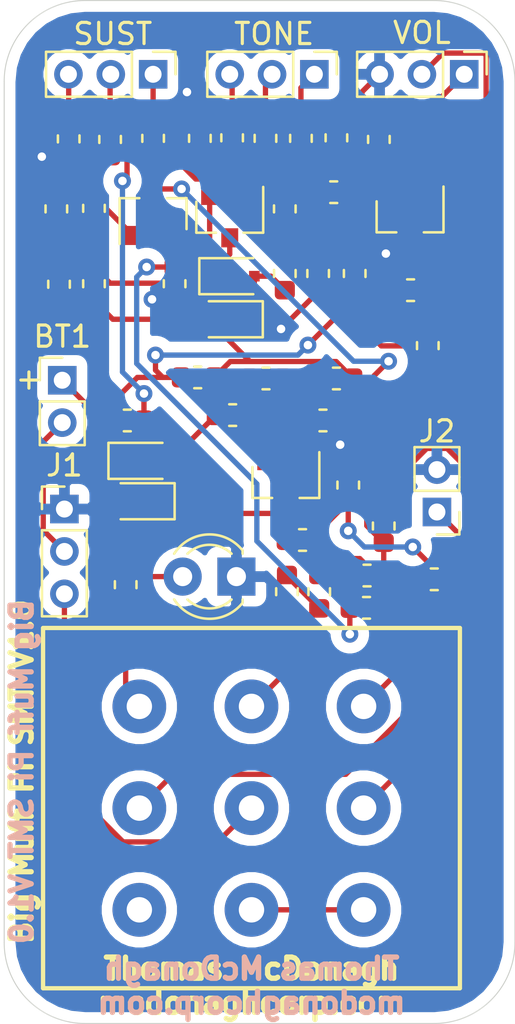
<source format=kicad_pcb>
(kicad_pcb (version 20171130) (host pcbnew "(5.1.7)-1")

  (general
    (thickness 1.6)
    (drawings 13)
    (tracks 258)
    (zones 0)
    (modules 52)
    (nets 35)
  )

  (page A4)
  (layers
    (0 F.Cu signal)
    (31 B.Cu signal hide)
    (32 B.Adhes user)
    (33 F.Adhes user hide)
    (34 B.Paste user)
    (35 F.Paste user)
    (36 B.SilkS user)
    (37 F.SilkS user)
    (38 B.Mask user)
    (39 F.Mask user)
    (40 Dwgs.User user)
    (41 Cmts.User user)
    (42 Eco1.User user)
    (43 Eco2.User user)
    (44 Edge.Cuts user)
    (45 Margin user)
    (46 B.CrtYd user)
    (47 F.CrtYd user hide)
    (48 B.Fab user)
    (49 F.Fab user hide)
  )

  (setup
    (last_trace_width 0.25)
    (user_trace_width 0.5)
    (trace_clearance 0.2)
    (zone_clearance 0.508)
    (zone_45_only no)
    (trace_min 0.2)
    (via_size 0.8)
    (via_drill 0.4)
    (via_min_size 0.4)
    (via_min_drill 0.3)
    (uvia_size 0.3)
    (uvia_drill 0.1)
    (uvias_allowed no)
    (uvia_min_size 0.2)
    (uvia_min_drill 0.1)
    (edge_width 0.05)
    (segment_width 0.2)
    (pcb_text_width 0.3)
    (pcb_text_size 1.5 1.5)
    (mod_edge_width 0.12)
    (mod_text_size 1 1)
    (mod_text_width 0.15)
    (pad_size 0.9 0.8)
    (pad_drill 0)
    (pad_to_mask_clearance 0)
    (aux_axis_origin 0 0)
    (visible_elements 7FFFFFFF)
    (pcbplotparams
      (layerselection 0x010fc_ffffffff)
      (usegerberextensions false)
      (usegerberattributes true)
      (usegerberadvancedattributes true)
      (creategerberjobfile true)
      (excludeedgelayer true)
      (linewidth 0.100000)
      (plotframeref false)
      (viasonmask false)
      (mode 1)
      (useauxorigin false)
      (hpglpennumber 1)
      (hpglpenspeed 20)
      (hpglpendiameter 15.000000)
      (psnegative false)
      (psa4output false)
      (plotreference true)
      (plotvalue true)
      (plotinvisibletext false)
      (padsonsilk false)
      (subtractmaskfromsilk false)
      (outputformat 1)
      (mirror false)
      (drillshape 0)
      (scaleselection 1)
      (outputdirectory "Gerbers/"))
  )

  (net 0 "")
  (net 1 "Net-(BT1-Pad1)")
  (net 2 "Net-(BT1-Pad2)")
  (net 3 "Net-(C1-Pad1)")
  (net 4 "Net-(C1-Pad2)")
  (net 5 "Net-(C2-Pad1)")
  (net 6 "Net-(C3-Pad1)")
  (net 7 "Net-(C4-Pad1)")
  (net 8 "Net-(C4-Pad2)")
  (net 9 "Net-(C5-Pad2)")
  (net 10 "Net-(C5-Pad1)")
  (net 11 "Net-(C6-Pad1)")
  (net 12 "Net-(C7-Pad1)")
  (net 13 "Net-(C8-Pad1)")
  (net 14 "Net-(C8-Pad2)")
  (net 15 "Net-(C10-Pad2)")
  (net 16 "Net-(C10-Pad1)")
  (net 17 GND)
  (net 18 "Net-(C11-Pad2)")
  (net 19 "Net-(C12-Pad2)")
  (net 20 "Net-(C12-Pad1)")
  (net 21 "Net-(C13-Pad2)")
  (net 22 "Net-(C13-Pad1)")
  (net 23 "Net-(D5-Pad2)")
  (net 24 "Net-(J1-Pad3)")
  (net 25 "Net-(J2-Pad1)")
  (net 26 "Net-(Q1-Pad1)")
  (net 27 "Net-(Q2-Pad1)")
  (net 28 "Net-(Q3-Pad1)")
  (net 29 "Net-(Q4-Pad1)")
  (net 30 "Net-(R1-Pad2)")
  (net 31 "Net-(R6-Pad2)")
  (net 32 "Net-(R23-Pad1)")
  (net 33 "Net-(S1-PadP$6)")
  (net 34 "Net-(S1-PadP$8)")

  (net_class Default "This is the default net class."
    (clearance 0.2)
    (trace_width 0.25)
    (via_dia 0.8)
    (via_drill 0.4)
    (uvia_dia 0.3)
    (uvia_drill 0.1)
    (add_net GND)
    (add_net "Net-(BT1-Pad1)")
    (add_net "Net-(BT1-Pad2)")
    (add_net "Net-(C1-Pad1)")
    (add_net "Net-(C1-Pad2)")
    (add_net "Net-(C10-Pad1)")
    (add_net "Net-(C10-Pad2)")
    (add_net "Net-(C11-Pad2)")
    (add_net "Net-(C12-Pad1)")
    (add_net "Net-(C12-Pad2)")
    (add_net "Net-(C13-Pad1)")
    (add_net "Net-(C13-Pad2)")
    (add_net "Net-(C2-Pad1)")
    (add_net "Net-(C3-Pad1)")
    (add_net "Net-(C4-Pad1)")
    (add_net "Net-(C4-Pad2)")
    (add_net "Net-(C5-Pad1)")
    (add_net "Net-(C5-Pad2)")
    (add_net "Net-(C6-Pad1)")
    (add_net "Net-(C7-Pad1)")
    (add_net "Net-(C8-Pad1)")
    (add_net "Net-(C8-Pad2)")
    (add_net "Net-(D5-Pad2)")
    (add_net "Net-(J1-Pad3)")
    (add_net "Net-(J2-Pad1)")
    (add_net "Net-(Q1-Pad1)")
    (add_net "Net-(Q2-Pad1)")
    (add_net "Net-(Q3-Pad1)")
    (add_net "Net-(Q4-Pad1)")
    (add_net "Net-(R1-Pad2)")
    (add_net "Net-(R23-Pad1)")
    (add_net "Net-(R6-Pad2)")
    (add_net "Net-(S1-PadP$6)")
    (add_net "Net-(S1-PadP$8)")
  )

  (module MuffPi:STOMP_SWITCH_3PDT (layer F.Cu) (tedit 200000) (tstamp 5F98D41F)
    (at 128.524 114.3)
    (descr "3-POLE, DOUBLE-THROW (3PDT) STOMP SWITCH")
    (tags "3-POLE, DOUBLE-THROW (3PDT) STOMP SWITCH")
    (path /5F98BD88)
    (attr virtual)
    (fp_text reference S1 (at 0 -9.144) (layer F.SilkS) hide
      (effects (font (size 0.6096 0.6096) (thickness 0.127)))
    )
    (fp_text value SWITCH-3PDT-PTH-STOMP (at 0.127 2.4765) (layer F.SilkS) hide
      (effects (font (size 0.6096 0.6096) (thickness 0.127)))
    )
    (fp_line (start -9.84758 -8.49884) (end 9.84758 -8.49884) (layer F.SilkS) (width 0.2032))
    (fp_line (start 9.84758 -8.49884) (end 9.84758 8.49884) (layer F.SilkS) (width 0.2032))
    (fp_line (start 9.84758 8.49884) (end -9.84758 8.49884) (layer F.SilkS) (width 0.2032))
    (fp_line (start -9.84758 8.49884) (end -9.84758 -8.49884) (layer F.SilkS) (width 0.2032))
    (fp_line (start 0.99822 -5.99948) (end 0.99822 5.99948) (layer Dwgs.User) (width 0.127))
    (fp_line (start 0.99822 5.99948) (end -0.99822 5.99948) (layer Dwgs.User) (width 0.127))
    (fp_line (start -0.99822 5.99948) (end -0.99822 -5.99948) (layer Dwgs.User) (width 0.127))
    (fp_line (start -0.99822 -5.99948) (end 0.99822 -5.99948) (layer Dwgs.User) (width 0.127))
    (fp_line (start 6.2992 -5.99948) (end 4.29768 -5.99948) (layer Dwgs.User) (width 0.127))
    (fp_line (start 4.29768 -5.99948) (end 4.29768 5.99948) (layer Dwgs.User) (width 0.127))
    (fp_line (start 4.29768 5.99948) (end 6.2992 5.99948) (layer Dwgs.User) (width 0.127))
    (fp_line (start 6.2992 5.99948) (end 6.2992 -5.99948) (layer Dwgs.User) (width 0.127))
    (fp_line (start -6.2992 -5.99948) (end -6.2992 5.99948) (layer Dwgs.User) (width 0.127))
    (fp_line (start -6.2992 5.99948) (end -4.29768 5.99948) (layer Dwgs.User) (width 0.127))
    (fp_line (start -4.29768 5.99948) (end -4.29768 -5.99948) (layer Dwgs.User) (width 0.127))
    (fp_line (start -4.29768 -5.99948) (end -6.2992 -5.99948) (layer Dwgs.User) (width 0.127))
    (fp_circle (center 0 0) (end 0 -6.09854) (layer Dwgs.User) (width 0.127))
    (pad P$1 thru_hole circle (at -5.29844 -4.79806) (size 2.54 2.54) (drill 1.19888) (layers *.Cu *.Mask)
      (net 32 "Net-(R23-Pad1)") (solder_mask_margin 0.1016))
    (pad P$2 thru_hole circle (at -5.29844 0) (size 2.54 2.54) (drill 1.19888) (layers *.Cu *.Mask)
      (net 1 "Net-(BT1-Pad1)") (solder_mask_margin 0.1016))
    (pad P$3 thru_hole circle (at -5.29844 4.79806) (size 2.54 2.54) (drill 1.19888) (layers *.Cu *.Mask)
      (solder_mask_margin 0.1016))
    (pad P$4 thru_hole circle (at 0 -4.79806) (size 2.54 2.54) (drill 1.19888) (layers *.Cu *.Mask)
      (net 30 "Net-(R1-Pad2)") (solder_mask_margin 0.1016))
    (pad P$5 thru_hole circle (at 0 0) (size 2.54 2.54) (drill 1.19888) (layers *.Cu *.Mask)
      (net 24 "Net-(J1-Pad3)") (solder_mask_margin 0.1016))
    (pad P$6 thru_hole circle (at 0 4.79806) (size 2.54 2.54) (drill 1.19888) (layers *.Cu *.Mask)
      (net 33 "Net-(S1-PadP$6)") (solder_mask_margin 0.1016))
    (pad P$7 thru_hole circle (at 5.29844 -4.79806) (size 2.54 2.54) (drill 1.19888) (layers *.Cu *.Mask)
      (net 25 "Net-(J2-Pad1)") (solder_mask_margin 0.1016))
    (pad P$8 thru_hole circle (at 5.29844 0) (size 2.54 2.54) (drill 1.19888) (layers *.Cu *.Mask)
      (net 34 "Net-(S1-PadP$8)") (solder_mask_margin 0.1016))
    (pad P$9 thru_hole circle (at 5.29844 4.79806) (size 2.54 2.54) (drill 1.19888) (layers *.Cu *.Mask)
      (net 33 "Net-(S1-PadP$6)") (solder_mask_margin 0.1016))
  )

  (module Connector_PinHeader_2.00mm:PinHeader_1x02_P2.00mm_Vertical (layer F.Cu) (tedit 59FED667) (tstamp 5F977F84)
    (at 119.5832 94.1136)
    (descr "Through hole straight pin header, 1x02, 2.00mm pitch, single row")
    (tags "Through hole pin header THT 1x02 2.00mm single row")
    (path /5F96D4A6)
    (fp_text reference BT1 (at 0 -2.06) (layer F.SilkS)
      (effects (font (size 1 1) (thickness 0.15)))
    )
    (fp_text value Battery (at 0 4.06) (layer F.Fab)
      (effects (font (size 1 1) (thickness 0.15)))
    )
    (fp_line (start -0.5 -1) (end 1 -1) (layer F.Fab) (width 0.1))
    (fp_line (start 1 -1) (end 1 3) (layer F.Fab) (width 0.1))
    (fp_line (start 1 3) (end -1 3) (layer F.Fab) (width 0.1))
    (fp_line (start -1 3) (end -1 -0.5) (layer F.Fab) (width 0.1))
    (fp_line (start -1 -0.5) (end -0.5 -1) (layer F.Fab) (width 0.1))
    (fp_line (start -1.06 3.06) (end 1.06 3.06) (layer F.SilkS) (width 0.12))
    (fp_line (start -1.06 1) (end -1.06 3.06) (layer F.SilkS) (width 0.12))
    (fp_line (start 1.06 1) (end 1.06 3.06) (layer F.SilkS) (width 0.12))
    (fp_line (start -1.06 1) (end 1.06 1) (layer F.SilkS) (width 0.12))
    (fp_line (start -1.06 0) (end -1.06 -1.06) (layer F.SilkS) (width 0.12))
    (fp_line (start -1.06 -1.06) (end 0 -1.06) (layer F.SilkS) (width 0.12))
    (fp_line (start -1.5 -1.5) (end -1.5 3.5) (layer F.CrtYd) (width 0.05))
    (fp_line (start -1.5 3.5) (end 1.5 3.5) (layer F.CrtYd) (width 0.05))
    (fp_line (start 1.5 3.5) (end 1.5 -1.5) (layer F.CrtYd) (width 0.05))
    (fp_line (start 1.5 -1.5) (end -1.5 -1.5) (layer F.CrtYd) (width 0.05))
    (fp_text user %R (at 0 1 90) (layer F.Fab)
      (effects (font (size 1 1) (thickness 0.15)))
    )
    (pad 1 thru_hole rect (at 0 0) (size 1.35 1.35) (drill 0.8) (layers *.Cu *.Mask)
      (net 1 "Net-(BT1-Pad1)"))
    (pad 2 thru_hole oval (at 0 2) (size 1.35 1.35) (drill 0.8) (layers *.Cu *.Mask)
      (net 2 "Net-(BT1-Pad2)"))
    (model ${KISYS3DMOD}/Connector_PinHeader_2.00mm.3dshapes/PinHeader_1x02_P2.00mm_Vertical.wrl
      (at (xyz 0 0 0))
      (scale (xyz 1 1 1))
      (rotate (xyz 0 0 0))
    )
  )

  (module LED_THT:LED_D3.0mm (layer F.Cu) (tedit 587A3A7B) (tstamp 5F978124)
    (at 127.8128 103.378 180)
    (descr "LED, diameter 3.0mm, 2 pins")
    (tags "LED diameter 3.0mm 2 pins")
    (path /5F98B388)
    (fp_text reference D5 (at 1.27 0) (layer F.SilkS) hide
      (effects (font (size 1 1) (thickness 0.15)))
    )
    (fp_text value LED (at 1.27 2.96) (layer F.Fab)
      (effects (font (size 1 1) (thickness 0.15)))
    )
    (fp_circle (center 1.27 0) (end 2.77 0) (layer F.Fab) (width 0.1))
    (fp_line (start -0.23 -1.16619) (end -0.23 1.16619) (layer F.Fab) (width 0.1))
    (fp_line (start -0.29 -1.236) (end -0.29 -1.08) (layer F.SilkS) (width 0.12))
    (fp_line (start -0.29 1.08) (end -0.29 1.236) (layer F.SilkS) (width 0.12))
    (fp_line (start -1.15 -2.25) (end -1.15 2.25) (layer F.CrtYd) (width 0.05))
    (fp_line (start -1.15 2.25) (end 3.7 2.25) (layer F.CrtYd) (width 0.05))
    (fp_line (start 3.7 2.25) (end 3.7 -2.25) (layer F.CrtYd) (width 0.05))
    (fp_line (start 3.7 -2.25) (end -1.15 -2.25) (layer F.CrtYd) (width 0.05))
    (fp_arc (start 1.27 0) (end -0.23 -1.16619) (angle 284.3) (layer F.Fab) (width 0.1))
    (fp_arc (start 1.27 0) (end -0.29 -1.235516) (angle 108.8) (layer F.SilkS) (width 0.12))
    (fp_arc (start 1.27 0) (end -0.29 1.235516) (angle -108.8) (layer F.SilkS) (width 0.12))
    (fp_arc (start 1.27 0) (end 0.229039 -1.08) (angle 87.9) (layer F.SilkS) (width 0.12))
    (fp_arc (start 1.27 0) (end 0.229039 1.08) (angle -87.9) (layer F.SilkS) (width 0.12))
    (pad 1 thru_hole rect (at 0 0 180) (size 1.8 1.8) (drill 0.9) (layers *.Cu *.Mask)
      (net 17 GND))
    (pad 2 thru_hole circle (at 2.54 0 180) (size 1.8 1.8) (drill 0.9) (layers *.Cu *.Mask)
      (net 23 "Net-(D5-Pad2)"))
    (model ${KISYS3DMOD}/LED_THT.3dshapes/LED_D3.0mm.wrl
      (at (xyz 0 0 0))
      (scale (xyz 1 1 1))
      (rotate (xyz 0 0 0))
    )
  )

  (module Connector_PinHeader_2.00mm:PinHeader_1x03_P2.00mm_Vertical (layer F.Cu) (tedit 59FED667) (tstamp 5F97813B)
    (at 119.6848 100.1908)
    (descr "Through hole straight pin header, 1x03, 2.00mm pitch, single row")
    (tags "Through hole pin header THT 1x03 2.00mm single row")
    (path /5F95E152)
    (fp_text reference J1 (at 0 -2.06) (layer F.SilkS)
      (effects (font (size 1 1) (thickness 0.15)))
    )
    (fp_text value AudioJack3 (at 0 6.06) (layer F.Fab)
      (effects (font (size 1 1) (thickness 0.15)))
    )
    (fp_line (start -0.5 -1) (end 1 -1) (layer F.Fab) (width 0.1))
    (fp_line (start 1 -1) (end 1 5) (layer F.Fab) (width 0.1))
    (fp_line (start 1 5) (end -1 5) (layer F.Fab) (width 0.1))
    (fp_line (start -1 5) (end -1 -0.5) (layer F.Fab) (width 0.1))
    (fp_line (start -1 -0.5) (end -0.5 -1) (layer F.Fab) (width 0.1))
    (fp_line (start -1.06 5.06) (end 1.06 5.06) (layer F.SilkS) (width 0.12))
    (fp_line (start -1.06 1) (end -1.06 5.06) (layer F.SilkS) (width 0.12))
    (fp_line (start 1.06 1) (end 1.06 5.06) (layer F.SilkS) (width 0.12))
    (fp_line (start -1.06 1) (end 1.06 1) (layer F.SilkS) (width 0.12))
    (fp_line (start -1.06 0) (end -1.06 -1.06) (layer F.SilkS) (width 0.12))
    (fp_line (start -1.06 -1.06) (end 0 -1.06) (layer F.SilkS) (width 0.12))
    (fp_line (start -1.5 -1.5) (end -1.5 5.5) (layer F.CrtYd) (width 0.05))
    (fp_line (start -1.5 5.5) (end 1.5 5.5) (layer F.CrtYd) (width 0.05))
    (fp_line (start 1.5 5.5) (end 1.5 -1.5) (layer F.CrtYd) (width 0.05))
    (fp_line (start 1.5 -1.5) (end -1.5 -1.5) (layer F.CrtYd) (width 0.05))
    (fp_text user %R (at 0 2 90) (layer F.Fab)
      (effects (font (size 1 1) (thickness 0.15)))
    )
    (pad 1 thru_hole rect (at 0 0) (size 1.35 1.35) (drill 0.8) (layers *.Cu *.Mask)
      (net 17 GND))
    (pad 2 thru_hole oval (at 0 2) (size 1.35 1.35) (drill 0.8) (layers *.Cu *.Mask)
      (net 2 "Net-(BT1-Pad2)"))
    (pad 3 thru_hole oval (at 0 4) (size 1.35 1.35) (drill 0.8) (layers *.Cu *.Mask)
      (net 24 "Net-(J1-Pad3)"))
    (model ${KISYS3DMOD}/Connector_PinHeader_2.00mm.3dshapes/PinHeader_1x03_P2.00mm_Vertical.wrl
      (at (xyz 0 0 0))
      (scale (xyz 1 1 1))
      (rotate (xyz 0 0 0))
    )
  )

  (module Connector_PinHeader_2.00mm:PinHeader_1x02_P2.00mm_Vertical (layer F.Cu) (tedit 59FED667) (tstamp 5F978151)
    (at 137.287 100.33 180)
    (descr "Through hole straight pin header, 1x02, 2.00mm pitch, single row")
    (tags "Through hole pin header THT 1x02 2.00mm single row")
    (path /5F95CCEC)
    (fp_text reference J2 (at 0 3.81) (layer F.SilkS)
      (effects (font (size 1 1) (thickness 0.15)))
    )
    (fp_text value AudioJack2 (at 0 4.06) (layer F.Fab)
      (effects (font (size 1 1) (thickness 0.15)))
    )
    (fp_line (start -0.5 -1) (end 1 -1) (layer F.Fab) (width 0.1))
    (fp_line (start 1 -1) (end 1 3) (layer F.Fab) (width 0.1))
    (fp_line (start 1 3) (end -1 3) (layer F.Fab) (width 0.1))
    (fp_line (start -1 3) (end -1 -0.5) (layer F.Fab) (width 0.1))
    (fp_line (start -1 -0.5) (end -0.5 -1) (layer F.Fab) (width 0.1))
    (fp_line (start -1.06 3.06) (end 1.06 3.06) (layer F.SilkS) (width 0.12))
    (fp_line (start -1.06 1) (end -1.06 3.06) (layer F.SilkS) (width 0.12))
    (fp_line (start 1.06 1) (end 1.06 3.06) (layer F.SilkS) (width 0.12))
    (fp_line (start -1.06 1) (end 1.06 1) (layer F.SilkS) (width 0.12))
    (fp_line (start -1.06 0) (end -1.06 -1.06) (layer F.SilkS) (width 0.12))
    (fp_line (start -1.06 -1.06) (end 0 -1.06) (layer F.SilkS) (width 0.12))
    (fp_line (start -1.5 -1.5) (end -1.5 3.5) (layer F.CrtYd) (width 0.05))
    (fp_line (start -1.5 3.5) (end 1.5 3.5) (layer F.CrtYd) (width 0.05))
    (fp_line (start 1.5 3.5) (end 1.5 -1.5) (layer F.CrtYd) (width 0.05))
    (fp_line (start 1.5 -1.5) (end -1.5 -1.5) (layer F.CrtYd) (width 0.05))
    (fp_text user %R (at 0 1 90) (layer F.Fab)
      (effects (font (size 1 1) (thickness 0.15)))
    )
    (pad 1 thru_hole rect (at 0 0 180) (size 1.35 1.35) (drill 0.8) (layers *.Cu *.Mask)
      (net 25 "Net-(J2-Pad1)"))
    (pad 2 thru_hole oval (at 0 2 180) (size 1.35 1.35) (drill 0.8) (layers *.Cu *.Mask)
      (net 17 GND))
    (model ${KISYS3DMOD}/Connector_PinHeader_2.00mm.3dshapes/PinHeader_1x02_P2.00mm_Vertical.wrl
      (at (xyz 0 0 0))
      (scale (xyz 1 1 1))
      (rotate (xyz 0 0 0))
    )
  )

  (module Connector_PinHeader_2.00mm:PinHeader_1x03_P2.00mm_Vertical (layer F.Cu) (tedit 59FED667) (tstamp 5F9A3323)
    (at 123.8758 79.6798 270)
    (descr "Through hole straight pin header, 1x03, 2.00mm pitch, single row")
    (tags "Through hole pin header THT 1x03 2.00mm single row")
    (path /5F973285)
    (fp_text reference SUST (at -1.905 1.905 180) (layer F.SilkS)
      (effects (font (size 1 1) (thickness 0.15)))
    )
    (fp_text value 100K (at 0 6.06 90) (layer F.Fab)
      (effects (font (size 1 1) (thickness 0.15)))
    )
    (fp_line (start 1.5 -1.5) (end -1.5 -1.5) (layer F.CrtYd) (width 0.05))
    (fp_line (start 1.5 5.5) (end 1.5 -1.5) (layer F.CrtYd) (width 0.05))
    (fp_line (start -1.5 5.5) (end 1.5 5.5) (layer F.CrtYd) (width 0.05))
    (fp_line (start -1.5 -1.5) (end -1.5 5.5) (layer F.CrtYd) (width 0.05))
    (fp_line (start -1.06 -1.06) (end 0 -1.06) (layer F.SilkS) (width 0.12))
    (fp_line (start -1.06 0) (end -1.06 -1.06) (layer F.SilkS) (width 0.12))
    (fp_line (start -1.06 1) (end 1.06 1) (layer F.SilkS) (width 0.12))
    (fp_line (start 1.06 1) (end 1.06 5.06) (layer F.SilkS) (width 0.12))
    (fp_line (start -1.06 1) (end -1.06 5.06) (layer F.SilkS) (width 0.12))
    (fp_line (start -1.06 5.06) (end 1.06 5.06) (layer F.SilkS) (width 0.12))
    (fp_line (start -1 -0.5) (end -0.5 -1) (layer F.Fab) (width 0.1))
    (fp_line (start -1 5) (end -1 -0.5) (layer F.Fab) (width 0.1))
    (fp_line (start 1 5) (end -1 5) (layer F.Fab) (width 0.1))
    (fp_line (start 1 -1) (end 1 5) (layer F.Fab) (width 0.1))
    (fp_line (start -0.5 -1) (end 1 -1) (layer F.Fab) (width 0.1))
    (fp_text user %R (at 0 2) (layer F.Fab)
      (effects (font (size 1 1) (thickness 0.15)))
    )
    (pad 3 thru_hole oval (at 0 4 270) (size 1.35 1.35) (drill 0.8) (layers *.Cu *.Mask)
      (net 31 "Net-(R6-Pad2)"))
    (pad 2 thru_hole oval (at 0 2 270) (size 1.35 1.35) (drill 0.8) (layers *.Cu *.Mask)
      (net 8 "Net-(C4-Pad2)"))
    (pad 1 thru_hole rect (at 0 0 270) (size 1.35 1.35) (drill 0.8) (layers *.Cu *.Mask)
      (net 6 "Net-(C3-Pad1)"))
    (model ${KISYS3DMOD}/Connector_PinHeader_2.00mm.3dshapes/PinHeader_1x03_P2.00mm_Vertical.wrl
      (at (xyz 0 0 0))
      (scale (xyz 1 1 1))
      (rotate (xyz 0 0 0))
    )
  )

  (module Connector_PinHeader_2.00mm:PinHeader_1x03_P2.00mm_Vertical (layer F.Cu) (tedit 59FED667) (tstamp 5F9A32E1)
    (at 131.4958 79.6798 270)
    (descr "Through hole straight pin header, 1x03, 2.00mm pitch, single row")
    (tags "Through hole pin header THT 1x03 2.00mm single row")
    (path /5F9BF9C4)
    (fp_text reference TONE (at -1.905 1.905 180) (layer F.SilkS)
      (effects (font (size 1 1) (thickness 0.15)))
    )
    (fp_text value 100K (at 0 6.06 90) (layer F.Fab)
      (effects (font (size 1 1) (thickness 0.15)))
    )
    (fp_line (start 1.5 -1.5) (end -1.5 -1.5) (layer F.CrtYd) (width 0.05))
    (fp_line (start 1.5 5.5) (end 1.5 -1.5) (layer F.CrtYd) (width 0.05))
    (fp_line (start -1.5 5.5) (end 1.5 5.5) (layer F.CrtYd) (width 0.05))
    (fp_line (start -1.5 -1.5) (end -1.5 5.5) (layer F.CrtYd) (width 0.05))
    (fp_line (start -1.06 -1.06) (end 0 -1.06) (layer F.SilkS) (width 0.12))
    (fp_line (start -1.06 0) (end -1.06 -1.06) (layer F.SilkS) (width 0.12))
    (fp_line (start -1.06 1) (end 1.06 1) (layer F.SilkS) (width 0.12))
    (fp_line (start 1.06 1) (end 1.06 5.06) (layer F.SilkS) (width 0.12))
    (fp_line (start -1.06 1) (end -1.06 5.06) (layer F.SilkS) (width 0.12))
    (fp_line (start -1.06 5.06) (end 1.06 5.06) (layer F.SilkS) (width 0.12))
    (fp_line (start -1 -0.5) (end -0.5 -1) (layer F.Fab) (width 0.1))
    (fp_line (start -1 5) (end -1 -0.5) (layer F.Fab) (width 0.1))
    (fp_line (start 1 5) (end -1 5) (layer F.Fab) (width 0.1))
    (fp_line (start 1 -1) (end 1 5) (layer F.Fab) (width 0.1))
    (fp_line (start -0.5 -1) (end 1 -1) (layer F.Fab) (width 0.1))
    (fp_text user %R (at 0 2) (layer F.Fab)
      (effects (font (size 1 1) (thickness 0.15)))
    )
    (pad 3 thru_hole oval (at 0 4 270) (size 1.35 1.35) (drill 0.8) (layers *.Cu *.Mask)
      (net 18 "Net-(C11-Pad2)"))
    (pad 2 thru_hole oval (at 0 2 270) (size 1.35 1.35) (drill 0.8) (layers *.Cu *.Mask)
      (net 20 "Net-(C12-Pad1)"))
    (pad 1 thru_hole rect (at 0 0 270) (size 1.35 1.35) (drill 0.8) (layers *.Cu *.Mask)
      (net 16 "Net-(C10-Pad1)"))
    (model ${KISYS3DMOD}/Connector_PinHeader_2.00mm.3dshapes/PinHeader_1x03_P2.00mm_Vertical.wrl
      (at (xyz 0 0 0))
      (scale (xyz 1 1 1))
      (rotate (xyz 0 0 0))
    )
  )

  (module Connector_PinHeader_2.00mm:PinHeader_1x03_P2.00mm_Vertical (layer F.Cu) (tedit 59FED667) (tstamp 5F9A7F45)
    (at 138.5758 79.6798 270)
    (descr "Through hole straight pin header, 1x03, 2.00mm pitch, single row")
    (tags "Through hole pin header THT 1x03 2.00mm single row")
    (path /5F9DAE5D)
    (fp_text reference VOL (at -1.9558 2 180) (layer F.SilkS)
      (effects (font (size 1 1) (thickness 0.15)))
    )
    (fp_text value 100K (at 0 6.06 90) (layer F.Fab)
      (effects (font (size 1 1) (thickness 0.15)))
    )
    (fp_line (start -0.5 -1) (end 1 -1) (layer F.Fab) (width 0.1))
    (fp_line (start 1 -1) (end 1 5) (layer F.Fab) (width 0.1))
    (fp_line (start 1 5) (end -1 5) (layer F.Fab) (width 0.1))
    (fp_line (start -1 5) (end -1 -0.5) (layer F.Fab) (width 0.1))
    (fp_line (start -1 -0.5) (end -0.5 -1) (layer F.Fab) (width 0.1))
    (fp_line (start -1.06 5.06) (end 1.06 5.06) (layer F.SilkS) (width 0.12))
    (fp_line (start -1.06 1) (end -1.06 5.06) (layer F.SilkS) (width 0.12))
    (fp_line (start 1.06 1) (end 1.06 5.06) (layer F.SilkS) (width 0.12))
    (fp_line (start -1.06 1) (end 1.06 1) (layer F.SilkS) (width 0.12))
    (fp_line (start -1.06 0) (end -1.06 -1.06) (layer F.SilkS) (width 0.12))
    (fp_line (start -1.06 -1.06) (end 0 -1.06) (layer F.SilkS) (width 0.12))
    (fp_line (start -1.5 -1.5) (end -1.5 5.5) (layer F.CrtYd) (width 0.05))
    (fp_line (start -1.5 5.5) (end 1.5 5.5) (layer F.CrtYd) (width 0.05))
    (fp_line (start 1.5 5.5) (end 1.5 -1.5) (layer F.CrtYd) (width 0.05))
    (fp_line (start 1.5 -1.5) (end -1.5 -1.5) (layer F.CrtYd) (width 0.05))
    (fp_text user %R (at 0 2) (layer F.Fab)
      (effects (font (size 1 1) (thickness 0.15)))
    )
    (pad 1 thru_hole rect (at 0 0 270) (size 1.35 1.35) (drill 0.8) (layers *.Cu *.Mask)
      (net 21 "Net-(C13-Pad2)"))
    (pad 2 thru_hole oval (at 0 2 270) (size 1.35 1.35) (drill 0.8) (layers *.Cu *.Mask)
      (net 34 "Net-(S1-PadP$8)"))
    (pad 3 thru_hole oval (at 0 4 270) (size 1.35 1.35) (drill 0.8) (layers *.Cu *.Mask)
      (net 17 GND))
    (model ${KISYS3DMOD}/Connector_PinHeader_2.00mm.3dshapes/PinHeader_1x03_P2.00mm_Vertical.wrl
      (at (xyz 0 0 0))
      (scale (xyz 1 1 1))
      (rotate (xyz 0 0 0))
    )
  )

  (module Capacitor_SMD:C_0603_1608Metric (layer F.Cu) (tedit 5B301BBE) (tstamp 5F9A0BCF)
    (at 131.7244 104.0892 270)
    (descr "Capacitor SMD 0603 (1608 Metric), square (rectangular) end terminal, IPC_7351 nominal, (Body size source: http://www.tortai-tech.com/upload/download/2011102023233369053.pdf), generated with kicad-footprint-generator")
    (tags capacitor)
    (path /5F965142)
    (attr smd)
    (fp_text reference C1 (at 0 0 90) (layer F.SilkS) hide
      (effects (font (size 1 1) (thickness 0.15)))
    )
    (fp_text value 0.1uF (at 0 1.43 90) (layer F.Fab)
      (effects (font (size 1 1) (thickness 0.15)))
    )
    (fp_line (start 1.48 0.73) (end -1.48 0.73) (layer F.CrtYd) (width 0.05))
    (fp_line (start 1.48 -0.73) (end 1.48 0.73) (layer F.CrtYd) (width 0.05))
    (fp_line (start -1.48 -0.73) (end 1.48 -0.73) (layer F.CrtYd) (width 0.05))
    (fp_line (start -1.48 0.73) (end -1.48 -0.73) (layer F.CrtYd) (width 0.05))
    (fp_line (start -0.162779 0.51) (end 0.162779 0.51) (layer F.SilkS) (width 0.12))
    (fp_line (start -0.162779 -0.51) (end 0.162779 -0.51) (layer F.SilkS) (width 0.12))
    (fp_line (start 0.8 0.4) (end -0.8 0.4) (layer F.Fab) (width 0.1))
    (fp_line (start 0.8 -0.4) (end 0.8 0.4) (layer F.Fab) (width 0.1))
    (fp_line (start -0.8 -0.4) (end 0.8 -0.4) (layer F.Fab) (width 0.1))
    (fp_line (start -0.8 0.4) (end -0.8 -0.4) (layer F.Fab) (width 0.1))
    (fp_text user %R (at 0 0 90) (layer F.Fab)
      (effects (font (size 0.4 0.4) (thickness 0.06)))
    )
    (pad 1 smd roundrect (at -0.7875 0 270) (size 0.875 0.95) (layers F.Cu F.Paste F.Mask) (roundrect_rratio 0.25)
      (net 3 "Net-(C1-Pad1)"))
    (pad 2 smd roundrect (at 0.7875 0 270) (size 0.875 0.95) (layers F.Cu F.Paste F.Mask) (roundrect_rratio 0.25)
      (net 4 "Net-(C1-Pad2)"))
    (model ${KISYS3DMOD}/Capacitor_SMD.3dshapes/C_0603_1608Metric.wrl
      (at (xyz 0 0 0))
      (scale (xyz 1 1 1))
      (rotate (xyz 0 0 0))
    )
  )

  (module Capacitor_SMD:C_0603_1608Metric (layer F.Cu) (tedit 5B301BBE) (tstamp 5F9A197A)
    (at 133.9596 104.8512 180)
    (descr "Capacitor SMD 0603 (1608 Metric), square (rectangular) end terminal, IPC_7351 nominal, (Body size source: http://www.tortai-tech.com/upload/download/2011102023233369053.pdf), generated with kicad-footprint-generator")
    (tags capacitor)
    (path /5F96C117)
    (attr smd)
    (fp_text reference C2 (at 0 0) (layer F.SilkS) hide
      (effects (font (size 1 1) (thickness 0.15)))
    )
    (fp_text value 470pF (at 0 1.43) (layer F.Fab)
      (effects (font (size 1 1) (thickness 0.15)))
    )
    (fp_line (start -0.8 0.4) (end -0.8 -0.4) (layer F.Fab) (width 0.1))
    (fp_line (start -0.8 -0.4) (end 0.8 -0.4) (layer F.Fab) (width 0.1))
    (fp_line (start 0.8 -0.4) (end 0.8 0.4) (layer F.Fab) (width 0.1))
    (fp_line (start 0.8 0.4) (end -0.8 0.4) (layer F.Fab) (width 0.1))
    (fp_line (start -0.162779 -0.51) (end 0.162779 -0.51) (layer F.SilkS) (width 0.12))
    (fp_line (start -0.162779 0.51) (end 0.162779 0.51) (layer F.SilkS) (width 0.12))
    (fp_line (start -1.48 0.73) (end -1.48 -0.73) (layer F.CrtYd) (width 0.05))
    (fp_line (start -1.48 -0.73) (end 1.48 -0.73) (layer F.CrtYd) (width 0.05))
    (fp_line (start 1.48 -0.73) (end 1.48 0.73) (layer F.CrtYd) (width 0.05))
    (fp_line (start 1.48 0.73) (end -1.48 0.73) (layer F.CrtYd) (width 0.05))
    (fp_text user %R (at 0 0) (layer F.Fab)
      (effects (font (size 0.4 0.4) (thickness 0.06)))
    )
    (pad 2 smd roundrect (at 0.7875 0 180) (size 0.875 0.95) (layers F.Cu F.Paste F.Mask) (roundrect_rratio 0.25)
      (net 3 "Net-(C1-Pad1)"))
    (pad 1 smd roundrect (at -0.7875 0 180) (size 0.875 0.95) (layers F.Cu F.Paste F.Mask) (roundrect_rratio 0.25)
      (net 5 "Net-(C2-Pad1)"))
    (model ${KISYS3DMOD}/Capacitor_SMD.3dshapes/C_0603_1608Metric.wrl
      (at (xyz 0 0 0))
      (scale (xyz 1 1 1))
      (rotate (xyz 0 0 0))
    )
  )

  (module Capacitor_SMD:C_0603_1608Metric (layer F.Cu) (tedit 5B301BBE) (tstamp 5F9A3269)
    (at 123.8758 82.7023 270)
    (descr "Capacitor SMD 0603 (1608 Metric), square (rectangular) end terminal, IPC_7351 nominal, (Body size source: http://www.tortai-tech.com/upload/download/2011102023233369053.pdf), generated with kicad-footprint-generator")
    (tags capacitor)
    (path /5F972616)
    (attr smd)
    (fp_text reference C3 (at 0.0253 0 180) (layer F.SilkS) hide
      (effects (font (size 1 1) (thickness 0.15)))
    )
    (fp_text value 0.1uF (at 0 1.43 90) (layer F.Fab)
      (effects (font (size 1 1) (thickness 0.15)))
    )
    (fp_line (start -0.8 0.4) (end -0.8 -0.4) (layer F.Fab) (width 0.1))
    (fp_line (start -0.8 -0.4) (end 0.8 -0.4) (layer F.Fab) (width 0.1))
    (fp_line (start 0.8 -0.4) (end 0.8 0.4) (layer F.Fab) (width 0.1))
    (fp_line (start 0.8 0.4) (end -0.8 0.4) (layer F.Fab) (width 0.1))
    (fp_line (start -0.162779 -0.51) (end 0.162779 -0.51) (layer F.SilkS) (width 0.12))
    (fp_line (start -0.162779 0.51) (end 0.162779 0.51) (layer F.SilkS) (width 0.12))
    (fp_line (start -1.48 0.73) (end -1.48 -0.73) (layer F.CrtYd) (width 0.05))
    (fp_line (start -1.48 -0.73) (end 1.48 -0.73) (layer F.CrtYd) (width 0.05))
    (fp_line (start 1.48 -0.73) (end 1.48 0.73) (layer F.CrtYd) (width 0.05))
    (fp_line (start 1.48 0.73) (end -1.48 0.73) (layer F.CrtYd) (width 0.05))
    (fp_text user %R (at 0 0 90) (layer F.Fab)
      (effects (font (size 0.4 0.4) (thickness 0.06)))
    )
    (pad 2 smd roundrect (at 0.7875 0 270) (size 0.875 0.95) (layers F.Cu F.Paste F.Mask) (roundrect_rratio 0.25)
      (net 5 "Net-(C2-Pad1)"))
    (pad 1 smd roundrect (at -0.7875 0 270) (size 0.875 0.95) (layers F.Cu F.Paste F.Mask) (roundrect_rratio 0.25)
      (net 6 "Net-(C3-Pad1)"))
    (model ${KISYS3DMOD}/Capacitor_SMD.3dshapes/C_0603_1608Metric.wrl
      (at (xyz 0 0 0))
      (scale (xyz 1 1 1))
      (rotate (xyz 0 0 0))
    )
  )

  (module Capacitor_SMD:C_0603_1608Metric (layer F.Cu) (tedit 5B301BBE) (tstamp 5F9A3239)
    (at 121.8438 82.7533 90)
    (descr "Capacitor SMD 0603 (1608 Metric), square (rectangular) end terminal, IPC_7351 nominal, (Body size source: http://www.tortai-tech.com/upload/download/2011102023233369053.pdf), generated with kicad-footprint-generator")
    (tags capacitor)
    (path /5F9762A2)
    (attr smd)
    (fp_text reference C4 (at 0 0 180) (layer F.SilkS) hide
      (effects (font (size 1 1) (thickness 0.15)))
    )
    (fp_text value 0.1uF (at 0 1.43 90) (layer F.Fab)
      (effects (font (size 1 1) (thickness 0.15)))
    )
    (fp_line (start 1.48 0.73) (end -1.48 0.73) (layer F.CrtYd) (width 0.05))
    (fp_line (start 1.48 -0.73) (end 1.48 0.73) (layer F.CrtYd) (width 0.05))
    (fp_line (start -1.48 -0.73) (end 1.48 -0.73) (layer F.CrtYd) (width 0.05))
    (fp_line (start -1.48 0.73) (end -1.48 -0.73) (layer F.CrtYd) (width 0.05))
    (fp_line (start -0.162779 0.51) (end 0.162779 0.51) (layer F.SilkS) (width 0.12))
    (fp_line (start -0.162779 -0.51) (end 0.162779 -0.51) (layer F.SilkS) (width 0.12))
    (fp_line (start 0.8 0.4) (end -0.8 0.4) (layer F.Fab) (width 0.1))
    (fp_line (start 0.8 -0.4) (end 0.8 0.4) (layer F.Fab) (width 0.1))
    (fp_line (start -0.8 -0.4) (end 0.8 -0.4) (layer F.Fab) (width 0.1))
    (fp_line (start -0.8 0.4) (end -0.8 -0.4) (layer F.Fab) (width 0.1))
    (fp_text user %R (at 0 0 90) (layer F.Fab)
      (effects (font (size 0.4 0.4) (thickness 0.06)))
    )
    (pad 1 smd roundrect (at -0.7875 0 90) (size 0.875 0.95) (layers F.Cu F.Paste F.Mask) (roundrect_rratio 0.25)
      (net 7 "Net-(C4-Pad1)"))
    (pad 2 smd roundrect (at 0.7875 0 90) (size 0.875 0.95) (layers F.Cu F.Paste F.Mask) (roundrect_rratio 0.25)
      (net 8 "Net-(C4-Pad2)"))
    (model ${KISYS3DMOD}/Capacitor_SMD.3dshapes/C_0603_1608Metric.wrl
      (at (xyz 0 0 0))
      (scale (xyz 1 1 1))
      (rotate (xyz 0 0 0))
    )
  )

  (module Capacitor_SMD:C_0603_1608Metric (layer F.Cu) (tedit 5B301BBE) (tstamp 5F9A3788)
    (at 130.0988 89.0777 90)
    (descr "Capacitor SMD 0603 (1608 Metric), square (rectangular) end terminal, IPC_7351 nominal, (Body size source: http://www.tortai-tech.com/upload/download/2011102023233369053.pdf), generated with kicad-footprint-generator")
    (tags capacitor)
    (path /5F97AD9A)
    (attr smd)
    (fp_text reference C5 (at 0 0 180) (layer F.SilkS) hide
      (effects (font (size 1 1) (thickness 0.15)))
    )
    (fp_text value 0.1uF (at 0 1.43 90) (layer F.Fab)
      (effects (font (size 1 1) (thickness 0.15)))
    )
    (fp_line (start 1.48 0.73) (end -1.48 0.73) (layer F.CrtYd) (width 0.05))
    (fp_line (start 1.48 -0.73) (end 1.48 0.73) (layer F.CrtYd) (width 0.05))
    (fp_line (start -1.48 -0.73) (end 1.48 -0.73) (layer F.CrtYd) (width 0.05))
    (fp_line (start -1.48 0.73) (end -1.48 -0.73) (layer F.CrtYd) (width 0.05))
    (fp_line (start -0.162779 0.51) (end 0.162779 0.51) (layer F.SilkS) (width 0.12))
    (fp_line (start -0.162779 -0.51) (end 0.162779 -0.51) (layer F.SilkS) (width 0.12))
    (fp_line (start 0.8 0.4) (end -0.8 0.4) (layer F.Fab) (width 0.1))
    (fp_line (start 0.8 -0.4) (end 0.8 0.4) (layer F.Fab) (width 0.1))
    (fp_line (start -0.8 -0.4) (end 0.8 -0.4) (layer F.Fab) (width 0.1))
    (fp_line (start -0.8 0.4) (end -0.8 -0.4) (layer F.Fab) (width 0.1))
    (fp_text user %R (at 0 0 90) (layer F.Fab)
      (effects (font (size 0.4 0.4) (thickness 0.06)))
    )
    (pad 1 smd roundrect (at -0.7875 0 90) (size 0.875 0.95) (layers F.Cu F.Paste F.Mask) (roundrect_rratio 0.25)
      (net 10 "Net-(C5-Pad1)"))
    (pad 2 smd roundrect (at 0.7875 0 90) (size 0.875 0.95) (layers F.Cu F.Paste F.Mask) (roundrect_rratio 0.25)
      (net 9 "Net-(C5-Pad2)"))
    (model ${KISYS3DMOD}/Capacitor_SMD.3dshapes/C_0603_1608Metric.wrl
      (at (xyz 0 0 0))
      (scale (xyz 1 1 1))
      (rotate (xyz 0 0 0))
    )
  )

  (module Capacitor_SMD:C_0603_1608Metric (layer F.Cu) (tedit 5B301BBE) (tstamp 5F9A335F)
    (at 119.4308 89.5858 90)
    (descr "Capacitor SMD 0603 (1608 Metric), square (rectangular) end terminal, IPC_7351 nominal, (Body size source: http://www.tortai-tech.com/upload/download/2011102023233369053.pdf), generated with kicad-footprint-generator")
    (tags capacitor)
    (path /5F979C97)
    (attr smd)
    (fp_text reference C6 (at 0 0 90) (layer F.SilkS) hide
      (effects (font (size 1 1) (thickness 0.15)))
    )
    (fp_text value 470pF (at 0 1.43 90) (layer F.Fab)
      (effects (font (size 1 1) (thickness 0.15)))
    )
    (fp_line (start -0.8 0.4) (end -0.8 -0.4) (layer F.Fab) (width 0.1))
    (fp_line (start -0.8 -0.4) (end 0.8 -0.4) (layer F.Fab) (width 0.1))
    (fp_line (start 0.8 -0.4) (end 0.8 0.4) (layer F.Fab) (width 0.1))
    (fp_line (start 0.8 0.4) (end -0.8 0.4) (layer F.Fab) (width 0.1))
    (fp_line (start -0.162779 -0.51) (end 0.162779 -0.51) (layer F.SilkS) (width 0.12))
    (fp_line (start -0.162779 0.51) (end 0.162779 0.51) (layer F.SilkS) (width 0.12))
    (fp_line (start -1.48 0.73) (end -1.48 -0.73) (layer F.CrtYd) (width 0.05))
    (fp_line (start -1.48 -0.73) (end 1.48 -0.73) (layer F.CrtYd) (width 0.05))
    (fp_line (start 1.48 -0.73) (end 1.48 0.73) (layer F.CrtYd) (width 0.05))
    (fp_line (start 1.48 0.73) (end -1.48 0.73) (layer F.CrtYd) (width 0.05))
    (fp_text user %R (at 0 0 90) (layer F.Fab)
      (effects (font (size 0.4 0.4) (thickness 0.06)))
    )
    (pad 2 smd roundrect (at 0.7875 0 90) (size 0.875 0.95) (layers F.Cu F.Paste F.Mask) (roundrect_rratio 0.25)
      (net 9 "Net-(C5-Pad2)"))
    (pad 1 smd roundrect (at -0.7875 0 90) (size 0.875 0.95) (layers F.Cu F.Paste F.Mask) (roundrect_rratio 0.25)
      (net 11 "Net-(C6-Pad1)"))
    (model ${KISYS3DMOD}/Capacitor_SMD.3dshapes/C_0603_1608Metric.wrl
      (at (xyz 0 0 0))
      (scale (xyz 1 1 1))
      (rotate (xyz 0 0 0))
    )
  )

  (module Capacitor_SMD:C_0603_1608Metric (layer F.Cu) (tedit 5B301BBE) (tstamp 5F9A0C2F)
    (at 132.5372 94.0308)
    (descr "Capacitor SMD 0603 (1608 Metric), square (rectangular) end terminal, IPC_7351 nominal, (Body size source: http://www.tortai-tech.com/upload/download/2011102023233369053.pdf), generated with kicad-footprint-generator")
    (tags capacitor)
    (path /5F988EDC)
    (attr smd)
    (fp_text reference C7 (at 0 0) (layer F.SilkS) hide
      (effects (font (size 1 1) (thickness 0.15)))
    )
    (fp_text value 0.1uF (at 0 1.43) (layer F.Fab)
      (effects (font (size 1 1) (thickness 0.15)))
    )
    (fp_line (start 1.48 0.73) (end -1.48 0.73) (layer F.CrtYd) (width 0.05))
    (fp_line (start 1.48 -0.73) (end 1.48 0.73) (layer F.CrtYd) (width 0.05))
    (fp_line (start -1.48 -0.73) (end 1.48 -0.73) (layer F.CrtYd) (width 0.05))
    (fp_line (start -1.48 0.73) (end -1.48 -0.73) (layer F.CrtYd) (width 0.05))
    (fp_line (start -0.162779 0.51) (end 0.162779 0.51) (layer F.SilkS) (width 0.12))
    (fp_line (start -0.162779 -0.51) (end 0.162779 -0.51) (layer F.SilkS) (width 0.12))
    (fp_line (start 0.8 0.4) (end -0.8 0.4) (layer F.Fab) (width 0.1))
    (fp_line (start 0.8 -0.4) (end 0.8 0.4) (layer F.Fab) (width 0.1))
    (fp_line (start -0.8 -0.4) (end 0.8 -0.4) (layer F.Fab) (width 0.1))
    (fp_line (start -0.8 0.4) (end -0.8 -0.4) (layer F.Fab) (width 0.1))
    (fp_text user %R (at 0 0) (layer F.Fab)
      (effects (font (size 0.4 0.4) (thickness 0.06)))
    )
    (pad 1 smd roundrect (at -0.7875 0) (size 0.875 0.95) (layers F.Cu F.Paste F.Mask) (roundrect_rratio 0.25)
      (net 12 "Net-(C7-Pad1)"))
    (pad 2 smd roundrect (at 0.7875 0) (size 0.875 0.95) (layers F.Cu F.Paste F.Mask) (roundrect_rratio 0.25)
      (net 11 "Net-(C6-Pad1)"))
    (model ${KISYS3DMOD}/Capacitor_SMD.3dshapes/C_0603_1608Metric.wrl
      (at (xyz 0 0 0))
      (scale (xyz 1 1 1))
      (rotate (xyz 0 0 0))
    )
  )

  (module Capacitor_SMD:C_0603_1608Metric (layer F.Cu) (tedit 5B301BBE) (tstamp 5F9A0C3F)
    (at 127.6351 95.758)
    (descr "Capacitor SMD 0603 (1608 Metric), square (rectangular) end terminal, IPC_7351 nominal, (Body size source: http://www.tortai-tech.com/upload/download/2011102023233369053.pdf), generated with kicad-footprint-generator")
    (tags capacitor)
    (path /5F9B07B7)
    (attr smd)
    (fp_text reference C8 (at 0 0) (layer F.SilkS) hide
      (effects (font (size 1 1) (thickness 0.15)))
    )
    (fp_text value 0.1uF (at 0 1.43) (layer F.Fab)
      (effects (font (size 1 1) (thickness 0.15)))
    )
    (fp_line (start 1.48 0.73) (end -1.48 0.73) (layer F.CrtYd) (width 0.05))
    (fp_line (start 1.48 -0.73) (end 1.48 0.73) (layer F.CrtYd) (width 0.05))
    (fp_line (start -1.48 -0.73) (end 1.48 -0.73) (layer F.CrtYd) (width 0.05))
    (fp_line (start -1.48 0.73) (end -1.48 -0.73) (layer F.CrtYd) (width 0.05))
    (fp_line (start -0.162779 0.51) (end 0.162779 0.51) (layer F.SilkS) (width 0.12))
    (fp_line (start -0.162779 -0.51) (end 0.162779 -0.51) (layer F.SilkS) (width 0.12))
    (fp_line (start 0.8 0.4) (end -0.8 0.4) (layer F.Fab) (width 0.1))
    (fp_line (start 0.8 -0.4) (end 0.8 0.4) (layer F.Fab) (width 0.1))
    (fp_line (start -0.8 -0.4) (end 0.8 -0.4) (layer F.Fab) (width 0.1))
    (fp_line (start -0.8 0.4) (end -0.8 -0.4) (layer F.Fab) (width 0.1))
    (fp_text user %R (at 0 0) (layer F.Fab)
      (effects (font (size 0.4 0.4) (thickness 0.06)))
    )
    (pad 1 smd roundrect (at -0.7875 0) (size 0.875 0.95) (layers F.Cu F.Paste F.Mask) (roundrect_rratio 0.25)
      (net 13 "Net-(C8-Pad1)"))
    (pad 2 smd roundrect (at 0.7875 0) (size 0.875 0.95) (layers F.Cu F.Paste F.Mask) (roundrect_rratio 0.25)
      (net 14 "Net-(C8-Pad2)"))
    (model ${KISYS3DMOD}/Capacitor_SMD.3dshapes/C_0603_1608Metric.wrl
      (at (xyz 0 0 0))
      (scale (xyz 1 1 1))
      (rotate (xyz 0 0 0))
    )
  )

  (module Capacitor_SMD:C_0603_1608Metric (layer F.Cu) (tedit 5B301BBE) (tstamp 5F9A0C4F)
    (at 130.9369 101.6508)
    (descr "Capacitor SMD 0603 (1608 Metric), square (rectangular) end terminal, IPC_7351 nominal, (Body size source: http://www.tortai-tech.com/upload/download/2011102023233369053.pdf), generated with kicad-footprint-generator")
    (tags capacitor)
    (path /5F9AE930)
    (attr smd)
    (fp_text reference C9 (at 0 0.0508) (layer F.SilkS) hide
      (effects (font (size 1 1) (thickness 0.15)))
    )
    (fp_text value 470pF (at 0 1.43) (layer F.Fab)
      (effects (font (size 1 1) (thickness 0.15)))
    )
    (fp_line (start -0.8 0.4) (end -0.8 -0.4) (layer F.Fab) (width 0.1))
    (fp_line (start -0.8 -0.4) (end 0.8 -0.4) (layer F.Fab) (width 0.1))
    (fp_line (start 0.8 -0.4) (end 0.8 0.4) (layer F.Fab) (width 0.1))
    (fp_line (start 0.8 0.4) (end -0.8 0.4) (layer F.Fab) (width 0.1))
    (fp_line (start -0.162779 -0.51) (end 0.162779 -0.51) (layer F.SilkS) (width 0.12))
    (fp_line (start -0.162779 0.51) (end 0.162779 0.51) (layer F.SilkS) (width 0.12))
    (fp_line (start -1.48 0.73) (end -1.48 -0.73) (layer F.CrtYd) (width 0.05))
    (fp_line (start -1.48 -0.73) (end 1.48 -0.73) (layer F.CrtYd) (width 0.05))
    (fp_line (start 1.48 -0.73) (end 1.48 0.73) (layer F.CrtYd) (width 0.05))
    (fp_line (start 1.48 0.73) (end -1.48 0.73) (layer F.CrtYd) (width 0.05))
    (fp_text user %R (at 0 0) (layer F.Fab)
      (effects (font (size 0.4 0.4) (thickness 0.06)))
    )
    (pad 2 smd roundrect (at 0.7875 0) (size 0.875 0.95) (layers F.Cu F.Paste F.Mask) (roundrect_rratio 0.25)
      (net 14 "Net-(C8-Pad2)"))
    (pad 1 smd roundrect (at -0.7875 0) (size 0.875 0.95) (layers F.Cu F.Paste F.Mask) (roundrect_rratio 0.25)
      (net 15 "Net-(C10-Pad2)"))
    (model ${KISYS3DMOD}/Capacitor_SMD.3dshapes/C_0603_1608Metric.wrl
      (at (xyz 0 0 0))
      (scale (xyz 1 1 1))
      (rotate (xyz 0 0 0))
    )
  )

  (module Capacitor_SMD:C_0603_1608Metric (layer F.Cu) (tedit 5B301BBE) (tstamp 5F9A3518)
    (at 130.8608 82.7024 270)
    (descr "Capacitor SMD 0603 (1608 Metric), square (rectangular) end terminal, IPC_7351 nominal, (Body size source: http://www.tortai-tech.com/upload/download/2011102023233369053.pdf), generated with kicad-footprint-generator")
    (tags capacitor)
    (path /5F9BDFF7)
    (attr smd)
    (fp_text reference C10 (at 0 0 270) (layer F.SilkS) hide
      (effects (font (size 1 1) (thickness 0.15)))
    )
    (fp_text value 4.7nF (at 0 1.43 90) (layer F.Fab)
      (effects (font (size 1 1) (thickness 0.15)))
    )
    (fp_line (start -0.8 0.4) (end -0.8 -0.4) (layer F.Fab) (width 0.1))
    (fp_line (start -0.8 -0.4) (end 0.8 -0.4) (layer F.Fab) (width 0.1))
    (fp_line (start 0.8 -0.4) (end 0.8 0.4) (layer F.Fab) (width 0.1))
    (fp_line (start 0.8 0.4) (end -0.8 0.4) (layer F.Fab) (width 0.1))
    (fp_line (start -0.162779 -0.51) (end 0.162779 -0.51) (layer F.SilkS) (width 0.12))
    (fp_line (start -0.162779 0.51) (end 0.162779 0.51) (layer F.SilkS) (width 0.12))
    (fp_line (start -1.48 0.73) (end -1.48 -0.73) (layer F.CrtYd) (width 0.05))
    (fp_line (start -1.48 -0.73) (end 1.48 -0.73) (layer F.CrtYd) (width 0.05))
    (fp_line (start 1.48 -0.73) (end 1.48 0.73) (layer F.CrtYd) (width 0.05))
    (fp_line (start 1.48 0.73) (end -1.48 0.73) (layer F.CrtYd) (width 0.05))
    (fp_text user %R (at 0 0 90) (layer F.Fab)
      (effects (font (size 0.4 0.4) (thickness 0.06)))
    )
    (pad 2 smd roundrect (at 0.7875 0 270) (size 0.875 0.95) (layers F.Cu F.Paste F.Mask) (roundrect_rratio 0.25)
      (net 15 "Net-(C10-Pad2)"))
    (pad 1 smd roundrect (at -0.7875 0 270) (size 0.875 0.95) (layers F.Cu F.Paste F.Mask) (roundrect_rratio 0.25)
      (net 16 "Net-(C10-Pad1)"))
    (model ${KISYS3DMOD}/Capacitor_SMD.3dshapes/C_0603_1608Metric.wrl
      (at (xyz 0 0 0))
      (scale (xyz 1 1 1))
      (rotate (xyz 0 0 0))
    )
  )

  (module Capacitor_SMD:C_0603_1608Metric (layer F.Cu) (tedit 5B301BBE) (tstamp 5F9A34B8)
    (at 126.0856 82.7024 90)
    (descr "Capacitor SMD 0603 (1608 Metric), square (rectangular) end terminal, IPC_7351 nominal, (Body size source: http://www.tortai-tech.com/upload/download/2011102023233369053.pdf), generated with kicad-footprint-generator")
    (tags capacitor)
    (path /5F9C872A)
    (attr smd)
    (fp_text reference C11 (at 0.0508 0.0508 90) (layer F.SilkS) hide
      (effects (font (size 1 1) (thickness 0.15)))
    )
    (fp_text value 0.012uF (at 0 1.43 90) (layer F.Fab)
      (effects (font (size 1 1) (thickness 0.15)))
    )
    (fp_line (start -0.8 0.4) (end -0.8 -0.4) (layer F.Fab) (width 0.1))
    (fp_line (start -0.8 -0.4) (end 0.8 -0.4) (layer F.Fab) (width 0.1))
    (fp_line (start 0.8 -0.4) (end 0.8 0.4) (layer F.Fab) (width 0.1))
    (fp_line (start 0.8 0.4) (end -0.8 0.4) (layer F.Fab) (width 0.1))
    (fp_line (start -0.162779 -0.51) (end 0.162779 -0.51) (layer F.SilkS) (width 0.12))
    (fp_line (start -0.162779 0.51) (end 0.162779 0.51) (layer F.SilkS) (width 0.12))
    (fp_line (start -1.48 0.73) (end -1.48 -0.73) (layer F.CrtYd) (width 0.05))
    (fp_line (start -1.48 -0.73) (end 1.48 -0.73) (layer F.CrtYd) (width 0.05))
    (fp_line (start 1.48 -0.73) (end 1.48 0.73) (layer F.CrtYd) (width 0.05))
    (fp_line (start 1.48 0.73) (end -1.48 0.73) (layer F.CrtYd) (width 0.05))
    (fp_text user %R (at 0 0 90) (layer F.Fab)
      (effects (font (size 0.4 0.4) (thickness 0.06)))
    )
    (pad 2 smd roundrect (at 0.7875 0 90) (size 0.875 0.95) (layers F.Cu F.Paste F.Mask) (roundrect_rratio 0.25)
      (net 18 "Net-(C11-Pad2)"))
    (pad 1 smd roundrect (at -0.7875 0 90) (size 0.875 0.95) (layers F.Cu F.Paste F.Mask) (roundrect_rratio 0.25)
      (net 17 GND))
    (model ${KISYS3DMOD}/Capacitor_SMD.3dshapes/C_0603_1608Metric.wrl
      (at (xyz 0 0 0))
      (scale (xyz 1 1 1))
      (rotate (xyz 0 0 0))
    )
  )

  (module Capacitor_SMD:C_0603_1608Metric (layer F.Cu) (tedit 5B301BBE) (tstamp 5F9A34E8)
    (at 129.1844 82.7024 270)
    (descr "Capacitor SMD 0603 (1608 Metric), square (rectangular) end terminal, IPC_7351 nominal, (Body size source: http://www.tortai-tech.com/upload/download/2011102023233369053.pdf), generated with kicad-footprint-generator")
    (tags capacitor)
    (path /5F9C937F)
    (attr smd)
    (fp_text reference C12 (at 0 0 90) (layer F.SilkS) hide
      (effects (font (size 1 1) (thickness 0.15)))
    )
    (fp_text value 0.1uF (at 0 1.43 90) (layer F.Fab)
      (effects (font (size 1 1) (thickness 0.15)))
    )
    (fp_line (start 1.48 0.73) (end -1.48 0.73) (layer F.CrtYd) (width 0.05))
    (fp_line (start 1.48 -0.73) (end 1.48 0.73) (layer F.CrtYd) (width 0.05))
    (fp_line (start -1.48 -0.73) (end 1.48 -0.73) (layer F.CrtYd) (width 0.05))
    (fp_line (start -1.48 0.73) (end -1.48 -0.73) (layer F.CrtYd) (width 0.05))
    (fp_line (start -0.162779 0.51) (end 0.162779 0.51) (layer F.SilkS) (width 0.12))
    (fp_line (start -0.162779 -0.51) (end 0.162779 -0.51) (layer F.SilkS) (width 0.12))
    (fp_line (start 0.8 0.4) (end -0.8 0.4) (layer F.Fab) (width 0.1))
    (fp_line (start 0.8 -0.4) (end 0.8 0.4) (layer F.Fab) (width 0.1))
    (fp_line (start -0.8 -0.4) (end 0.8 -0.4) (layer F.Fab) (width 0.1))
    (fp_line (start -0.8 0.4) (end -0.8 -0.4) (layer F.Fab) (width 0.1))
    (fp_text user %R (at 0 0 90) (layer F.Fab)
      (effects (font (size 0.4 0.4) (thickness 0.06)))
    )
    (pad 1 smd roundrect (at -0.7875 0 270) (size 0.875 0.95) (layers F.Cu F.Paste F.Mask) (roundrect_rratio 0.25)
      (net 20 "Net-(C12-Pad1)"))
    (pad 2 smd roundrect (at 0.7875 0 270) (size 0.875 0.95) (layers F.Cu F.Paste F.Mask) (roundrect_rratio 0.25)
      (net 19 "Net-(C12-Pad2)"))
    (model ${KISYS3DMOD}/Capacitor_SMD.3dshapes/C_0603_1608Metric.wrl
      (at (xyz 0 0 0))
      (scale (xyz 1 1 1))
      (rotate (xyz 0 0 0))
    )
  )

  (module Capacitor_SMD:C_0603_1608Metric (layer F.Cu) (tedit 5B301BBE) (tstamp 5F9A3407)
    (at 134.5438 82.7533 90)
    (descr "Capacitor SMD 0603 (1608 Metric), square (rectangular) end terminal, IPC_7351 nominal, (Body size source: http://www.tortai-tech.com/upload/download/2011102023233369053.pdf), generated with kicad-footprint-generator")
    (tags capacitor)
    (path /5F9D22D8)
    (attr smd)
    (fp_text reference C13 (at 0 0 180) (layer F.SilkS) hide
      (effects (font (size 1 1) (thickness 0.15)))
    )
    (fp_text value 0.1uF (at 0 1.43 90) (layer F.Fab)
      (effects (font (size 1 1) (thickness 0.15)))
    )
    (fp_line (start 1.48 0.73) (end -1.48 0.73) (layer F.CrtYd) (width 0.05))
    (fp_line (start 1.48 -0.73) (end 1.48 0.73) (layer F.CrtYd) (width 0.05))
    (fp_line (start -1.48 -0.73) (end 1.48 -0.73) (layer F.CrtYd) (width 0.05))
    (fp_line (start -1.48 0.73) (end -1.48 -0.73) (layer F.CrtYd) (width 0.05))
    (fp_line (start -0.162779 0.51) (end 0.162779 0.51) (layer F.SilkS) (width 0.12))
    (fp_line (start -0.162779 -0.51) (end 0.162779 -0.51) (layer F.SilkS) (width 0.12))
    (fp_line (start 0.8 0.4) (end -0.8 0.4) (layer F.Fab) (width 0.1))
    (fp_line (start 0.8 -0.4) (end 0.8 0.4) (layer F.Fab) (width 0.1))
    (fp_line (start -0.8 -0.4) (end 0.8 -0.4) (layer F.Fab) (width 0.1))
    (fp_line (start -0.8 0.4) (end -0.8 -0.4) (layer F.Fab) (width 0.1))
    (fp_text user %R (at 0 0 90) (layer F.Fab)
      (effects (font (size 0.4 0.4) (thickness 0.06)))
    )
    (pad 1 smd roundrect (at -0.7875 0 90) (size 0.875 0.95) (layers F.Cu F.Paste F.Mask) (roundrect_rratio 0.25)
      (net 22 "Net-(C13-Pad1)"))
    (pad 2 smd roundrect (at 0.7875 0 90) (size 0.875 0.95) (layers F.Cu F.Paste F.Mask) (roundrect_rratio 0.25)
      (net 21 "Net-(C13-Pad2)"))
    (model ${KISYS3DMOD}/Capacitor_SMD.3dshapes/C_0603_1608Metric.wrl
      (at (xyz 0 0 0))
      (scale (xyz 1 1 1))
      (rotate (xyz 0 0 0))
    )
  )

  (module Diode_SMD:D_SOD-323F (layer F.Cu) (tedit 590A48EB) (tstamp 5F9A347A)
    (at 127.5588 89.2048)
    (descr "SOD-323F http://www.nxp.com/documents/outline_drawing/SOD323F.pdf")
    (tags SOD-323F)
    (path /5F97B863)
    (attr smd)
    (fp_text reference D1 (at 0 0) (layer F.SilkS) hide
      (effects (font (size 1 1) (thickness 0.15)))
    )
    (fp_text value 1N914 (at 0.1 1.9) (layer F.Fab)
      (effects (font (size 1 1) (thickness 0.15)))
    )
    (fp_line (start -1.5 -0.85) (end -1.5 0.85) (layer F.SilkS) (width 0.12))
    (fp_line (start 0.2 0) (end 0.45 0) (layer F.Fab) (width 0.1))
    (fp_line (start 0.2 0.35) (end -0.3 0) (layer F.Fab) (width 0.1))
    (fp_line (start 0.2 -0.35) (end 0.2 0.35) (layer F.Fab) (width 0.1))
    (fp_line (start -0.3 0) (end 0.2 -0.35) (layer F.Fab) (width 0.1))
    (fp_line (start -0.3 0) (end -0.5 0) (layer F.Fab) (width 0.1))
    (fp_line (start -0.3 -0.35) (end -0.3 0.35) (layer F.Fab) (width 0.1))
    (fp_line (start -0.9 0.7) (end -0.9 -0.7) (layer F.Fab) (width 0.1))
    (fp_line (start 0.9 0.7) (end -0.9 0.7) (layer F.Fab) (width 0.1))
    (fp_line (start 0.9 -0.7) (end 0.9 0.7) (layer F.Fab) (width 0.1))
    (fp_line (start -0.9 -0.7) (end 0.9 -0.7) (layer F.Fab) (width 0.1))
    (fp_line (start -1.6 -0.95) (end 1.6 -0.95) (layer F.CrtYd) (width 0.05))
    (fp_line (start 1.6 -0.95) (end 1.6 0.95) (layer F.CrtYd) (width 0.05))
    (fp_line (start -1.6 0.95) (end 1.6 0.95) (layer F.CrtYd) (width 0.05))
    (fp_line (start -1.6 -0.95) (end -1.6 0.95) (layer F.CrtYd) (width 0.05))
    (fp_line (start -1.5 0.85) (end 1.05 0.85) (layer F.SilkS) (width 0.12))
    (fp_line (start -1.5 -0.85) (end 1.05 -0.85) (layer F.SilkS) (width 0.12))
    (fp_text user %R (at 0 -1.85) (layer F.Fab)
      (effects (font (size 1 1) (thickness 0.15)))
    )
    (pad 2 smd rect (at 1.1 0) (size 0.5 0.5) (layers F.Cu F.Paste F.Mask)
      (net 10 "Net-(C5-Pad1)"))
    (pad 1 smd rect (at -1.1 0) (size 0.5 0.5) (layers F.Cu F.Paste F.Mask)
      (net 11 "Net-(C6-Pad1)"))
    (model ${KISYS3DMOD}/Diode_SMD.3dshapes/D_SOD-323F.wrl
      (at (xyz 0 0 0))
      (scale (xyz 1 1 1))
      (rotate (xyz 0 0 0))
    )
  )

  (module Diode_SMD:D_SOD-323F (layer F.Cu) (tedit 590A48EB) (tstamp 5F9A0CB6)
    (at 127.5588 91.2368 180)
    (descr "SOD-323F http://www.nxp.com/documents/outline_drawing/SOD323F.pdf")
    (tags SOD-323F)
    (path /5F97CC62)
    (attr smd)
    (fp_text reference D2 (at 0 0) (layer F.SilkS) hide
      (effects (font (size 1 1) (thickness 0.15)))
    )
    (fp_text value 1N914 (at 0.1 1.9) (layer F.Fab)
      (effects (font (size 1 1) (thickness 0.15)))
    )
    (fp_line (start -1.5 -0.85) (end 1.05 -0.85) (layer F.SilkS) (width 0.12))
    (fp_line (start -1.5 0.85) (end 1.05 0.85) (layer F.SilkS) (width 0.12))
    (fp_line (start -1.6 -0.95) (end -1.6 0.95) (layer F.CrtYd) (width 0.05))
    (fp_line (start -1.6 0.95) (end 1.6 0.95) (layer F.CrtYd) (width 0.05))
    (fp_line (start 1.6 -0.95) (end 1.6 0.95) (layer F.CrtYd) (width 0.05))
    (fp_line (start -1.6 -0.95) (end 1.6 -0.95) (layer F.CrtYd) (width 0.05))
    (fp_line (start -0.9 -0.7) (end 0.9 -0.7) (layer F.Fab) (width 0.1))
    (fp_line (start 0.9 -0.7) (end 0.9 0.7) (layer F.Fab) (width 0.1))
    (fp_line (start 0.9 0.7) (end -0.9 0.7) (layer F.Fab) (width 0.1))
    (fp_line (start -0.9 0.7) (end -0.9 -0.7) (layer F.Fab) (width 0.1))
    (fp_line (start -0.3 -0.35) (end -0.3 0.35) (layer F.Fab) (width 0.1))
    (fp_line (start -0.3 0) (end -0.5 0) (layer F.Fab) (width 0.1))
    (fp_line (start -0.3 0) (end 0.2 -0.35) (layer F.Fab) (width 0.1))
    (fp_line (start 0.2 -0.35) (end 0.2 0.35) (layer F.Fab) (width 0.1))
    (fp_line (start 0.2 0.35) (end -0.3 0) (layer F.Fab) (width 0.1))
    (fp_line (start 0.2 0) (end 0.45 0) (layer F.Fab) (width 0.1))
    (fp_line (start -1.5 -0.85) (end -1.5 0.85) (layer F.SilkS) (width 0.12))
    (fp_text user %R (at 0 -1.85) (layer F.Fab)
      (effects (font (size 1 1) (thickness 0.15)))
    )
    (pad 1 smd rect (at -1.1 0 180) (size 0.5 0.5) (layers F.Cu F.Paste F.Mask)
      (net 10 "Net-(C5-Pad1)"))
    (pad 2 smd rect (at 1.1 0 180) (size 0.5 0.5) (layers F.Cu F.Paste F.Mask)
      (net 11 "Net-(C6-Pad1)"))
    (model ${KISYS3DMOD}/Diode_SMD.3dshapes/D_SOD-323F.wrl
      (at (xyz 0 0 0))
      (scale (xyz 1 1 1))
      (rotate (xyz 0 0 0))
    )
  )

  (module Diode_SMD:D_SOD-323F (layer F.Cu) (tedit 590A48EB) (tstamp 5F9A0CCD)
    (at 123.2662 97.917)
    (descr "SOD-323F http://www.nxp.com/documents/outline_drawing/SOD323F.pdf")
    (tags SOD-323F)
    (path /5F9B1979)
    (attr smd)
    (fp_text reference D3 (at 0 0) (layer F.SilkS) hide
      (effects (font (size 1 1) (thickness 0.15)))
    )
    (fp_text value 1N914 (at 0.1 1.9) (layer F.Fab)
      (effects (font (size 1 1) (thickness 0.15)))
    )
    (fp_line (start -1.5 -0.85) (end -1.5 0.85) (layer F.SilkS) (width 0.12))
    (fp_line (start 0.2 0) (end 0.45 0) (layer F.Fab) (width 0.1))
    (fp_line (start 0.2 0.35) (end -0.3 0) (layer F.Fab) (width 0.1))
    (fp_line (start 0.2 -0.35) (end 0.2 0.35) (layer F.Fab) (width 0.1))
    (fp_line (start -0.3 0) (end 0.2 -0.35) (layer F.Fab) (width 0.1))
    (fp_line (start -0.3 0) (end -0.5 0) (layer F.Fab) (width 0.1))
    (fp_line (start -0.3 -0.35) (end -0.3 0.35) (layer F.Fab) (width 0.1))
    (fp_line (start -0.9 0.7) (end -0.9 -0.7) (layer F.Fab) (width 0.1))
    (fp_line (start 0.9 0.7) (end -0.9 0.7) (layer F.Fab) (width 0.1))
    (fp_line (start 0.9 -0.7) (end 0.9 0.7) (layer F.Fab) (width 0.1))
    (fp_line (start -0.9 -0.7) (end 0.9 -0.7) (layer F.Fab) (width 0.1))
    (fp_line (start -1.6 -0.95) (end 1.6 -0.95) (layer F.CrtYd) (width 0.05))
    (fp_line (start 1.6 -0.95) (end 1.6 0.95) (layer F.CrtYd) (width 0.05))
    (fp_line (start -1.6 0.95) (end 1.6 0.95) (layer F.CrtYd) (width 0.05))
    (fp_line (start -1.6 -0.95) (end -1.6 0.95) (layer F.CrtYd) (width 0.05))
    (fp_line (start -1.5 0.85) (end 1.05 0.85) (layer F.SilkS) (width 0.12))
    (fp_line (start -1.5 -0.85) (end 1.05 -0.85) (layer F.SilkS) (width 0.12))
    (fp_text user %R (at 0 -1.85) (layer F.Fab)
      (effects (font (size 1 1) (thickness 0.15)))
    )
    (pad 2 smd rect (at 1.1 0) (size 0.5 0.5) (layers F.Cu F.Paste F.Mask)
      (net 13 "Net-(C8-Pad1)"))
    (pad 1 smd rect (at -1.1 0) (size 0.5 0.5) (layers F.Cu F.Paste F.Mask)
      (net 15 "Net-(C10-Pad2)"))
    (model ${KISYS3DMOD}/Diode_SMD.3dshapes/D_SOD-323F.wrl
      (at (xyz 0 0 0))
      (scale (xyz 1 1 1))
      (rotate (xyz 0 0 0))
    )
  )

  (module Diode_SMD:D_SOD-323F (layer F.Cu) (tedit 590A48EB) (tstamp 5F9A0CE4)
    (at 123.3932 99.822 180)
    (descr "SOD-323F http://www.nxp.com/documents/outline_drawing/SOD323F.pdf")
    (tags SOD-323F)
    (path /5F9B3677)
    (attr smd)
    (fp_text reference D4 (at 0 0) (layer F.SilkS) hide
      (effects (font (size 1 1) (thickness 0.15)))
    )
    (fp_text value 1N914 (at 0.1 1.9) (layer F.Fab)
      (effects (font (size 1 1) (thickness 0.15)))
    )
    (fp_line (start -1.5 -0.85) (end 1.05 -0.85) (layer F.SilkS) (width 0.12))
    (fp_line (start -1.5 0.85) (end 1.05 0.85) (layer F.SilkS) (width 0.12))
    (fp_line (start -1.6 -0.95) (end -1.6 0.95) (layer F.CrtYd) (width 0.05))
    (fp_line (start -1.6 0.95) (end 1.6 0.95) (layer F.CrtYd) (width 0.05))
    (fp_line (start 1.6 -0.95) (end 1.6 0.95) (layer F.CrtYd) (width 0.05))
    (fp_line (start -1.6 -0.95) (end 1.6 -0.95) (layer F.CrtYd) (width 0.05))
    (fp_line (start -0.9 -0.7) (end 0.9 -0.7) (layer F.Fab) (width 0.1))
    (fp_line (start 0.9 -0.7) (end 0.9 0.7) (layer F.Fab) (width 0.1))
    (fp_line (start 0.9 0.7) (end -0.9 0.7) (layer F.Fab) (width 0.1))
    (fp_line (start -0.9 0.7) (end -0.9 -0.7) (layer F.Fab) (width 0.1))
    (fp_line (start -0.3 -0.35) (end -0.3 0.35) (layer F.Fab) (width 0.1))
    (fp_line (start -0.3 0) (end -0.5 0) (layer F.Fab) (width 0.1))
    (fp_line (start -0.3 0) (end 0.2 -0.35) (layer F.Fab) (width 0.1))
    (fp_line (start 0.2 -0.35) (end 0.2 0.35) (layer F.Fab) (width 0.1))
    (fp_line (start 0.2 0.35) (end -0.3 0) (layer F.Fab) (width 0.1))
    (fp_line (start 0.2 0) (end 0.45 0) (layer F.Fab) (width 0.1))
    (fp_line (start -1.5 -0.85) (end -1.5 0.85) (layer F.SilkS) (width 0.12))
    (fp_text user %R (at 0 -1.85) (layer F.Fab)
      (effects (font (size 1 1) (thickness 0.15)))
    )
    (pad 1 smd rect (at -1.1 0 180) (size 0.5 0.5) (layers F.Cu F.Paste F.Mask)
      (net 13 "Net-(C8-Pad1)"))
    (pad 2 smd rect (at 1.1 0 180) (size 0.5 0.5) (layers F.Cu F.Paste F.Mask)
      (net 15 "Net-(C10-Pad2)"))
    (model ${KISYS3DMOD}/Diode_SMD.3dshapes/D_SOD-323F.wrl
      (at (xyz 0 0 0))
      (scale (xyz 1 1 1))
      (rotate (xyz 0 0 0))
    )
  )

  (module Package_TO_SOT_SMD:SOT-23 (layer F.Cu) (tedit 5A02FF57) (tstamp 5F9A343B)
    (at 123.8758 86.2838 90)
    (descr "SOT-23, Standard")
    (tags SOT-23)
    (path /5F967731)
    (attr smd)
    (fp_text reference Q1 (at -0.381 0 90) (layer F.SilkS) hide
      (effects (font (size 1 1) (thickness 0.15)))
    )
    (fp_text value 2N3904 (at 0 2.5 90) (layer F.Fab)
      (effects (font (size 1 1) (thickness 0.15)))
    )
    (fp_line (start 0.76 1.58) (end -0.7 1.58) (layer F.SilkS) (width 0.12))
    (fp_line (start 0.76 -1.58) (end -1.4 -1.58) (layer F.SilkS) (width 0.12))
    (fp_line (start -1.7 1.75) (end -1.7 -1.75) (layer F.CrtYd) (width 0.05))
    (fp_line (start 1.7 1.75) (end -1.7 1.75) (layer F.CrtYd) (width 0.05))
    (fp_line (start 1.7 -1.75) (end 1.7 1.75) (layer F.CrtYd) (width 0.05))
    (fp_line (start -1.7 -1.75) (end 1.7 -1.75) (layer F.CrtYd) (width 0.05))
    (fp_line (start 0.76 -1.58) (end 0.76 -0.65) (layer F.SilkS) (width 0.12))
    (fp_line (start 0.76 1.58) (end 0.76 0.65) (layer F.SilkS) (width 0.12))
    (fp_line (start -0.7 1.52) (end 0.7 1.52) (layer F.Fab) (width 0.1))
    (fp_line (start 0.7 -1.52) (end 0.7 1.52) (layer F.Fab) (width 0.1))
    (fp_line (start -0.7 -0.95) (end -0.15 -1.52) (layer F.Fab) (width 0.1))
    (fp_line (start -0.15 -1.52) (end 0.7 -1.52) (layer F.Fab) (width 0.1))
    (fp_line (start -0.7 -0.95) (end -0.7 1.5) (layer F.Fab) (width 0.1))
    (fp_text user %R (at 0 0) (layer F.Fab)
      (effects (font (size 0.5 0.5) (thickness 0.075)))
    )
    (pad 1 smd rect (at -1 -0.95 90) (size 0.9 0.8) (layers F.Cu F.Paste F.Mask)
      (net 26 "Net-(Q1-Pad1)"))
    (pad 2 smd rect (at -1 0.95 90) (size 0.9 0.8) (layers F.Cu F.Paste F.Mask)
      (net 3 "Net-(C1-Pad1)"))
    (pad 3 smd rect (at 1 0 90) (size 0.9 0.8) (layers F.Cu F.Paste F.Mask)
      (net 5 "Net-(C2-Pad1)"))
    (model ${KISYS3DMOD}/Package_TO_SOT_SMD.3dshapes/SOT-23.wrl
      (at (xyz 0 0 0))
      (scale (xyz 1 1 1))
      (rotate (xyz 0 0 0))
    )
  )

  (module Package_TO_SOT_SMD:SOT-23 (layer F.Cu) (tedit 5A02FF57) (tstamp 5F9A3393)
    (at 127.4978 86.3948 270)
    (descr "SOT-23, Standard")
    (tags SOT-23)
    (path /5F977314)
    (attr smd)
    (fp_text reference Q2 (at 0 0 180) (layer F.SilkS) hide
      (effects (font (size 1 1) (thickness 0.15)))
    )
    (fp_text value 2N3904 (at 0 2.5 90) (layer F.Fab)
      (effects (font (size 1 1) (thickness 0.15)))
    )
    (fp_line (start -0.7 -0.95) (end -0.7 1.5) (layer F.Fab) (width 0.1))
    (fp_line (start -0.15 -1.52) (end 0.7 -1.52) (layer F.Fab) (width 0.1))
    (fp_line (start -0.7 -0.95) (end -0.15 -1.52) (layer F.Fab) (width 0.1))
    (fp_line (start 0.7 -1.52) (end 0.7 1.52) (layer F.Fab) (width 0.1))
    (fp_line (start -0.7 1.52) (end 0.7 1.52) (layer F.Fab) (width 0.1))
    (fp_line (start 0.76 1.58) (end 0.76 0.65) (layer F.SilkS) (width 0.12))
    (fp_line (start 0.76 -1.58) (end 0.76 -0.65) (layer F.SilkS) (width 0.12))
    (fp_line (start -1.7 -1.75) (end 1.7 -1.75) (layer F.CrtYd) (width 0.05))
    (fp_line (start 1.7 -1.75) (end 1.7 1.75) (layer F.CrtYd) (width 0.05))
    (fp_line (start 1.7 1.75) (end -1.7 1.75) (layer F.CrtYd) (width 0.05))
    (fp_line (start -1.7 1.75) (end -1.7 -1.75) (layer F.CrtYd) (width 0.05))
    (fp_line (start 0.76 -1.58) (end -1.4 -1.58) (layer F.SilkS) (width 0.12))
    (fp_line (start 0.76 1.58) (end -0.7 1.58) (layer F.SilkS) (width 0.12))
    (fp_text user %R (at 0 0) (layer F.Fab)
      (effects (font (size 0.5 0.5) (thickness 0.075)))
    )
    (pad 3 smd rect (at 1 0 270) (size 0.9 0.8) (layers F.Cu F.Paste F.Mask)
      (net 11 "Net-(C6-Pad1)"))
    (pad 2 smd rect (at -1 0.95 270) (size 0.9 0.8) (layers F.Cu F.Paste F.Mask)
      (net 9 "Net-(C5-Pad2)"))
    (pad 1 smd rect (at -1 -0.95 270) (size 0.9 0.8) (layers F.Cu F.Paste F.Mask)
      (net 27 "Net-(Q2-Pad1)"))
    (model ${KISYS3DMOD}/Package_TO_SOT_SMD.3dshapes/SOT-23.wrl
      (at (xyz 0 0 0))
      (scale (xyz 1 1 1))
      (rotate (xyz 0 0 0))
    )
  )

  (module Package_TO_SOT_SMD:SOT-23 (layer F.Cu) (tedit 5A02FF57) (tstamp 5F9A0D23)
    (at 130.1496 98.9076 270)
    (descr "SOT-23, Standard")
    (tags SOT-23)
    (path /5F9A8886)
    (attr smd)
    (fp_text reference Q3 (at -0.1524 -0.0508 180) (layer F.SilkS) hide
      (effects (font (size 1 1) (thickness 0.15)))
    )
    (fp_text value 2N3904 (at 0 2.5 90) (layer F.Fab)
      (effects (font (size 1 1) (thickness 0.15)))
    )
    (fp_line (start -0.7 -0.95) (end -0.7 1.5) (layer F.Fab) (width 0.1))
    (fp_line (start -0.15 -1.52) (end 0.7 -1.52) (layer F.Fab) (width 0.1))
    (fp_line (start -0.7 -0.95) (end -0.15 -1.52) (layer F.Fab) (width 0.1))
    (fp_line (start 0.7 -1.52) (end 0.7 1.52) (layer F.Fab) (width 0.1))
    (fp_line (start -0.7 1.52) (end 0.7 1.52) (layer F.Fab) (width 0.1))
    (fp_line (start 0.76 1.58) (end 0.76 0.65) (layer F.SilkS) (width 0.12))
    (fp_line (start 0.76 -1.58) (end 0.76 -0.65) (layer F.SilkS) (width 0.12))
    (fp_line (start -1.7 -1.75) (end 1.7 -1.75) (layer F.CrtYd) (width 0.05))
    (fp_line (start 1.7 -1.75) (end 1.7 1.75) (layer F.CrtYd) (width 0.05))
    (fp_line (start 1.7 1.75) (end -1.7 1.75) (layer F.CrtYd) (width 0.05))
    (fp_line (start -1.7 1.75) (end -1.7 -1.75) (layer F.CrtYd) (width 0.05))
    (fp_line (start 0.76 -1.58) (end -1.4 -1.58) (layer F.SilkS) (width 0.12))
    (fp_line (start 0.76 1.58) (end -0.7 1.58) (layer F.SilkS) (width 0.12))
    (fp_text user %R (at 0 0) (layer F.Fab)
      (effects (font (size 0.5 0.5) (thickness 0.075)))
    )
    (pad 3 smd rect (at 1 0 270) (size 0.9 0.8) (layers F.Cu F.Paste F.Mask)
      (net 15 "Net-(C10-Pad2)"))
    (pad 2 smd rect (at -1 0.95 270) (size 0.9 0.8) (layers F.Cu F.Paste F.Mask)
      (net 14 "Net-(C8-Pad2)"))
    (pad 1 smd rect (at -1 -0.95 270) (size 0.9 0.8) (layers F.Cu F.Paste F.Mask)
      (net 28 "Net-(Q3-Pad1)"))
    (model ${KISYS3DMOD}/Package_TO_SOT_SMD.3dshapes/SOT-23.wrl
      (at (xyz 0 0 0))
      (scale (xyz 1 1 1))
      (rotate (xyz 0 0 0))
    )
  )

  (module Package_TO_SOT_SMD:SOT-23 (layer F.Cu) (tedit 5A02FF57) (tstamp 5F9A33CF)
    (at 136.017 86.376 270)
    (descr "SOT-23, Standard")
    (tags SOT-23)
    (path /5F9CCAF2)
    (attr smd)
    (fp_text reference Q4 (at -0.381 0 180) (layer F.SilkS) hide
      (effects (font (size 1 1) (thickness 0.15)))
    )
    (fp_text value 2N3904 (at 0 2.5 90) (layer F.Fab)
      (effects (font (size 1 1) (thickness 0.15)))
    )
    (fp_line (start 0.76 1.58) (end -0.7 1.58) (layer F.SilkS) (width 0.12))
    (fp_line (start 0.76 -1.58) (end -1.4 -1.58) (layer F.SilkS) (width 0.12))
    (fp_line (start -1.7 1.75) (end -1.7 -1.75) (layer F.CrtYd) (width 0.05))
    (fp_line (start 1.7 1.75) (end -1.7 1.75) (layer F.CrtYd) (width 0.05))
    (fp_line (start 1.7 -1.75) (end 1.7 1.75) (layer F.CrtYd) (width 0.05))
    (fp_line (start -1.7 -1.75) (end 1.7 -1.75) (layer F.CrtYd) (width 0.05))
    (fp_line (start 0.76 -1.58) (end 0.76 -0.65) (layer F.SilkS) (width 0.12))
    (fp_line (start 0.76 1.58) (end 0.76 0.65) (layer F.SilkS) (width 0.12))
    (fp_line (start -0.7 1.52) (end 0.7 1.52) (layer F.Fab) (width 0.1))
    (fp_line (start 0.7 -1.52) (end 0.7 1.52) (layer F.Fab) (width 0.1))
    (fp_line (start -0.7 -0.95) (end -0.15 -1.52) (layer F.Fab) (width 0.1))
    (fp_line (start -0.15 -1.52) (end 0.7 -1.52) (layer F.Fab) (width 0.1))
    (fp_line (start -0.7 -0.95) (end -0.7 1.5) (layer F.Fab) (width 0.1))
    (fp_text user %R (at 0 0) (layer F.Fab)
      (effects (font (size 0.5 0.5) (thickness 0.075)))
    )
    (pad 1 smd rect (at -1 -0.95 270) (size 0.9 0.8) (layers F.Cu F.Paste F.Mask)
      (net 29 "Net-(Q4-Pad1)"))
    (pad 2 smd rect (at -1 0.95 270) (size 0.9 0.8) (layers F.Cu F.Paste F.Mask)
      (net 19 "Net-(C12-Pad2)"))
    (pad 3 smd rect (at 1 0 270) (size 0.9 0.8) (layers F.Cu F.Paste F.Mask)
      (net 22 "Net-(C13-Pad1)"))
    (model ${KISYS3DMOD}/Package_TO_SOT_SMD.3dshapes/SOT-23.wrl
      (at (xyz 0 0 0))
      (scale (xyz 1 1 1))
      (rotate (xyz 0 0 0))
    )
  )

  (module Resistor_SMD:R_0603_1608Metric (layer F.Cu) (tedit 5B301BBD) (tstamp 5F9A0D4B)
    (at 130.2004 104.0892 270)
    (descr "Resistor SMD 0603 (1608 Metric), square (rectangular) end terminal, IPC_7351 nominal, (Body size source: http://www.tortai-tech.com/upload/download/2011102023233369053.pdf), generated with kicad-footprint-generator")
    (tags resistor)
    (path /5F964449)
    (attr smd)
    (fp_text reference R1 (at 0 0 90) (layer F.SilkS) hide
      (effects (font (size 1 1) (thickness 0.15)))
    )
    (fp_text value 33K (at 0 1.43 90) (layer F.Fab)
      (effects (font (size 1 1) (thickness 0.15)))
    )
    (fp_line (start -0.8 0.4) (end -0.8 -0.4) (layer F.Fab) (width 0.1))
    (fp_line (start -0.8 -0.4) (end 0.8 -0.4) (layer F.Fab) (width 0.1))
    (fp_line (start 0.8 -0.4) (end 0.8 0.4) (layer F.Fab) (width 0.1))
    (fp_line (start 0.8 0.4) (end -0.8 0.4) (layer F.Fab) (width 0.1))
    (fp_line (start -0.162779 -0.51) (end 0.162779 -0.51) (layer F.SilkS) (width 0.12))
    (fp_line (start -0.162779 0.51) (end 0.162779 0.51) (layer F.SilkS) (width 0.12))
    (fp_line (start -1.48 0.73) (end -1.48 -0.73) (layer F.CrtYd) (width 0.05))
    (fp_line (start -1.48 -0.73) (end 1.48 -0.73) (layer F.CrtYd) (width 0.05))
    (fp_line (start 1.48 -0.73) (end 1.48 0.73) (layer F.CrtYd) (width 0.05))
    (fp_line (start 1.48 0.73) (end -1.48 0.73) (layer F.CrtYd) (width 0.05))
    (fp_text user %R (at 0 0 90) (layer F.Fab)
      (effects (font (size 0.4 0.4) (thickness 0.06)))
    )
    (pad 2 smd roundrect (at 0.7875 0 270) (size 0.875 0.95) (layers F.Cu F.Paste F.Mask) (roundrect_rratio 0.25)
      (net 30 "Net-(R1-Pad2)"))
    (pad 1 smd roundrect (at -0.7875 0 270) (size 0.875 0.95) (layers F.Cu F.Paste F.Mask) (roundrect_rratio 0.25)
      (net 4 "Net-(C1-Pad2)"))
    (model ${KISYS3DMOD}/Resistor_SMD.3dshapes/R_0603_1608Metric.wrl
      (at (xyz 0 0 0))
      (scale (xyz 1 1 1))
      (rotate (xyz 0 0 0))
    )
  )

  (module Resistor_SMD:R_0603_1608Metric (layer F.Cu) (tedit 5B301BBD) (tstamp 5F9A3548)
    (at 124.8918 89.5603 90)
    (descr "Resistor SMD 0603 (1608 Metric), square (rectangular) end terminal, IPC_7351 nominal, (Body size source: http://www.tortai-tech.com/upload/download/2011102023233369053.pdf), generated with kicad-footprint-generator")
    (tags resistor)
    (path /5F971047)
    (attr smd)
    (fp_text reference R2 (at 0 0 90) (layer F.SilkS) hide
      (effects (font (size 1 1) (thickness 0.15)))
    )
    (fp_text value 100K (at 0 1.43 90) (layer F.Fab)
      (effects (font (size 1 1) (thickness 0.15)))
    )
    (fp_line (start -0.8 0.4) (end -0.8 -0.4) (layer F.Fab) (width 0.1))
    (fp_line (start -0.8 -0.4) (end 0.8 -0.4) (layer F.Fab) (width 0.1))
    (fp_line (start 0.8 -0.4) (end 0.8 0.4) (layer F.Fab) (width 0.1))
    (fp_line (start 0.8 0.4) (end -0.8 0.4) (layer F.Fab) (width 0.1))
    (fp_line (start -0.162779 -0.51) (end 0.162779 -0.51) (layer F.SilkS) (width 0.12))
    (fp_line (start -0.162779 0.51) (end 0.162779 0.51) (layer F.SilkS) (width 0.12))
    (fp_line (start -1.48 0.73) (end -1.48 -0.73) (layer F.CrtYd) (width 0.05))
    (fp_line (start -1.48 -0.73) (end 1.48 -0.73) (layer F.CrtYd) (width 0.05))
    (fp_line (start 1.48 -0.73) (end 1.48 0.73) (layer F.CrtYd) (width 0.05))
    (fp_line (start 1.48 0.73) (end -1.48 0.73) (layer F.CrtYd) (width 0.05))
    (fp_text user %R (at 0 0 90) (layer F.Fab)
      (effects (font (size 0.4 0.4) (thickness 0.06)))
    )
    (pad 2 smd roundrect (at 0.7875 0 90) (size 0.875 0.95) (layers F.Cu F.Paste F.Mask) (roundrect_rratio 0.25)
      (net 3 "Net-(C1-Pad1)"))
    (pad 1 smd roundrect (at -0.7875 0 90) (size 0.875 0.95) (layers F.Cu F.Paste F.Mask) (roundrect_rratio 0.25)
      (net 17 GND))
    (model ${KISYS3DMOD}/Resistor_SMD.3dshapes/R_0603_1608Metric.wrl
      (at (xyz 0 0 0))
      (scale (xyz 1 1 1))
      (rotate (xyz 0 0 0))
    )
  )

  (module Resistor_SMD:R_0603_1608Metric (layer F.Cu) (tedit 5B301BBD) (tstamp 5F9A0D6B)
    (at 133.9849 103.3272)
    (descr "Resistor SMD 0603 (1608 Metric), square (rectangular) end terminal, IPC_7351 nominal, (Body size source: http://www.tortai-tech.com/upload/download/2011102023233369053.pdf), generated with kicad-footprint-generator")
    (tags resistor)
    (path /5F96ADDC)
    (attr smd)
    (fp_text reference R3 (at 0 0) (layer F.SilkS) hide
      (effects (font (size 1 1) (thickness 0.15)))
    )
    (fp_text value 470K (at 0 1.43) (layer F.Fab)
      (effects (font (size 1 1) (thickness 0.15)))
    )
    (fp_line (start -0.8 0.4) (end -0.8 -0.4) (layer F.Fab) (width 0.1))
    (fp_line (start -0.8 -0.4) (end 0.8 -0.4) (layer F.Fab) (width 0.1))
    (fp_line (start 0.8 -0.4) (end 0.8 0.4) (layer F.Fab) (width 0.1))
    (fp_line (start 0.8 0.4) (end -0.8 0.4) (layer F.Fab) (width 0.1))
    (fp_line (start -0.162779 -0.51) (end 0.162779 -0.51) (layer F.SilkS) (width 0.12))
    (fp_line (start -0.162779 0.51) (end 0.162779 0.51) (layer F.SilkS) (width 0.12))
    (fp_line (start -1.48 0.73) (end -1.48 -0.73) (layer F.CrtYd) (width 0.05))
    (fp_line (start -1.48 -0.73) (end 1.48 -0.73) (layer F.CrtYd) (width 0.05))
    (fp_line (start 1.48 -0.73) (end 1.48 0.73) (layer F.CrtYd) (width 0.05))
    (fp_line (start 1.48 0.73) (end -1.48 0.73) (layer F.CrtYd) (width 0.05))
    (fp_text user %R (at 0 0) (layer F.Fab)
      (effects (font (size 0.4 0.4) (thickness 0.06)))
    )
    (pad 2 smd roundrect (at 0.7875 0) (size 0.875 0.95) (layers F.Cu F.Paste F.Mask) (roundrect_rratio 0.25)
      (net 5 "Net-(C2-Pad1)"))
    (pad 1 smd roundrect (at -0.7875 0) (size 0.875 0.95) (layers F.Cu F.Paste F.Mask) (roundrect_rratio 0.25)
      (net 3 "Net-(C1-Pad1)"))
    (model ${KISYS3DMOD}/Resistor_SMD.3dshapes/R_0603_1608Metric.wrl
      (at (xyz 0 0 0))
      (scale (xyz 1 1 1))
      (rotate (xyz 0 0 0))
    )
  )

  (module Resistor_SMD:R_0603_1608Metric (layer F.Cu) (tedit 5B301BBD) (tstamp 5F9A0D7B)
    (at 134.7724 100.9904 90)
    (descr "Resistor SMD 0603 (1608 Metric), square (rectangular) end terminal, IPC_7351 nominal, (Body size source: http://www.tortai-tech.com/upload/download/2011102023233369053.pdf), generated with kicad-footprint-generator")
    (tags resistor)
    (path /5F96C953)
    (attr smd)
    (fp_text reference R4 (at 0 0 180) (layer F.SilkS) hide
      (effects (font (size 1 1) (thickness 0.15)))
    )
    (fp_text value 10K (at 0 1.43 90) (layer F.Fab)
      (effects (font (size 1 1) (thickness 0.15)))
    )
    (fp_line (start -0.8 0.4) (end -0.8 -0.4) (layer F.Fab) (width 0.1))
    (fp_line (start -0.8 -0.4) (end 0.8 -0.4) (layer F.Fab) (width 0.1))
    (fp_line (start 0.8 -0.4) (end 0.8 0.4) (layer F.Fab) (width 0.1))
    (fp_line (start 0.8 0.4) (end -0.8 0.4) (layer F.Fab) (width 0.1))
    (fp_line (start -0.162779 -0.51) (end 0.162779 -0.51) (layer F.SilkS) (width 0.12))
    (fp_line (start -0.162779 0.51) (end 0.162779 0.51) (layer F.SilkS) (width 0.12))
    (fp_line (start -1.48 0.73) (end -1.48 -0.73) (layer F.CrtYd) (width 0.05))
    (fp_line (start -1.48 -0.73) (end 1.48 -0.73) (layer F.CrtYd) (width 0.05))
    (fp_line (start 1.48 -0.73) (end 1.48 0.73) (layer F.CrtYd) (width 0.05))
    (fp_line (start 1.48 0.73) (end -1.48 0.73) (layer F.CrtYd) (width 0.05))
    (fp_text user %R (at 0 0 90) (layer F.Fab)
      (effects (font (size 0.4 0.4) (thickness 0.06)))
    )
    (pad 2 smd roundrect (at 0.7875 0 90) (size 0.875 0.95) (layers F.Cu F.Paste F.Mask) (roundrect_rratio 0.25)
      (net 1 "Net-(BT1-Pad1)"))
    (pad 1 smd roundrect (at -0.7875 0 90) (size 0.875 0.95) (layers F.Cu F.Paste F.Mask) (roundrect_rratio 0.25)
      (net 5 "Net-(C2-Pad1)"))
    (model ${KISYS3DMOD}/Resistor_SMD.3dshapes/R_0603_1608Metric.wrl
      (at (xyz 0 0 0))
      (scale (xyz 1 1 1))
      (rotate (xyz 0 0 0))
    )
  )

  (module Resistor_SMD:R_0603_1608Metric (layer F.Cu) (tedit 5B301BBD) (tstamp 5F9A3728)
    (at 119.3038 86.0298 270)
    (descr "Resistor SMD 0603 (1608 Metric), square (rectangular) end terminal, IPC_7351 nominal, (Body size source: http://www.tortai-tech.com/upload/download/2011102023233369053.pdf), generated with kicad-footprint-generator")
    (tags resistor)
    (path /5F97043C)
    (attr smd)
    (fp_text reference R5 (at 0 0 90) (layer F.SilkS) hide
      (effects (font (size 1 1) (thickness 0.15)))
    )
    (fp_text value 100 (at 0 1.43 90) (layer F.Fab)
      (effects (font (size 1 1) (thickness 0.15)))
    )
    (fp_line (start 1.48 0.73) (end -1.48 0.73) (layer F.CrtYd) (width 0.05))
    (fp_line (start 1.48 -0.73) (end 1.48 0.73) (layer F.CrtYd) (width 0.05))
    (fp_line (start -1.48 -0.73) (end 1.48 -0.73) (layer F.CrtYd) (width 0.05))
    (fp_line (start -1.48 0.73) (end -1.48 -0.73) (layer F.CrtYd) (width 0.05))
    (fp_line (start -0.162779 0.51) (end 0.162779 0.51) (layer F.SilkS) (width 0.12))
    (fp_line (start -0.162779 -0.51) (end 0.162779 -0.51) (layer F.SilkS) (width 0.12))
    (fp_line (start 0.8 0.4) (end -0.8 0.4) (layer F.Fab) (width 0.1))
    (fp_line (start 0.8 -0.4) (end 0.8 0.4) (layer F.Fab) (width 0.1))
    (fp_line (start -0.8 -0.4) (end 0.8 -0.4) (layer F.Fab) (width 0.1))
    (fp_line (start -0.8 0.4) (end -0.8 -0.4) (layer F.Fab) (width 0.1))
    (fp_text user %R (at 0 0 90) (layer F.Fab)
      (effects (font (size 0.4 0.4) (thickness 0.06)))
    )
    (pad 1 smd roundrect (at -0.7875 0 270) (size 0.875 0.95) (layers F.Cu F.Paste F.Mask) (roundrect_rratio 0.25)
      (net 17 GND))
    (pad 2 smd roundrect (at 0.7875 0 270) (size 0.875 0.95) (layers F.Cu F.Paste F.Mask) (roundrect_rratio 0.25)
      (net 26 "Net-(Q1-Pad1)"))
    (model ${KISYS3DMOD}/Resistor_SMD.3dshapes/R_0603_1608Metric.wrl
      (at (xyz 0 0 0))
      (scale (xyz 1 1 1))
      (rotate (xyz 0 0 0))
    )
  )

  (module Resistor_SMD:R_0603_1608Metric (layer F.Cu) (tedit 5B301BBD) (tstamp 5F9A3668)
    (at 119.888 82.7278 90)
    (descr "Resistor SMD 0603 (1608 Metric), square (rectangular) end terminal, IPC_7351 nominal, (Body size source: http://www.tortai-tech.com/upload/download/2011102023233369053.pdf), generated with kicad-footprint-generator")
    (tags resistor)
    (path /5F9746E7)
    (attr smd)
    (fp_text reference R6 (at 0.0255 -0.0762 180) (layer F.SilkS) hide
      (effects (font (size 1 1) (thickness 0.15)))
    )
    (fp_text value 560 (at 0 1.43 90) (layer F.Fab)
      (effects (font (size 1 1) (thickness 0.15)))
    )
    (fp_line (start 1.48 0.73) (end -1.48 0.73) (layer F.CrtYd) (width 0.05))
    (fp_line (start 1.48 -0.73) (end 1.48 0.73) (layer F.CrtYd) (width 0.05))
    (fp_line (start -1.48 -0.73) (end 1.48 -0.73) (layer F.CrtYd) (width 0.05))
    (fp_line (start -1.48 0.73) (end -1.48 -0.73) (layer F.CrtYd) (width 0.05))
    (fp_line (start -0.162779 0.51) (end 0.162779 0.51) (layer F.SilkS) (width 0.12))
    (fp_line (start -0.162779 -0.51) (end 0.162779 -0.51) (layer F.SilkS) (width 0.12))
    (fp_line (start 0.8 0.4) (end -0.8 0.4) (layer F.Fab) (width 0.1))
    (fp_line (start 0.8 -0.4) (end 0.8 0.4) (layer F.Fab) (width 0.1))
    (fp_line (start -0.8 -0.4) (end 0.8 -0.4) (layer F.Fab) (width 0.1))
    (fp_line (start -0.8 0.4) (end -0.8 -0.4) (layer F.Fab) (width 0.1))
    (fp_text user %R (at 0 0 90) (layer F.Fab)
      (effects (font (size 0.4 0.4) (thickness 0.06)))
    )
    (pad 1 smd roundrect (at -0.7875 0 90) (size 0.875 0.95) (layers F.Cu F.Paste F.Mask) (roundrect_rratio 0.25)
      (net 17 GND))
    (pad 2 smd roundrect (at 0.7875 0 90) (size 0.875 0.95) (layers F.Cu F.Paste F.Mask) (roundrect_rratio 0.25)
      (net 31 "Net-(R6-Pad2)"))
    (model ${KISYS3DMOD}/Resistor_SMD.3dshapes/R_0603_1608Metric.wrl
      (at (xyz 0 0 0))
      (scale (xyz 1 1 1))
      (rotate (xyz 0 0 0))
    )
  )

  (module Resistor_SMD:R_0603_1608Metric (layer F.Cu) (tedit 5B301BBD) (tstamp 5F9A35D8)
    (at 121.0818 86.0043 270)
    (descr "Resistor SMD 0603 (1608 Metric), square (rectangular) end terminal, IPC_7351 nominal, (Body size source: http://www.tortai-tech.com/upload/download/2011102023233369053.pdf), generated with kicad-footprint-generator")
    (tags resistor)
    (path /5F976ADA)
    (attr smd)
    (fp_text reference R7 (at 0 0 180) (layer F.SilkS) hide
      (effects (font (size 1 1) (thickness 0.15)))
    )
    (fp_text value 10K (at 0 1.43 90) (layer F.Fab)
      (effects (font (size 1 1) (thickness 0.15)))
    )
    (fp_line (start 1.48 0.73) (end -1.48 0.73) (layer F.CrtYd) (width 0.05))
    (fp_line (start 1.48 -0.73) (end 1.48 0.73) (layer F.CrtYd) (width 0.05))
    (fp_line (start -1.48 -0.73) (end 1.48 -0.73) (layer F.CrtYd) (width 0.05))
    (fp_line (start -1.48 0.73) (end -1.48 -0.73) (layer F.CrtYd) (width 0.05))
    (fp_line (start -0.162779 0.51) (end 0.162779 0.51) (layer F.SilkS) (width 0.12))
    (fp_line (start -0.162779 -0.51) (end 0.162779 -0.51) (layer F.SilkS) (width 0.12))
    (fp_line (start 0.8 0.4) (end -0.8 0.4) (layer F.Fab) (width 0.1))
    (fp_line (start 0.8 -0.4) (end 0.8 0.4) (layer F.Fab) (width 0.1))
    (fp_line (start -0.8 -0.4) (end 0.8 -0.4) (layer F.Fab) (width 0.1))
    (fp_line (start -0.8 0.4) (end -0.8 -0.4) (layer F.Fab) (width 0.1))
    (fp_text user %R (at 0 0 90) (layer F.Fab)
      (effects (font (size 0.4 0.4) (thickness 0.06)))
    )
    (pad 1 smd roundrect (at -0.7875 0 270) (size 0.875 0.95) (layers F.Cu F.Paste F.Mask) (roundrect_rratio 0.25)
      (net 7 "Net-(C4-Pad1)"))
    (pad 2 smd roundrect (at 0.7875 0 270) (size 0.875 0.95) (layers F.Cu F.Paste F.Mask) (roundrect_rratio 0.25)
      (net 9 "Net-(C5-Pad2)"))
    (model ${KISYS3DMOD}/Resistor_SMD.3dshapes/R_0603_1608Metric.wrl
      (at (xyz 0 0 0))
      (scale (xyz 1 1 1))
      (rotate (xyz 0 0 0))
    )
  )

  (module Resistor_SMD:R_0603_1608Metric (layer F.Cu) (tedit 5B301BBD) (tstamp 5F9A3638)
    (at 131.6736 89.0779 270)
    (descr "Resistor SMD 0603 (1608 Metric), square (rectangular) end terminal, IPC_7351 nominal, (Body size source: http://www.tortai-tech.com/upload/download/2011102023233369053.pdf), generated with kicad-footprint-generator")
    (tags resistor)
    (path /5F985700)
    (attr smd)
    (fp_text reference R8 (at -0.127 0 180) (layer F.SilkS) hide
      (effects (font (size 1 1) (thickness 0.15)))
    )
    (fp_text value 100K (at 0 1.43 90) (layer F.Fab)
      (effects (font (size 1 1) (thickness 0.15)))
    )
    (fp_line (start -0.8 0.4) (end -0.8 -0.4) (layer F.Fab) (width 0.1))
    (fp_line (start -0.8 -0.4) (end 0.8 -0.4) (layer F.Fab) (width 0.1))
    (fp_line (start 0.8 -0.4) (end 0.8 0.4) (layer F.Fab) (width 0.1))
    (fp_line (start 0.8 0.4) (end -0.8 0.4) (layer F.Fab) (width 0.1))
    (fp_line (start -0.162779 -0.51) (end 0.162779 -0.51) (layer F.SilkS) (width 0.12))
    (fp_line (start -0.162779 0.51) (end 0.162779 0.51) (layer F.SilkS) (width 0.12))
    (fp_line (start -1.48 0.73) (end -1.48 -0.73) (layer F.CrtYd) (width 0.05))
    (fp_line (start -1.48 -0.73) (end 1.48 -0.73) (layer F.CrtYd) (width 0.05))
    (fp_line (start 1.48 -0.73) (end 1.48 0.73) (layer F.CrtYd) (width 0.05))
    (fp_line (start 1.48 0.73) (end -1.48 0.73) (layer F.CrtYd) (width 0.05))
    (fp_text user %R (at 0 0 90) (layer F.Fab)
      (effects (font (size 0.4 0.4) (thickness 0.06)))
    )
    (pad 2 smd roundrect (at 0.7875 0 270) (size 0.875 0.95) (layers F.Cu F.Paste F.Mask) (roundrect_rratio 0.25)
      (net 17 GND))
    (pad 1 smd roundrect (at -0.7875 0 270) (size 0.875 0.95) (layers F.Cu F.Paste F.Mask) (roundrect_rratio 0.25)
      (net 9 "Net-(C5-Pad2)"))
    (model ${KISYS3DMOD}/Resistor_SMD.3dshapes/R_0603_1608Metric.wrl
      (at (xyz 0 0 0))
      (scale (xyz 1 1 1))
      (rotate (xyz 0 0 0))
    )
  )

  (module Resistor_SMD:R_0603_1608Metric (layer F.Cu) (tedit 5B301BBD) (tstamp 5F9A3608)
    (at 121.0818 89.5603 270)
    (descr "Resistor SMD 0603 (1608 Metric), square (rectangular) end terminal, IPC_7351 nominal, (Body size source: http://www.tortai-tech.com/upload/download/2011102023233369053.pdf), generated with kicad-footprint-generator")
    (tags resistor)
    (path /5F978D2D)
    (attr smd)
    (fp_text reference R9 (at 0 0 90) (layer F.SilkS) hide
      (effects (font (size 1 1) (thickness 0.15)))
    )
    (fp_text value 470K (at 0 1.43 90) (layer F.Fab)
      (effects (font (size 1 1) (thickness 0.15)))
    )
    (fp_line (start -0.8 0.4) (end -0.8 -0.4) (layer F.Fab) (width 0.1))
    (fp_line (start -0.8 -0.4) (end 0.8 -0.4) (layer F.Fab) (width 0.1))
    (fp_line (start 0.8 -0.4) (end 0.8 0.4) (layer F.Fab) (width 0.1))
    (fp_line (start 0.8 0.4) (end -0.8 0.4) (layer F.Fab) (width 0.1))
    (fp_line (start -0.162779 -0.51) (end 0.162779 -0.51) (layer F.SilkS) (width 0.12))
    (fp_line (start -0.162779 0.51) (end 0.162779 0.51) (layer F.SilkS) (width 0.12))
    (fp_line (start -1.48 0.73) (end -1.48 -0.73) (layer F.CrtYd) (width 0.05))
    (fp_line (start -1.48 -0.73) (end 1.48 -0.73) (layer F.CrtYd) (width 0.05))
    (fp_line (start 1.48 -0.73) (end 1.48 0.73) (layer F.CrtYd) (width 0.05))
    (fp_line (start 1.48 0.73) (end -1.48 0.73) (layer F.CrtYd) (width 0.05))
    (fp_text user %R (at 0 0 90) (layer F.Fab)
      (effects (font (size 0.4 0.4) (thickness 0.06)))
    )
    (pad 2 smd roundrect (at 0.7875 0 270) (size 0.875 0.95) (layers F.Cu F.Paste F.Mask) (roundrect_rratio 0.25)
      (net 11 "Net-(C6-Pad1)"))
    (pad 1 smd roundrect (at -0.7875 0 270) (size 0.875 0.95) (layers F.Cu F.Paste F.Mask) (roundrect_rratio 0.25)
      (net 9 "Net-(C5-Pad2)"))
    (model ${KISYS3DMOD}/Resistor_SMD.3dshapes/R_0603_1608Metric.wrl
      (at (xyz 0 0 0))
      (scale (xyz 1 1 1))
      (rotate (xyz 0 0 0))
    )
  )

  (module Resistor_SMD:R_0603_1608Metric (layer F.Cu) (tedit 5B301BBD) (tstamp 5F9A3698)
    (at 125.984 93.98)
    (descr "Resistor SMD 0603 (1608 Metric), square (rectangular) end terminal, IPC_7351 nominal, (Body size source: http://www.tortai-tech.com/upload/download/2011102023233369053.pdf), generated with kicad-footprint-generator")
    (tags resistor)
    (path /5F982E9E)
    (attr smd)
    (fp_text reference R10 (at 0 0) (layer F.SilkS) hide
      (effects (font (size 1 1) (thickness 0.15)))
    )
    (fp_text value 10K (at 0 1.43) (layer F.Fab)
      (effects (font (size 1 1) (thickness 0.15)))
    )
    (fp_line (start 1.48 0.73) (end -1.48 0.73) (layer F.CrtYd) (width 0.05))
    (fp_line (start 1.48 -0.73) (end 1.48 0.73) (layer F.CrtYd) (width 0.05))
    (fp_line (start -1.48 -0.73) (end 1.48 -0.73) (layer F.CrtYd) (width 0.05))
    (fp_line (start -1.48 0.73) (end -1.48 -0.73) (layer F.CrtYd) (width 0.05))
    (fp_line (start -0.162779 0.51) (end 0.162779 0.51) (layer F.SilkS) (width 0.12))
    (fp_line (start -0.162779 -0.51) (end 0.162779 -0.51) (layer F.SilkS) (width 0.12))
    (fp_line (start 0.8 0.4) (end -0.8 0.4) (layer F.Fab) (width 0.1))
    (fp_line (start 0.8 -0.4) (end 0.8 0.4) (layer F.Fab) (width 0.1))
    (fp_line (start -0.8 -0.4) (end 0.8 -0.4) (layer F.Fab) (width 0.1))
    (fp_line (start -0.8 0.4) (end -0.8 -0.4) (layer F.Fab) (width 0.1))
    (fp_text user %R (at 0 0) (layer F.Fab)
      (effects (font (size 0.4 0.4) (thickness 0.06)))
    )
    (pad 1 smd roundrect (at -0.7875 0) (size 0.875 0.95) (layers F.Cu F.Paste F.Mask) (roundrect_rratio 0.25)
      (net 1 "Net-(BT1-Pad1)"))
    (pad 2 smd roundrect (at 0.7875 0) (size 0.875 0.95) (layers F.Cu F.Paste F.Mask) (roundrect_rratio 0.25)
      (net 11 "Net-(C6-Pad1)"))
    (model ${KISYS3DMOD}/Resistor_SMD.3dshapes/R_0603_1608Metric.wrl
      (at (xyz 0 0 0))
      (scale (xyz 1 1 1))
      (rotate (xyz 0 0 0))
    )
  )

  (module Resistor_SMD:R_0603_1608Metric (layer F.Cu) (tedit 5B301BBD) (tstamp 5F9A3758)
    (at 133.4008 89.0779 270)
    (descr "Resistor SMD 0603 (1608 Metric), square (rectangular) end terminal, IPC_7351 nominal, (Body size source: http://www.tortai-tech.com/upload/download/2011102023233369053.pdf), generated with kicad-footprint-generator")
    (tags resistor)
    (path /5F9878FE)
    (attr smd)
    (fp_text reference R11 (at 0 0 90) (layer F.SilkS) hide
      (effects (font (size 1 1) (thickness 0.15)))
    )
    (fp_text value 100 (at 0 1.43 90) (layer F.Fab)
      (effects (font (size 1 1) (thickness 0.15)))
    )
    (fp_line (start 1.48 0.73) (end -1.48 0.73) (layer F.CrtYd) (width 0.05))
    (fp_line (start 1.48 -0.73) (end 1.48 0.73) (layer F.CrtYd) (width 0.05))
    (fp_line (start -1.48 -0.73) (end 1.48 -0.73) (layer F.CrtYd) (width 0.05))
    (fp_line (start -1.48 0.73) (end -1.48 -0.73) (layer F.CrtYd) (width 0.05))
    (fp_line (start -0.162779 0.51) (end 0.162779 0.51) (layer F.SilkS) (width 0.12))
    (fp_line (start -0.162779 -0.51) (end 0.162779 -0.51) (layer F.SilkS) (width 0.12))
    (fp_line (start 0.8 0.4) (end -0.8 0.4) (layer F.Fab) (width 0.1))
    (fp_line (start 0.8 -0.4) (end 0.8 0.4) (layer F.Fab) (width 0.1))
    (fp_line (start -0.8 -0.4) (end 0.8 -0.4) (layer F.Fab) (width 0.1))
    (fp_line (start -0.8 0.4) (end -0.8 -0.4) (layer F.Fab) (width 0.1))
    (fp_text user %R (at 0 0 90) (layer F.Fab)
      (effects (font (size 0.4 0.4) (thickness 0.06)))
    )
    (pad 1 smd roundrect (at -0.7875 0 270) (size 0.875 0.95) (layers F.Cu F.Paste F.Mask) (roundrect_rratio 0.25)
      (net 27 "Net-(Q2-Pad1)"))
    (pad 2 smd roundrect (at 0.7875 0 270) (size 0.875 0.95) (layers F.Cu F.Paste F.Mask) (roundrect_rratio 0.25)
      (net 17 GND))
    (model ${KISYS3DMOD}/Resistor_SMD.3dshapes/R_0603_1608Metric.wrl
      (at (xyz 0 0 0))
      (scale (xyz 1 1 1))
      (rotate (xyz 0 0 0))
    )
  )

  (module Resistor_SMD:R_0603_1608Metric (layer F.Cu) (tedit 5B301BBD) (tstamp 5F9A0DFB)
    (at 129.2099 94.0308 180)
    (descr "Resistor SMD 0603 (1608 Metric), square (rectangular) end terminal, IPC_7351 nominal, (Body size source: http://www.tortai-tech.com/upload/download/2011102023233369053.pdf), generated with kicad-footprint-generator")
    (tags resistor)
    (path /5F98A285)
    (attr smd)
    (fp_text reference R12 (at 0 0) (layer F.SilkS) hide
      (effects (font (size 1 1) (thickness 0.15)))
    )
    (fp_text value 10K (at 0 1.43) (layer F.Fab)
      (effects (font (size 1 1) (thickness 0.15)))
    )
    (fp_line (start 1.48 0.73) (end -1.48 0.73) (layer F.CrtYd) (width 0.05))
    (fp_line (start 1.48 -0.73) (end 1.48 0.73) (layer F.CrtYd) (width 0.05))
    (fp_line (start -1.48 -0.73) (end 1.48 -0.73) (layer F.CrtYd) (width 0.05))
    (fp_line (start -1.48 0.73) (end -1.48 -0.73) (layer F.CrtYd) (width 0.05))
    (fp_line (start -0.162779 0.51) (end 0.162779 0.51) (layer F.SilkS) (width 0.12))
    (fp_line (start -0.162779 -0.51) (end 0.162779 -0.51) (layer F.SilkS) (width 0.12))
    (fp_line (start 0.8 0.4) (end -0.8 0.4) (layer F.Fab) (width 0.1))
    (fp_line (start 0.8 -0.4) (end 0.8 0.4) (layer F.Fab) (width 0.1))
    (fp_line (start -0.8 -0.4) (end 0.8 -0.4) (layer F.Fab) (width 0.1))
    (fp_line (start -0.8 0.4) (end -0.8 -0.4) (layer F.Fab) (width 0.1))
    (fp_text user %R (at 0 0) (layer F.Fab)
      (effects (font (size 0.4 0.4) (thickness 0.06)))
    )
    (pad 1 smd roundrect (at -0.7875 0 180) (size 0.875 0.95) (layers F.Cu F.Paste F.Mask) (roundrect_rratio 0.25)
      (net 12 "Net-(C7-Pad1)"))
    (pad 2 smd roundrect (at 0.7875 0 180) (size 0.875 0.95) (layers F.Cu F.Paste F.Mask) (roundrect_rratio 0.25)
      (net 14 "Net-(C8-Pad2)"))
    (model ${KISYS3DMOD}/Resistor_SMD.3dshapes/R_0603_1608Metric.wrl
      (at (xyz 0 0 0))
      (scale (xyz 1 1 1))
      (rotate (xyz 0 0 0))
    )
  )

  (module Resistor_SMD:R_0603_1608Metric (layer F.Cu) (tedit 5B301BBD) (tstamp 5F9A0E0B)
    (at 133.096 99.06 90)
    (descr "Resistor SMD 0603 (1608 Metric), square (rectangular) end terminal, IPC_7351 nominal, (Body size source: http://www.tortai-tech.com/upload/download/2011102023233369053.pdf), generated with kicad-footprint-generator")
    (tags resistor)
    (path /5F9AA863)
    (attr smd)
    (fp_text reference R13 (at 0.0761 0 90) (layer F.SilkS) hide
      (effects (font (size 1 1) (thickness 0.15)))
    )
    (fp_text value 100K (at 0 1.43 90) (layer F.Fab)
      (effects (font (size 1 1) (thickness 0.15)))
    )
    (fp_line (start -0.8 0.4) (end -0.8 -0.4) (layer F.Fab) (width 0.1))
    (fp_line (start -0.8 -0.4) (end 0.8 -0.4) (layer F.Fab) (width 0.1))
    (fp_line (start 0.8 -0.4) (end 0.8 0.4) (layer F.Fab) (width 0.1))
    (fp_line (start 0.8 0.4) (end -0.8 0.4) (layer F.Fab) (width 0.1))
    (fp_line (start -0.162779 -0.51) (end 0.162779 -0.51) (layer F.SilkS) (width 0.12))
    (fp_line (start -0.162779 0.51) (end 0.162779 0.51) (layer F.SilkS) (width 0.12))
    (fp_line (start -1.48 0.73) (end -1.48 -0.73) (layer F.CrtYd) (width 0.05))
    (fp_line (start -1.48 -0.73) (end 1.48 -0.73) (layer F.CrtYd) (width 0.05))
    (fp_line (start 1.48 -0.73) (end 1.48 0.73) (layer F.CrtYd) (width 0.05))
    (fp_line (start 1.48 0.73) (end -1.48 0.73) (layer F.CrtYd) (width 0.05))
    (fp_text user %R (at 0 0 90) (layer F.Fab)
      (effects (font (size 0.4 0.4) (thickness 0.06)))
    )
    (pad 2 smd roundrect (at 0.7875 0 90) (size 0.875 0.95) (layers F.Cu F.Paste F.Mask) (roundrect_rratio 0.25)
      (net 17 GND))
    (pad 1 smd roundrect (at -0.7875 0 90) (size 0.875 0.95) (layers F.Cu F.Paste F.Mask) (roundrect_rratio 0.25)
      (net 14 "Net-(C8-Pad2)"))
    (model ${KISYS3DMOD}/Resistor_SMD.3dshapes/R_0603_1608Metric.wrl
      (at (xyz 0 0 0))
      (scale (xyz 1 1 1))
      (rotate (xyz 0 0 0))
    )
  )

  (module Resistor_SMD:R_0603_1608Metric (layer F.Cu) (tedit 5B301BBD) (tstamp 5F9A0E1B)
    (at 137.16 103.505 180)
    (descr "Resistor SMD 0603 (1608 Metric), square (rectangular) end terminal, IPC_7351 nominal, (Body size source: http://www.tortai-tech.com/upload/download/2011102023233369053.pdf), generated with kicad-footprint-generator")
    (tags resistor)
    (path /5F9ADADB)
    (attr smd)
    (fp_text reference R14 (at 0 0) (layer F.SilkS) hide
      (effects (font (size 1 1) (thickness 0.15)))
    )
    (fp_text value 470K (at 0 1.43) (layer F.Fab)
      (effects (font (size 1 1) (thickness 0.15)))
    )
    (fp_line (start -0.8 0.4) (end -0.8 -0.4) (layer F.Fab) (width 0.1))
    (fp_line (start -0.8 -0.4) (end 0.8 -0.4) (layer F.Fab) (width 0.1))
    (fp_line (start 0.8 -0.4) (end 0.8 0.4) (layer F.Fab) (width 0.1))
    (fp_line (start 0.8 0.4) (end -0.8 0.4) (layer F.Fab) (width 0.1))
    (fp_line (start -0.162779 -0.51) (end 0.162779 -0.51) (layer F.SilkS) (width 0.12))
    (fp_line (start -0.162779 0.51) (end 0.162779 0.51) (layer F.SilkS) (width 0.12))
    (fp_line (start -1.48 0.73) (end -1.48 -0.73) (layer F.CrtYd) (width 0.05))
    (fp_line (start -1.48 -0.73) (end 1.48 -0.73) (layer F.CrtYd) (width 0.05))
    (fp_line (start 1.48 -0.73) (end 1.48 0.73) (layer F.CrtYd) (width 0.05))
    (fp_line (start 1.48 0.73) (end -1.48 0.73) (layer F.CrtYd) (width 0.05))
    (fp_text user %R (at 0 0) (layer F.Fab)
      (effects (font (size 0.4 0.4) (thickness 0.06)))
    )
    (pad 2 smd roundrect (at 0.7875 0 180) (size 0.875 0.95) (layers F.Cu F.Paste F.Mask) (roundrect_rratio 0.25)
      (net 15 "Net-(C10-Pad2)"))
    (pad 1 smd roundrect (at -0.7875 0 180) (size 0.875 0.95) (layers F.Cu F.Paste F.Mask) (roundrect_rratio 0.25)
      (net 14 "Net-(C8-Pad2)"))
    (model ${KISYS3DMOD}/Resistor_SMD.3dshapes/R_0603_1608Metric.wrl
      (at (xyz 0 0 0))
      (scale (xyz 1 1 1))
      (rotate (xyz 0 0 0))
    )
  )

  (module Resistor_SMD:R_0603_1608Metric (layer F.Cu) (tedit 5B301BBD) (tstamp 5F9A0E2B)
    (at 131.9023 96.012)
    (descr "Resistor SMD 0603 (1608 Metric), square (rectangular) end terminal, IPC_7351 nominal, (Body size source: http://www.tortai-tech.com/upload/download/2011102023233369053.pdf), generated with kicad-footprint-generator")
    (tags resistor)
    (path /5F9AC7E4)
    (attr smd)
    (fp_text reference R15 (at 0.0761 0) (layer F.SilkS) hide
      (effects (font (size 1 1) (thickness 0.15)))
    )
    (fp_text value 100 (at 0 1.43) (layer F.Fab)
      (effects (font (size 1 1) (thickness 0.15)))
    )
    (fp_line (start -0.8 0.4) (end -0.8 -0.4) (layer F.Fab) (width 0.1))
    (fp_line (start -0.8 -0.4) (end 0.8 -0.4) (layer F.Fab) (width 0.1))
    (fp_line (start 0.8 -0.4) (end 0.8 0.4) (layer F.Fab) (width 0.1))
    (fp_line (start 0.8 0.4) (end -0.8 0.4) (layer F.Fab) (width 0.1))
    (fp_line (start -0.162779 -0.51) (end 0.162779 -0.51) (layer F.SilkS) (width 0.12))
    (fp_line (start -0.162779 0.51) (end 0.162779 0.51) (layer F.SilkS) (width 0.12))
    (fp_line (start -1.48 0.73) (end -1.48 -0.73) (layer F.CrtYd) (width 0.05))
    (fp_line (start -1.48 -0.73) (end 1.48 -0.73) (layer F.CrtYd) (width 0.05))
    (fp_line (start 1.48 -0.73) (end 1.48 0.73) (layer F.CrtYd) (width 0.05))
    (fp_line (start 1.48 0.73) (end -1.48 0.73) (layer F.CrtYd) (width 0.05))
    (fp_text user %R (at 0 0) (layer F.Fab)
      (effects (font (size 0.4 0.4) (thickness 0.06)))
    )
    (pad 2 smd roundrect (at 0.7875 0) (size 0.875 0.95) (layers F.Cu F.Paste F.Mask) (roundrect_rratio 0.25)
      (net 17 GND))
    (pad 1 smd roundrect (at -0.7875 0) (size 0.875 0.95) (layers F.Cu F.Paste F.Mask) (roundrect_rratio 0.25)
      (net 28 "Net-(Q3-Pad1)"))
    (model ${KISYS3DMOD}/Resistor_SMD.3dshapes/R_0603_1608Metric.wrl
      (at (xyz 0 0 0))
      (scale (xyz 1 1 1))
      (rotate (xyz 0 0 0))
    )
  )

  (module Resistor_SMD:R_0603_1608Metric (layer F.Cu) (tedit 5B301BBD) (tstamp 5F9A2EA8)
    (at 122.6565 96.012)
    (descr "Resistor SMD 0603 (1608 Metric), square (rectangular) end terminal, IPC_7351 nominal, (Body size source: http://www.tortai-tech.com/upload/download/2011102023233369053.pdf), generated with kicad-footprint-generator")
    (tags resistor)
    (path /5F9B848B)
    (attr smd)
    (fp_text reference R16 (at 0 0 180) (layer F.SilkS) hide
      (effects (font (size 1 1) (thickness 0.15)))
    )
    (fp_text value 10K (at 0 1.43) (layer F.Fab)
      (effects (font (size 1 1) (thickness 0.15)))
    )
    (fp_line (start 1.48 0.73) (end -1.48 0.73) (layer F.CrtYd) (width 0.05))
    (fp_line (start 1.48 -0.73) (end 1.48 0.73) (layer F.CrtYd) (width 0.05))
    (fp_line (start -1.48 -0.73) (end 1.48 -0.73) (layer F.CrtYd) (width 0.05))
    (fp_line (start -1.48 0.73) (end -1.48 -0.73) (layer F.CrtYd) (width 0.05))
    (fp_line (start -0.162779 0.51) (end 0.162779 0.51) (layer F.SilkS) (width 0.12))
    (fp_line (start -0.162779 -0.51) (end 0.162779 -0.51) (layer F.SilkS) (width 0.12))
    (fp_line (start 0.8 0.4) (end -0.8 0.4) (layer F.Fab) (width 0.1))
    (fp_line (start 0.8 -0.4) (end 0.8 0.4) (layer F.Fab) (width 0.1))
    (fp_line (start -0.8 -0.4) (end 0.8 -0.4) (layer F.Fab) (width 0.1))
    (fp_line (start -0.8 0.4) (end -0.8 -0.4) (layer F.Fab) (width 0.1))
    (fp_text user %R (at 0 0) (layer F.Fab)
      (effects (font (size 0.4 0.4) (thickness 0.06)))
    )
    (pad 1 smd roundrect (at -0.7875 0) (size 0.875 0.95) (layers F.Cu F.Paste F.Mask) (roundrect_rratio 0.25)
      (net 1 "Net-(BT1-Pad1)"))
    (pad 2 smd roundrect (at 0.7875 0) (size 0.875 0.95) (layers F.Cu F.Paste F.Mask) (roundrect_rratio 0.25)
      (net 15 "Net-(C10-Pad2)"))
    (model ${KISYS3DMOD}/Resistor_SMD.3dshapes/R_0603_1608Metric.wrl
      (at (xyz 0 0 0))
      (scale (xyz 1 1 1))
      (rotate (xyz 0 0 0))
    )
  )

  (module Resistor_SMD:R_0603_1608Metric (layer F.Cu) (tedit 5B301BBD) (tstamp 5F9A35A8)
    (at 127.6096 82.6769 90)
    (descr "Resistor SMD 0603 (1608 Metric), square (rectangular) end terminal, IPC_7351 nominal, (Body size source: http://www.tortai-tech.com/upload/download/2011102023233369053.pdf), generated with kicad-footprint-generator")
    (tags resistor)
    (path /5F9C19AA)
    (attr smd)
    (fp_text reference R17 (at 0 0 90) (layer F.SilkS) hide
      (effects (font (size 1 1) (thickness 0.15)))
    )
    (fp_text value 33K (at 0 1.43 90) (layer F.Fab)
      (effects (font (size 1 1) (thickness 0.15)))
    )
    (fp_line (start -0.8 0.4) (end -0.8 -0.4) (layer F.Fab) (width 0.1))
    (fp_line (start -0.8 -0.4) (end 0.8 -0.4) (layer F.Fab) (width 0.1))
    (fp_line (start 0.8 -0.4) (end 0.8 0.4) (layer F.Fab) (width 0.1))
    (fp_line (start 0.8 0.4) (end -0.8 0.4) (layer F.Fab) (width 0.1))
    (fp_line (start -0.162779 -0.51) (end 0.162779 -0.51) (layer F.SilkS) (width 0.12))
    (fp_line (start -0.162779 0.51) (end 0.162779 0.51) (layer F.SilkS) (width 0.12))
    (fp_line (start -1.48 0.73) (end -1.48 -0.73) (layer F.CrtYd) (width 0.05))
    (fp_line (start -1.48 -0.73) (end 1.48 -0.73) (layer F.CrtYd) (width 0.05))
    (fp_line (start 1.48 -0.73) (end 1.48 0.73) (layer F.CrtYd) (width 0.05))
    (fp_line (start 1.48 0.73) (end -1.48 0.73) (layer F.CrtYd) (width 0.05))
    (fp_text user %R (at 0 0 90) (layer F.Fab)
      (effects (font (size 0.4 0.4) (thickness 0.06)))
    )
    (pad 2 smd roundrect (at 0.7875 0 90) (size 0.875 0.95) (layers F.Cu F.Paste F.Mask) (roundrect_rratio 0.25)
      (net 18 "Net-(C11-Pad2)"))
    (pad 1 smd roundrect (at -0.7875 0 90) (size 0.875 0.95) (layers F.Cu F.Paste F.Mask) (roundrect_rratio 0.25)
      (net 15 "Net-(C10-Pad2)"))
    (model ${KISYS3DMOD}/Resistor_SMD.3dshapes/R_0603_1608Metric.wrl
      (at (xyz 0 0 0))
      (scale (xyz 1 1 1))
      (rotate (xyz 0 0 0))
    )
  )

  (module Resistor_SMD:R_0603_1608Metric (layer F.Cu) (tedit 5B301BBD) (tstamp 5F9A3578)
    (at 132.5372 82.6769 90)
    (descr "Resistor SMD 0603 (1608 Metric), square (rectangular) end terminal, IPC_7351 nominal, (Body size source: http://www.tortai-tech.com/upload/download/2011102023233369053.pdf), generated with kicad-footprint-generator")
    (tags resistor)
    (path /5F9C9A1D)
    (attr smd)
    (fp_text reference R18 (at 0 0 90) (layer F.SilkS) hide
      (effects (font (size 1 1) (thickness 0.15)))
    )
    (fp_text value 33K (at 0 1.43 90) (layer F.Fab)
      (effects (font (size 1 1) (thickness 0.15)))
    )
    (fp_line (start 1.48 0.73) (end -1.48 0.73) (layer F.CrtYd) (width 0.05))
    (fp_line (start 1.48 -0.73) (end 1.48 0.73) (layer F.CrtYd) (width 0.05))
    (fp_line (start -1.48 -0.73) (end 1.48 -0.73) (layer F.CrtYd) (width 0.05))
    (fp_line (start -1.48 0.73) (end -1.48 -0.73) (layer F.CrtYd) (width 0.05))
    (fp_line (start -0.162779 0.51) (end 0.162779 0.51) (layer F.SilkS) (width 0.12))
    (fp_line (start -0.162779 -0.51) (end 0.162779 -0.51) (layer F.SilkS) (width 0.12))
    (fp_line (start 0.8 0.4) (end -0.8 0.4) (layer F.Fab) (width 0.1))
    (fp_line (start 0.8 -0.4) (end 0.8 0.4) (layer F.Fab) (width 0.1))
    (fp_line (start -0.8 -0.4) (end 0.8 -0.4) (layer F.Fab) (width 0.1))
    (fp_line (start -0.8 0.4) (end -0.8 -0.4) (layer F.Fab) (width 0.1))
    (fp_text user %R (at 0 0 90) (layer F.Fab)
      (effects (font (size 0.4 0.4) (thickness 0.06)))
    )
    (pad 1 smd roundrect (at -0.7875 0 90) (size 0.875 0.95) (layers F.Cu F.Paste F.Mask) (roundrect_rratio 0.25)
      (net 17 GND))
    (pad 2 smd roundrect (at 0.7875 0 90) (size 0.875 0.95) (layers F.Cu F.Paste F.Mask) (roundrect_rratio 0.25)
      (net 16 "Net-(C10-Pad1)"))
    (model ${KISYS3DMOD}/Resistor_SMD.3dshapes/R_0603_1608Metric.wrl
      (at (xyz 0 0 0))
      (scale (xyz 1 1 1))
      (rotate (xyz 0 0 0))
    )
  )

  (module Resistor_SMD:R_0603_1608Metric (layer F.Cu) (tedit 5B301BBD) (tstamp 5F9A36F8)
    (at 130.0988 86.0298 90)
    (descr "Resistor SMD 0603 (1608 Metric), square (rectangular) end terminal, IPC_7351 nominal, (Body size source: http://www.tortai-tech.com/upload/download/2011102023233369053.pdf), generated with kicad-footprint-generator")
    (tags resistor)
    (path /5F9CDBBA)
    (attr smd)
    (fp_text reference R19 (at 0 0 90) (layer F.SilkS) hide
      (effects (font (size 1 1) (thickness 0.15)))
    )
    (fp_text value 470K (at 0 1.43 90) (layer F.Fab)
      (effects (font (size 1 1) (thickness 0.15)))
    )
    (fp_line (start -0.8 0.4) (end -0.8 -0.4) (layer F.Fab) (width 0.1))
    (fp_line (start -0.8 -0.4) (end 0.8 -0.4) (layer F.Fab) (width 0.1))
    (fp_line (start 0.8 -0.4) (end 0.8 0.4) (layer F.Fab) (width 0.1))
    (fp_line (start 0.8 0.4) (end -0.8 0.4) (layer F.Fab) (width 0.1))
    (fp_line (start -0.162779 -0.51) (end 0.162779 -0.51) (layer F.SilkS) (width 0.12))
    (fp_line (start -0.162779 0.51) (end 0.162779 0.51) (layer F.SilkS) (width 0.12))
    (fp_line (start -1.48 0.73) (end -1.48 -0.73) (layer F.CrtYd) (width 0.05))
    (fp_line (start -1.48 -0.73) (end 1.48 -0.73) (layer F.CrtYd) (width 0.05))
    (fp_line (start 1.48 -0.73) (end 1.48 0.73) (layer F.CrtYd) (width 0.05))
    (fp_line (start 1.48 0.73) (end -1.48 0.73) (layer F.CrtYd) (width 0.05))
    (fp_text user %R (at 0 0 90) (layer F.Fab)
      (effects (font (size 0.4 0.4) (thickness 0.06)))
    )
    (pad 2 smd roundrect (at 0.7875 0 90) (size 0.875 0.95) (layers F.Cu F.Paste F.Mask) (roundrect_rratio 0.25)
      (net 19 "Net-(C12-Pad2)"))
    (pad 1 smd roundrect (at -0.7875 0 90) (size 0.875 0.95) (layers F.Cu F.Paste F.Mask) (roundrect_rratio 0.25)
      (net 1 "Net-(BT1-Pad1)"))
    (model ${KISYS3DMOD}/Resistor_SMD.3dshapes/R_0603_1608Metric.wrl
      (at (xyz 0 0 0))
      (scale (xyz 1 1 1))
      (rotate (xyz 0 0 0))
    )
  )

  (module Resistor_SMD:R_0603_1608Metric (layer F.Cu) (tedit 5B301BBD) (tstamp 5F9A36C8)
    (at 132.4103 85.2424)
    (descr "Resistor SMD 0603 (1608 Metric), square (rectangular) end terminal, IPC_7351 nominal, (Body size source: http://www.tortai-tech.com/upload/download/2011102023233369053.pdf), generated with kicad-footprint-generator")
    (tags resistor)
    (path /5F9E54B9)
    (attr smd)
    (fp_text reference R20 (at -0.0255 0) (layer F.SilkS) hide
      (effects (font (size 1 1) (thickness 0.15)))
    )
    (fp_text value 100K (at 0 1.43) (layer F.Fab)
      (effects (font (size 1 1) (thickness 0.15)))
    )
    (fp_line (start 1.48 0.73) (end -1.48 0.73) (layer F.CrtYd) (width 0.05))
    (fp_line (start 1.48 -0.73) (end 1.48 0.73) (layer F.CrtYd) (width 0.05))
    (fp_line (start -1.48 -0.73) (end 1.48 -0.73) (layer F.CrtYd) (width 0.05))
    (fp_line (start -1.48 0.73) (end -1.48 -0.73) (layer F.CrtYd) (width 0.05))
    (fp_line (start -0.162779 0.51) (end 0.162779 0.51) (layer F.SilkS) (width 0.12))
    (fp_line (start -0.162779 -0.51) (end 0.162779 -0.51) (layer F.SilkS) (width 0.12))
    (fp_line (start 0.8 0.4) (end -0.8 0.4) (layer F.Fab) (width 0.1))
    (fp_line (start 0.8 -0.4) (end 0.8 0.4) (layer F.Fab) (width 0.1))
    (fp_line (start -0.8 -0.4) (end 0.8 -0.4) (layer F.Fab) (width 0.1))
    (fp_line (start -0.8 0.4) (end -0.8 -0.4) (layer F.Fab) (width 0.1))
    (fp_text user %R (at 0 0) (layer F.Fab)
      (effects (font (size 0.4 0.4) (thickness 0.06)))
    )
    (pad 1 smd roundrect (at -0.7875 0) (size 0.875 0.95) (layers F.Cu F.Paste F.Mask) (roundrect_rratio 0.25)
      (net 19 "Net-(C12-Pad2)"))
    (pad 2 smd roundrect (at 0.7875 0) (size 0.875 0.95) (layers F.Cu F.Paste F.Mask) (roundrect_rratio 0.25)
      (net 17 GND))
    (model ${KISYS3DMOD}/Resistor_SMD.3dshapes/R_0603_1608Metric.wrl
      (at (xyz 0 0 0))
      (scale (xyz 1 1 1))
      (rotate (xyz 0 0 0))
    )
  )

  (module Resistor_SMD:R_0603_1608Metric (layer F.Cu) (tedit 5B301BBD) (tstamp 5F9A31D9)
    (at 136.8552 92.4813 90)
    (descr "Resistor SMD 0603 (1608 Metric), square (rectangular) end terminal, IPC_7351 nominal, (Body size source: http://www.tortai-tech.com/upload/download/2011102023233369053.pdf), generated with kicad-footprint-generator")
    (tags resistor)
    (path /5F9D7847)
    (attr smd)
    (fp_text reference R21 (at 0.127 0 90) (layer F.SilkS) hide
      (effects (font (size 1 1) (thickness 0.15)))
    )
    (fp_text value 10K (at 0 1.43 90) (layer F.Fab)
      (effects (font (size 1 1) (thickness 0.15)))
    )
    (fp_line (start 1.48 0.73) (end -1.48 0.73) (layer F.CrtYd) (width 0.05))
    (fp_line (start 1.48 -0.73) (end 1.48 0.73) (layer F.CrtYd) (width 0.05))
    (fp_line (start -1.48 -0.73) (end 1.48 -0.73) (layer F.CrtYd) (width 0.05))
    (fp_line (start -1.48 0.73) (end -1.48 -0.73) (layer F.CrtYd) (width 0.05))
    (fp_line (start -0.162779 0.51) (end 0.162779 0.51) (layer F.SilkS) (width 0.12))
    (fp_line (start -0.162779 -0.51) (end 0.162779 -0.51) (layer F.SilkS) (width 0.12))
    (fp_line (start 0.8 0.4) (end -0.8 0.4) (layer F.Fab) (width 0.1))
    (fp_line (start 0.8 -0.4) (end 0.8 0.4) (layer F.Fab) (width 0.1))
    (fp_line (start -0.8 -0.4) (end 0.8 -0.4) (layer F.Fab) (width 0.1))
    (fp_line (start -0.8 0.4) (end -0.8 -0.4) (layer F.Fab) (width 0.1))
    (fp_text user %R (at 0 0 90) (layer F.Fab)
      (effects (font (size 0.4 0.4) (thickness 0.06)))
    )
    (pad 1 smd roundrect (at -0.7875 0 90) (size 0.875 0.95) (layers F.Cu F.Paste F.Mask) (roundrect_rratio 0.25)
      (net 1 "Net-(BT1-Pad1)"))
    (pad 2 smd roundrect (at 0.7875 0 90) (size 0.875 0.95) (layers F.Cu F.Paste F.Mask) (roundrect_rratio 0.25)
      (net 22 "Net-(C13-Pad1)"))
    (model ${KISYS3DMOD}/Resistor_SMD.3dshapes/R_0603_1608Metric.wrl
      (at (xyz 0 0 0))
      (scale (xyz 1 1 1))
      (rotate (xyz 0 0 0))
    )
  )

  (module Resistor_SMD:R_0603_1608Metric (layer F.Cu) (tedit 5B301BBD) (tstamp 5F9A3209)
    (at 136.0424 89.8652 180)
    (descr "Resistor SMD 0603 (1608 Metric), square (rectangular) end terminal, IPC_7351 nominal, (Body size source: http://www.tortai-tech.com/upload/download/2011102023233369053.pdf), generated with kicad-footprint-generator")
    (tags resistor)
    (path /5F9E2017)
    (attr smd)
    (fp_text reference R22 (at 0.0253 -0.0508) (layer F.SilkS) hide
      (effects (font (size 1 1) (thickness 0.15)))
    )
    (fp_text value 2.7K (at 0 1.43) (layer F.Fab)
      (effects (font (size 1 1) (thickness 0.15)))
    )
    (fp_line (start 1.48 0.73) (end -1.48 0.73) (layer F.CrtYd) (width 0.05))
    (fp_line (start 1.48 -0.73) (end 1.48 0.73) (layer F.CrtYd) (width 0.05))
    (fp_line (start -1.48 -0.73) (end 1.48 -0.73) (layer F.CrtYd) (width 0.05))
    (fp_line (start -1.48 0.73) (end -1.48 -0.73) (layer F.CrtYd) (width 0.05))
    (fp_line (start -0.162779 0.51) (end 0.162779 0.51) (layer F.SilkS) (width 0.12))
    (fp_line (start -0.162779 -0.51) (end 0.162779 -0.51) (layer F.SilkS) (width 0.12))
    (fp_line (start 0.8 0.4) (end -0.8 0.4) (layer F.Fab) (width 0.1))
    (fp_line (start 0.8 -0.4) (end 0.8 0.4) (layer F.Fab) (width 0.1))
    (fp_line (start -0.8 -0.4) (end 0.8 -0.4) (layer F.Fab) (width 0.1))
    (fp_line (start -0.8 0.4) (end -0.8 -0.4) (layer F.Fab) (width 0.1))
    (fp_text user %R (at 0 0) (layer F.Fab)
      (effects (font (size 0.4 0.4) (thickness 0.06)))
    )
    (pad 1 smd roundrect (at -0.7875 0 180) (size 0.875 0.95) (layers F.Cu F.Paste F.Mask) (roundrect_rratio 0.25)
      (net 29 "Net-(Q4-Pad1)"))
    (pad 2 smd roundrect (at 0.7875 0 180) (size 0.875 0.95) (layers F.Cu F.Paste F.Mask) (roundrect_rratio 0.25)
      (net 17 GND))
    (model ${KISYS3DMOD}/Resistor_SMD.3dshapes/R_0603_1608Metric.wrl
      (at (xyz 0 0 0))
      (scale (xyz 1 1 1))
      (rotate (xyz 0 0 0))
    )
  )

  (module Resistor_SMD:R_0603_1608Metric (layer F.Cu) (tedit 5B301BBD) (tstamp 5F9A0EAB)
    (at 122.5804 103.7591 90)
    (descr "Resistor SMD 0603 (1608 Metric), square (rectangular) end terminal, IPC_7351 nominal, (Body size source: http://www.tortai-tech.com/upload/download/2011102023233369053.pdf), generated with kicad-footprint-generator")
    (tags resistor)
    (path /5F98A811)
    (attr smd)
    (fp_text reference R23 (at 0.0255 -0.0508 90) (layer F.SilkS) hide
      (effects (font (size 1 1) (thickness 0.15)))
    )
    (fp_text value 100K (at 0 1.43 90) (layer F.Fab)
      (effects (font (size 1 1) (thickness 0.15)))
    )
    (fp_line (start 1.48 0.73) (end -1.48 0.73) (layer F.CrtYd) (width 0.05))
    (fp_line (start 1.48 -0.73) (end 1.48 0.73) (layer F.CrtYd) (width 0.05))
    (fp_line (start -1.48 -0.73) (end 1.48 -0.73) (layer F.CrtYd) (width 0.05))
    (fp_line (start -1.48 0.73) (end -1.48 -0.73) (layer F.CrtYd) (width 0.05))
    (fp_line (start -0.162779 0.51) (end 0.162779 0.51) (layer F.SilkS) (width 0.12))
    (fp_line (start -0.162779 -0.51) (end 0.162779 -0.51) (layer F.SilkS) (width 0.12))
    (fp_line (start 0.8 0.4) (end -0.8 0.4) (layer F.Fab) (width 0.1))
    (fp_line (start 0.8 -0.4) (end 0.8 0.4) (layer F.Fab) (width 0.1))
    (fp_line (start -0.8 -0.4) (end 0.8 -0.4) (layer F.Fab) (width 0.1))
    (fp_line (start -0.8 0.4) (end -0.8 -0.4) (layer F.Fab) (width 0.1))
    (fp_text user %R (at 0 0 90) (layer F.Fab)
      (effects (font (size 0.4 0.4) (thickness 0.06)))
    )
    (pad 1 smd roundrect (at -0.7875 0 90) (size 0.875 0.95) (layers F.Cu F.Paste F.Mask) (roundrect_rratio 0.25)
      (net 32 "Net-(R23-Pad1)"))
    (pad 2 smd roundrect (at 0.7875 0 90) (size 0.875 0.95) (layers F.Cu F.Paste F.Mask) (roundrect_rratio 0.25)
      (net 23 "Net-(D5-Pad2)"))
    (model ${KISYS3DMOD}/Resistor_SMD.3dshapes/R_0603_1608Metric.wrl
      (at (xyz 0 0 0))
      (scale (xyz 1 1 1))
      (rotate (xyz 0 0 0))
    )
  )

  (gr_text "Big Muff Pi SMT V1.0" (at 117.6655 112.5855 90) (layer B.SilkS)
    (effects (font (size 1 1) (thickness 0.25)) (justify mirror))
  )
  (gr_text "Big Muff Pi SMT V1.0" (at 117.6655 112.5855 90) (layer F.SilkS)
    (effects (font (size 1 1) (thickness 0.25)))
  )
  (gr_line (start 116.84 120.65) (end 116.84 80.01) (layer Edge.Cuts) (width 0.05) (tstamp 5F9A8253))
  (gr_line (start 137.16 124.46) (end 120.65 124.46) (layer Edge.Cuts) (width 0.05) (tstamp 5F9A8252))
  (gr_line (start 140.97 80.01) (end 140.97 120.65) (layer Edge.Cuts) (width 0.05) (tstamp 5F9A8251))
  (gr_line (start 120.65 76.2) (end 137.16 76.2) (layer Edge.Cuts) (width 0.05) (tstamp 5F9A8250))
  (gr_arc (start 137.16 120.65) (end 137.16 124.46) (angle -90) (layer Edge.Cuts) (width 0.05) (tstamp 5F9A8241))
  (gr_arc (start 120.65 120.65) (end 116.84 120.65) (angle -90) (layer Edge.Cuts) (width 0.05) (tstamp 5F9A8241))
  (gr_arc (start 120.65 80.01) (end 120.65 76.2) (angle -90) (layer Edge.Cuts) (width 0.05) (tstamp 5F9A8241))
  (gr_arc (start 137.16 80.01) (end 140.97 80.01) (angle -90) (layer Edge.Cuts) (width 0.05))
  (gr_text + (at 118.0084 94.0308) (layer F.SilkS)
    (effects (font (size 1 1) (thickness 0.15)))
  )
  (gr_text "Thomas McDonagh\nmcdonaghcorp.com" (at 128.524 122.682) (layer B.SilkS) (tstamp 5F9A3D85)
    (effects (font (size 1 1) (thickness 0.25)) (justify mirror))
  )
  (gr_text "Thomas McDonagh\nmcdonaghcorp.com" (at 128.524 122.682) (layer F.SilkS)
    (effects (font (size 1 1) (thickness 0.25)))
  )

  (via (at 132.715 97.155) (size 0.8) (drill 0.4) (layers F.Cu B.Cu) (net 17))
  (via (at 134.874 88.138) (size 0.8) (drill 0.4) (layers F.Cu B.Cu) (net 17))
  (via (at 123.825 90.297) (size 0.8) (drill 0.4) (layers F.Cu B.Cu) (net 17))
  (via (at 125.476 80.518) (size 0.8) (drill 0.4) (layers F.Cu B.Cu) (net 17) (tstamp 5F9A506D))
  (via (at 118.618 83.566) (size 0.8) (drill 0.4) (layers F.Cu B.Cu) (net 17))
  (segment (start 119.6528 94.1832) (end 119.5832 94.1136) (width 0.25) (layer F.Cu) (net 1))
  (segment (start 134.7724 95.3516) (end 136.8552 93.2688) (width 0.25) (layer F.Cu) (net 1))
  (segment (start 134.7724 100.2029) (end 134.7724 95.3516) (width 0.25) (layer F.Cu) (net 1))
  (segment (start 134.656999 92.492999) (end 136.079399 92.492999) (width 0.25) (layer F.Cu) (net 1))
  (segment (start 132.60079 90.43679) (end 134.656999 92.492999) (width 0.25) (layer F.Cu) (net 1))
  (segment (start 132.60079 87.973596) (end 132.60079 90.43679) (width 0.25) (layer F.Cu) (net 1))
  (segment (start 136.079399 92.492999) (end 136.8552 93.2688) (width 0.25) (layer F.Cu) (net 1))
  (segment (start 131.444494 86.8173) (end 132.60079 87.973596) (width 0.25) (layer F.Cu) (net 1))
  (segment (start 130.0988 86.8173) (end 131.444494 86.8173) (width 0.25) (layer F.Cu) (net 1))
  (segment (start 121.4816 96.012) (end 119.5832 94.1136) (width 0.25) (layer F.Cu) (net 1))
  (segment (start 121.869 96.012) (end 121.4816 96.012) (width 0.25) (layer F.Cu) (net 1))
  (segment (start 124.820561 112.704999) (end 123.22556 114.3) (width 0.25) (layer F.Cu) (net 1))
  (segment (start 139.160019 106.524963) (end 132.979983 112.704999) (width 0.25) (layer F.Cu) (net 1))
  (segment (start 137.767001 97.329999) (end 139.160019 98.723017) (width 0.25) (layer F.Cu) (net 1))
  (segment (start 136.806999 97.329999) (end 137.767001 97.329999) (width 0.25) (layer F.Cu) (net 1))
  (segment (start 139.160019 98.723017) (end 139.160019 106.524963) (width 0.25) (layer F.Cu) (net 1))
  (segment (start 134.7724 99.364598) (end 136.806999 97.329999) (width 0.25) (layer F.Cu) (net 1))
  (segment (start 132.979983 112.704999) (end 124.820561 112.704999) (width 0.25) (layer F.Cu) (net 1))
  (segment (start 134.7724 100.2029) (end 134.7724 99.364598) (width 0.25) (layer F.Cu) (net 1))
  (segment (start 121.869 95.243998) (end 123.132998 93.98) (width 0.25) (layer F.Cu) (net 1))
  (segment (start 121.869 96.012) (end 121.869 95.243998) (width 0.25) (layer F.Cu) (net 1))
  (segment (start 132.60079 90.43679) (end 132.60079 91.04621) (width 0.25) (layer F.Cu) (net 1))
  (segment (start 132.60079 91.04621) (end 131.191 92.456) (width 0.25) (layer F.Cu) (net 1))
  (segment (start 131.191 92.456) (end 131.191 92.456) (width 0.25) (layer F.Cu) (net 1) (tstamp 5F9A7A1E))
  (via (at 131.191 92.456) (size 0.8) (drill 0.4) (layers F.Cu B.Cu) (net 1))
  (segment (start 130.719999 92.927001) (end 123.988999 92.927001) (width 0.25) (layer B.Cu) (net 1))
  (segment (start 131.191 92.456) (end 130.719999 92.927001) (width 0.25) (layer B.Cu) (net 1))
  (segment (start 123.988999 92.927001) (end 123.988999 92.927001) (width 0.25) (layer B.Cu) (net 1) (tstamp 5F9A7A6A))
  (via (at 123.988999 92.927001) (size 0.8) (drill 0.4) (layers F.Cu B.Cu) (net 1))
  (segment (start 123.988999 93.635999) (end 124.333 93.98) (width 0.25) (layer F.Cu) (net 1))
  (segment (start 123.988999 92.927001) (end 123.988999 93.635999) (width 0.25) (layer F.Cu) (net 1))
  (segment (start 124.333 93.98) (end 125.1965 93.98) (width 0.25) (layer F.Cu) (net 1))
  (segment (start 123.132998 93.98) (end 124.333 93.98) (width 0.25) (layer F.Cu) (net 1))
  (segment (start 118.684799 97.012001) (end 119.5832 96.1136) (width 0.25) (layer F.Cu) (net 2))
  (segment (start 118.684799 101.190799) (end 118.684799 97.012001) (width 0.25) (layer F.Cu) (net 2))
  (segment (start 119.6848 102.1908) (end 118.684799 101.190799) (width 0.25) (layer F.Cu) (net 2))
  (segment (start 133.1721 103.3525) (end 133.1974 103.3272) (width 0.25) (layer F.Cu) (net 3))
  (segment (start 133.1721 104.8512) (end 133.1721 103.3525) (width 0.25) (layer F.Cu) (net 3))
  (segment (start 133.1719 103.3017) (end 133.1974 103.3272) (width 0.25) (layer F.Cu) (net 3))
  (segment (start 131.7244 103.3017) (end 133.1719 103.3017) (width 0.25) (layer F.Cu) (net 3))
  (segment (start 124.8918 87.3498) (end 124.8258 87.2838) (width 0.25) (layer F.Cu) (net 3))
  (segment (start 124.8918 88.7728) (end 124.8918 87.3498) (width 0.25) (layer F.Cu) (net 3))
  (segment (start 124.8918 88.7728) (end 123.5712 88.7728) (width 0.25) (layer F.Cu) (net 3))
  (segment (start 123.5712 88.7728) (end 123.5712 88.7728) (width 0.25) (layer F.Cu) (net 3) (tstamp 5F9A76C9))
  (via (at 123.5712 88.7728) (size 0.8) (drill 0.4) (layers F.Cu B.Cu) (net 3))
  (segment (start 133.1721 104.8512) (end 133.1721 106.0959) (width 0.25) (layer F.Cu) (net 3))
  (segment (start 133.1721 106.0959) (end 133.1721 106.0959) (width 0.25) (layer F.Cu) (net 3) (tstamp 5F9A7CE0))
  (via (at 133.1721 106.0959) (size 0.8) (drill 0.4) (layers F.Cu B.Cu) (net 3))
  (segment (start 128.778 99.002998) (end 128.778 101.7018) (width 0.25) (layer B.Cu) (net 3))
  (segment (start 123.099999 93.324997) (end 128.778 99.002998) (width 0.25) (layer B.Cu) (net 3))
  (segment (start 128.778 101.7018) (end 133.1721 106.0959) (width 0.25) (layer B.Cu) (net 3))
  (segment (start 123.099999 89.244001) (end 123.099999 93.324997) (width 0.25) (layer B.Cu) (net 3))
  (segment (start 123.5712 88.7728) (end 123.099999 89.244001) (width 0.25) (layer B.Cu) (net 3))
  (segment (start 130.2004 103.3527) (end 131.7244 104.8767) (width 0.25) (layer F.Cu) (net 4))
  (segment (start 130.2004 103.3017) (end 130.2004 103.3527) (width 0.25) (layer F.Cu) (net 4))
  (segment (start 123.8758 85.2838) (end 123.8758 83.4898) (width 0.25) (layer F.Cu) (net 5))
  (segment (start 134.7724 101.7779) (end 134.7724 103.3272) (width 0.25) (layer F.Cu) (net 5))
  (segment (start 134.7724 104.8259) (end 134.7471 104.8512) (width 0.25) (layer F.Cu) (net 5))
  (segment (start 134.7724 103.3272) (end 134.7724 104.8259) (width 0.25) (layer F.Cu) (net 5))
  (segment (start 134.7724 101.7779) (end 133.97239 100.97789) (width 0.25) (layer F.Cu) (net 5))
  (segment (start 123.8758 81.9148) (end 123.8758 79.6798) (width 0.25) (layer F.Cu) (net 6))
  (segment (start 121.0818 84.3028) (end 121.8438 83.5408) (width 0.25) (layer F.Cu) (net 7))
  (segment (start 121.0818 85.2168) (end 121.0818 84.3028) (width 0.25) (layer F.Cu) (net 7))
  (segment (start 121.8438 79.7118) (end 121.8758 79.6798) (width 0.25) (layer F.Cu) (net 8))
  (segment (start 121.8438 81.9658) (end 121.8438 79.7118) (width 0.25) (layer F.Cu) (net 8))
  (segment (start 119.4563 88.7728) (end 119.4308 88.7983) (width 0.25) (layer F.Cu) (net 9))
  (segment (start 121.0818 88.7728) (end 119.4563 88.7728) (width 0.25) (layer F.Cu) (net 9))
  (segment (start 121.0818 86.7918) (end 121.0818 88.7728) (width 0.25) (layer F.Cu) (net 9))
  (segment (start 131.6734 88.2902) (end 131.6736 88.2904) (width 0.25) (layer F.Cu) (net 9))
  (segment (start 130.0988 88.2902) (end 131.6734 88.2902) (width 0.25) (layer F.Cu) (net 9))
  (segment (start 128.6588 89.2048) (end 128.6588 91.2368) (width 0.25) (layer F.Cu) (net 10))
  (segment (start 129.4384 89.2048) (end 130.0988 89.8652) (width 0.25) (layer F.Cu) (net 10))
  (segment (start 128.6588 89.2048) (end 129.4384 89.2048) (width 0.25) (layer F.Cu) (net 10))
  (segment (start 121.0563 90.3733) (end 121.0818 90.3478) (width 0.25) (layer F.Cu) (net 11))
  (segment (start 119.4308 90.3733) (end 121.0563 90.3733) (width 0.25) (layer F.Cu) (net 11))
  (segment (start 128.45279 93.23079) (end 126.4588 91.2368) (width 0.25) (layer F.Cu) (net 11))
  (segment (start 132.52469 93.23079) (end 128.45279 93.23079) (width 0.25) (layer F.Cu) (net 11))
  (segment (start 133.3247 94.0308) (end 132.52469 93.23079) (width 0.25) (layer F.Cu) (net 11))
  (segment (start 126.4588 89.2048) (end 126.4588 91.2368) (width 0.25) (layer F.Cu) (net 11))
  (segment (start 131.7497 94.0308) (end 129.9974 94.0308) (width 0.25) (layer F.Cu) (net 12))
  (segment (start 124.3662 99.695) (end 124.4932 99.822) (width 0.25) (layer F.Cu) (net 13))
  (segment (start 124.3662 97.917) (end 124.3662 99.695) (width 0.25) (layer F.Cu) (net 13))
  (segment (start 124.6886 97.917) (end 126.8476 95.758) (width 0.25) (layer F.Cu) (net 13))
  (segment (start 124.3662 97.917) (end 124.6886 97.917) (width 0.25) (layer F.Cu) (net 13))
  (segment (start 128.4224 95.7578) (end 128.4226 95.758) (width 0.25) (layer F.Cu) (net 14))
  (segment (start 128.4224 94.0308) (end 128.4224 95.7578) (width 0.25) (layer F.Cu) (net 14))
  (segment (start 128.4226 97.1306) (end 129.1996 97.9076) (width 0.25) (layer F.Cu) (net 14))
  (segment (start 128.4226 95.758) (end 128.4226 97.1306) (width 0.25) (layer F.Cu) (net 14))
  (segment (start 131.7244 101.2191) (end 133.096 99.8475) (width 0.25) (layer F.Cu) (net 14))
  (segment (start 131.7244 101.6508) (end 131.7244 101.2191) (width 0.25) (layer F.Cu) (net 14))
  (segment (start 130.09829 82.72739) (end 130.8608 83.4899) (width 0.25) (layer F.Cu) (net 15))
  (segment (start 128.34661 82.72739) (end 130.09829 82.72739) (width 0.25) (layer F.Cu) (net 15))
  (segment (start 127.6096 83.4644) (end 128.34661 82.72739) (width 0.25) (layer F.Cu) (net 15))
  (segment (start 122.1662 99.695) (end 122.2932 99.822) (width 0.25) (layer F.Cu) (net 15))
  (segment (start 122.1662 97.917) (end 122.1662 99.695) (width 0.25) (layer F.Cu) (net 15))
  (segment (start 130.1496 101.6506) (end 130.1494 101.6508) (width 0.25) (layer F.Cu) (net 15))
  (segment (start 130.1496 99.9076) (end 130.1496 101.6506) (width 0.25) (layer F.Cu) (net 15))
  (segment (start 122.868201 100.397001) (end 122.2932 99.822) (width 0.25) (layer F.Cu) (net 15))
  (segment (start 129.660199 100.397001) (end 122.868201 100.397001) (width 0.25) (layer F.Cu) (net 15))
  (segment (start 130.1496 99.9076) (end 129.660199 100.397001) (width 0.25) (layer F.Cu) (net 15))
  (segment (start 136.3725 104.469794) (end 136.3725 103.505) (width 0.25) (layer F.Cu) (net 15))
  (segment (start 134.303116 105.65121) (end 135.191084 105.65121) (width 0.25) (layer F.Cu) (net 15))
  (segment (start 133.98459 105.332684) (end 134.303116 105.65121) (width 0.25) (layer F.Cu) (net 15))
  (segment (start 135.191084 105.65121) (end 136.3725 104.469794) (width 0.25) (layer F.Cu) (net 15))
  (segment (start 133.98459 102.870396) (end 133.98459 105.332684) (width 0.25) (layer F.Cu) (net 15))
  (segment (start 133.641384 102.52719) (end 133.98459 102.870396) (width 0.25) (layer F.Cu) (net 15))
  (segment (start 131.02579 102.52719) (end 133.641384 102.52719) (width 0.25) (layer F.Cu) (net 15))
  (segment (start 130.1494 101.6508) (end 131.02579 102.52719) (width 0.25) (layer F.Cu) (net 15))
  (segment (start 130.8608 80.3148) (end 131.4958 79.6798) (width 0.25) (layer F.Cu) (net 16))
  (segment (start 130.8608 81.9149) (end 130.8608 80.3148) (width 0.25) (layer F.Cu) (net 16))
  (segment (start 130.8863 81.8894) (end 130.8608 81.9149) (width 0.25) (layer F.Cu) (net 16))
  (segment (start 132.5372 81.8894) (end 130.8863 81.8894) (width 0.25) (layer F.Cu) (net 16))
  (segment (start 119.3038 84.0995) (end 119.888 83.5153) (width 0.25) (layer F.Cu) (net 17))
  (segment (start 119.3038 85.2423) (end 119.3038 84.0995) (width 0.25) (layer F.Cu) (net 17))
  (segment (start 118.6687 83.5153) (end 118.618 83.566) (width 0.25) (layer F.Cu) (net 17))
  (segment (start 119.888 83.5153) (end 118.6687 83.5153) (width 0.25) (layer F.Cu) (net 17))
  (segment (start 125.076001 82.480301) (end 126.0856 83.4899) (width 0.25) (layer F.Cu) (net 17))
  (segment (start 125.076001 80.917999) (end 125.076001 82.480301) (width 0.25) (layer F.Cu) (net 17))
  (segment (start 125.476 80.518) (end 125.076001 80.917999) (width 0.25) (layer F.Cu) (net 17))
  (segment (start 132.5372 84.5818) (end 133.1978 85.2424) (width 0.25) (layer F.Cu) (net 17))
  (segment (start 132.5372 83.4644) (end 132.5372 84.5818) (width 0.25) (layer F.Cu) (net 17))
  (via (at 125.222 85.09) (size 0.8) (drill 0.4) (layers F.Cu B.Cu) (net 5))
  (segment (start 124.0696 85.09) (end 123.8758 85.2838) (width 0.25) (layer F.Cu) (net 5))
  (segment (start 125.222 85.09) (end 124.0696 85.09) (width 0.25) (layer F.Cu) (net 5))
  (segment (start 134.32239 97.96061) (end 134.32239 93.89661) (width 0.25) (layer F.Cu) (net 5))
  (segment (start 133.97239 98.31061) (end 134.32239 97.96061) (width 0.25) (layer F.Cu) (net 5))
  (segment (start 133.97239 100.97789) (end 133.97239 98.31061) (width 0.25) (layer F.Cu) (net 5))
  (segment (start 134.32239 93.89661) (end 135.001 93.218) (width 0.25) (layer F.Cu) (net 5))
  (segment (start 135.001 93.218) (end 135.001 93.218) (width 0.25) (layer F.Cu) (net 5) (tstamp 5F9A5C70))
  (via (at 135.001 93.218) (size 0.8) (drill 0.4) (layers F.Cu B.Cu) (net 5))
  (segment (start 133.35 93.218) (end 125.222 85.09) (width 0.25) (layer B.Cu) (net 5))
  (segment (start 135.001 93.218) (end 133.35 93.218) (width 0.25) (layer B.Cu) (net 5))
  (segment (start 129.908198 88.2902) (end 127.012798 85.3948) (width 0.25) (layer F.Cu) (net 9))
  (segment (start 127.012798 85.3948) (end 126.5478 85.3948) (width 0.25) (layer F.Cu) (net 9))
  (segment (start 130.0988 88.2902) (end 129.908198 88.2902) (width 0.25) (layer F.Cu) (net 9))
  (segment (start 121.84431 89.53531) (end 121.0818 88.7728) (width 0.25) (layer F.Cu) (net 9))
  (segment (start 125.373284 89.53531) (end 121.84431 89.53531) (width 0.25) (layer F.Cu) (net 9))
  (segment (start 125.69181 89.216784) (end 125.373284 89.53531) (width 0.25) (layer F.Cu) (net 9))
  (segment (start 125.69181 88.93819) (end 125.69181 89.216784) (width 0.25) (layer F.Cu) (net 9))
  (segment (start 126.5478 88.0822) (end 125.69181 88.93819) (width 0.25) (layer F.Cu) (net 9))
  (segment (start 126.5478 85.3948) (end 126.5478 88.0822) (width 0.25) (layer F.Cu) (net 9))
  (segment (start 121.9708 91.2368) (end 126.4588 91.2368) (width 0.25) (layer F.Cu) (net 11))
  (segment (start 121.0818 90.3478) (end 121.9708 91.2368) (width 0.25) (layer F.Cu) (net 11))
  (segment (start 127.4978 88.1658) (end 126.4588 89.2048) (width 0.25) (layer F.Cu) (net 11))
  (segment (start 127.4978 87.3948) (end 127.4978 88.1658) (width 0.25) (layer F.Cu) (net 11))
  (segment (start 127.52071 93.23079) (end 128.45279 93.23079) (width 0.25) (layer F.Cu) (net 11))
  (segment (start 126.7715 93.98) (end 127.52071 93.23079) (width 0.25) (layer F.Cu) (net 11))
  (segment (start 137.9475 103.505) (end 137.668 103.505) (width 0.25) (layer F.Cu) (net 14))
  (segment (start 137.668 103.505) (end 136.144 101.981) (width 0.25) (layer F.Cu) (net 14))
  (segment (start 136.144 101.981) (end 136.144 101.981) (width 0.25) (layer F.Cu) (net 14) (tstamp 5F9A707E))
  (via (at 136.144 101.981) (size 0.8) (drill 0.4) (layers F.Cu B.Cu) (net 14))
  (segment (start 136.144 101.981) (end 133.858 101.981) (width 0.25) (layer B.Cu) (net 14))
  (segment (start 133.858 101.981) (end 133.096 101.219) (width 0.25) (layer B.Cu) (net 14))
  (segment (start 133.096 101.219) (end 133.096 101.219) (width 0.25) (layer B.Cu) (net 14) (tstamp 5F9A70CC))
  (via (at 133.096 101.219) (size 0.8) (drill 0.4) (layers F.Cu B.Cu) (net 14))
  (segment (start 133.096 101.219) (end 133.096 99.8475) (width 0.25) (layer F.Cu) (net 14))
  (segment (start 131.7244 100.047398) (end 131.7244 101.6508) (width 0.25) (layer F.Cu) (net 14))
  (segment (start 129.584602 97.9076) (end 131.7244 100.047398) (width 0.25) (layer F.Cu) (net 14))
  (segment (start 129.1996 97.9076) (end 129.584602 97.9076) (width 0.25) (layer F.Cu) (net 14))
  (segment (start 122.64381 83.477796) (end 122.64381 84.49319) (width 0.25) (layer F.Cu) (net 15))
  (segment (start 124.357284 82.72729) (end 123.394316 82.72729) (width 0.25) (layer F.Cu) (net 15))
  (segment (start 123.394316 82.72729) (end 122.64381 83.477796) (width 0.25) (layer F.Cu) (net 15))
  (segment (start 124.67581 83.045816) (end 124.357284 82.72729) (width 0.25) (layer F.Cu) (net 15))
  (segment (start 125.887799 84.619799) (end 124.67581 83.40781) (width 0.25) (layer F.Cu) (net 15))
  (segment (start 124.67581 83.40781) (end 124.67581 83.045816) (width 0.25) (layer F.Cu) (net 15))
  (segment (start 126.891701 84.619799) (end 125.887799 84.619799) (width 0.25) (layer F.Cu) (net 15))
  (segment (start 127.6096 83.9019) (end 126.891701 84.619799) (width 0.25) (layer F.Cu) (net 15))
  (segment (start 127.6096 83.4644) (end 127.6096 83.9019) (width 0.25) (layer F.Cu) (net 15))
  (segment (start 122.64381 84.49319) (end 122.428 84.709) (width 0.25) (layer F.Cu) (net 15))
  (segment (start 122.428 84.709) (end 122.428 84.709) (width 0.25) (layer F.Cu) (net 15) (tstamp 5F9A6021))
  (via (at 122.428 84.709) (size 0.8) (drill 0.4) (layers F.Cu B.Cu) (net 15))
  (segment (start 123.444 96.6392) (end 122.1662 97.917) (width 0.25) (layer F.Cu) (net 15))
  (segment (start 123.444 96.012) (end 123.444 96.6392) (width 0.25) (layer F.Cu) (net 15))
  (segment (start 123.444 96.012) (end 123.444 94.742) (width 0.25) (layer F.Cu) (net 15))
  (segment (start 123.444 94.742) (end 123.444 94.742) (width 0.25) (layer F.Cu) (net 15) (tstamp 5F9A6CB7))
  (via (at 123.444 94.742) (size 0.8) (drill 0.4) (layers F.Cu B.Cu) (net 15))
  (segment (start 122.428 93.726) (end 123.444 94.742) (width 0.25) (layer B.Cu) (net 15))
  (segment (start 122.428 84.709) (end 122.428 93.726) (width 0.25) (layer B.Cu) (net 15))
  (segment (start 124.841 90.297) (end 124.8918 90.3478) (width 0.25) (layer F.Cu) (net 17))
  (segment (start 123.825 90.297) (end 124.841 90.297) (width 0.25) (layer F.Cu) (net 17))
  (segment (start 133.401 89.8652) (end 133.4008 89.8654) (width 0.25) (layer F.Cu) (net 17))
  (segment (start 135.2549 89.8652) (end 133.401 89.8652) (width 0.25) (layer F.Cu) (net 17))
  (segment (start 134.874 89.4843) (end 135.2549 89.8652) (width 0.25) (layer F.Cu) (net 17))
  (segment (start 134.874 88.138) (end 134.874 89.4843) (width 0.25) (layer F.Cu) (net 17))
  (segment (start 131.699 89.8908) (end 131.6736 89.8654) (width 0.25) (layer F.Cu) (net 17))
  (segment (start 132.6898 97.1298) (end 132.715 97.155) (width 0.25) (layer F.Cu) (net 17))
  (segment (start 132.6898 96.012) (end 132.6898 97.1298) (width 0.25) (layer F.Cu) (net 17))
  (segment (start 132.715 97.8915) (end 133.096 98.2725) (width 0.25) (layer F.Cu) (net 17))
  (segment (start 132.715 97.155) (end 132.715 97.8915) (width 0.25) (layer F.Cu) (net 17))
  (segment (start 131.6736 89.8654) (end 131.6736 89.9414) (width 0.25) (layer F.Cu) (net 17))
  (segment (start 131.6736 89.8654) (end 131.4956 89.8654) (width 0.25) (layer F.Cu) (net 17))
  (segment (start 131.6736 89.9414) (end 129.921 91.694) (width 0.25) (layer F.Cu) (net 17))
  (segment (start 129.921 91.694) (end 129.921 91.694) (width 0.25) (layer F.Cu) (net 17) (tstamp 5F9A7E18))
  (via (at 129.921 91.694) (size 0.8) (drill 0.4) (layers F.Cu B.Cu) (net 17))
  (segment (start 127.5841 81.9149) (end 127.6096 81.8894) (width 0.25) (layer F.Cu) (net 18))
  (segment (start 126.0856 81.9149) (end 127.5841 81.9149) (width 0.25) (layer F.Cu) (net 18))
  (segment (start 127.6096 79.7936) (end 127.4958 79.6798) (width 0.25) (layer F.Cu) (net 18))
  (segment (start 127.6096 81.8894) (end 127.6096 79.7936) (width 0.25) (layer F.Cu) (net 18))
  (segment (start 130.0988 84.4043) (end 129.1844 83.4899) (width 0.25) (layer F.Cu) (net 19))
  (segment (start 130.0988 85.2423) (end 130.0988 84.4043) (width 0.25) (layer F.Cu) (net 19))
  (segment (start 131.6227 85.2423) (end 131.6228 85.2424) (width 0.25) (layer F.Cu) (net 19))
  (segment (start 130.0988 85.2423) (end 131.6227 85.2423) (width 0.25) (layer F.Cu) (net 19))
  (segment (start 134.40059 86.04241) (end 135.067 85.376) (width 0.25) (layer F.Cu) (net 19))
  (segment (start 132.42281 86.04241) (end 134.40059 86.04241) (width 0.25) (layer F.Cu) (net 19))
  (segment (start 131.6228 85.2424) (end 132.42281 86.04241) (width 0.25) (layer F.Cu) (net 19))
  (segment (start 129.1844 79.9912) (end 129.4958 79.6798) (width 0.25) (layer F.Cu) (net 20))
  (segment (start 129.1844 81.9149) (end 129.1844 79.9912) (width 0.25) (layer F.Cu) (net 20))
  (segment (start 134.5438 79.7118) (end 134.5758 79.6798) (width 0.25) (layer F.Cu) (net 17))
  (segment (start 133.74379 82.25781) (end 133.74379 80.51181) (width 0.25) (layer F.Cu) (net 17))
  (segment (start 133.74379 80.51181) (end 134.5758 79.6798) (width 0.25) (layer F.Cu) (net 17))
  (segment (start 132.5372 83.4644) (end 133.74379 82.25781) (width 0.25) (layer F.Cu) (net 17))
  (segment (start 136.2898 81.9658) (end 138.5758 79.6798) (width 0.25) (layer F.Cu) (net 21))
  (segment (start 134.5438 81.9658) (end 136.2898 81.9658) (width 0.25) (layer F.Cu) (net 21))
  (segment (start 136.017 84.539) (end 136.017 87.376) (width 0.25) (layer F.Cu) (net 22))
  (segment (start 135.0188 83.5408) (end 136.017 84.539) (width 0.25) (layer F.Cu) (net 22))
  (segment (start 134.5438 83.5408) (end 135.0188 83.5408) (width 0.25) (layer F.Cu) (net 22))
  (segment (start 136.01741 90.85601) (end 136.8552 91.6938) (width 0.25) (layer F.Cu) (net 22))
  (segment (start 136.01741 89.383716) (end 136.01741 90.85601) (width 0.25) (layer F.Cu) (net 22))
  (segment (start 136.017 89.383306) (end 136.01741 89.383716) (width 0.25) (layer F.Cu) (net 22))
  (segment (start 136.017 87.376) (end 136.017 89.383306) (width 0.25) (layer F.Cu) (net 22))
  (segment (start 122.9868 103.378) (end 122.5804 102.9716) (width 0.25) (layer F.Cu) (net 23))
  (segment (start 125.2728 103.378) (end 122.9868 103.378) (width 0.25) (layer F.Cu) (net 23))
  (segment (start 126.928999 115.895001) (end 128.524 114.3) (width 0.25) (layer F.Cu) (net 24))
  (segment (start 122.459959 115.895001) (end 126.928999 115.895001) (width 0.25) (layer F.Cu) (net 24))
  (segment (start 119.6848 113.119842) (end 122.459959 115.895001) (width 0.25) (layer F.Cu) (net 24))
  (segment (start 119.6848 104.1908) (end 119.6848 113.119842) (width 0.25) (layer F.Cu) (net 24))
  (segment (start 138.71001 104.61437) (end 133.82244 109.50194) (width 0.25) (layer F.Cu) (net 25))
  (segment (start 138.71001 101.75301) (end 138.71001 104.61437) (width 0.25) (layer F.Cu) (net 25))
  (segment (start 137.287 100.33) (end 138.71001 101.75301) (width 0.25) (layer F.Cu) (net 25))
  (segment (start 121.67129 86.02929) (end 122.9258 87.2838) (width 0.25) (layer F.Cu) (net 26))
  (segment (start 120.09181 86.02929) (end 121.67129 86.02929) (width 0.25) (layer F.Cu) (net 26))
  (segment (start 119.3038 86.8173) (end 120.09181 86.02929) (width 0.25) (layer F.Cu) (net 26))
  (segment (start 129.10779 86.05479) (end 128.4478 85.3948) (width 0.25) (layer F.Cu) (net 27))
  (segment (start 131.60269 86.05479) (end 129.10779 86.05479) (width 0.25) (layer F.Cu) (net 27))
  (segment (start 133.4008 87.8529) (end 131.60269 86.05479) (width 0.25) (layer F.Cu) (net 27))
  (segment (start 133.4008 88.2904) (end 133.4008 87.8529) (width 0.25) (layer F.Cu) (net 27))
  (segment (start 131.1148 97.8924) (end 131.0996 97.9076) (width 0.25) (layer F.Cu) (net 28))
  (segment (start 131.1148 96.012) (end 131.1148 97.8924) (width 0.25) (layer F.Cu) (net 28))
  (segment (start 136.8299 85.8739) (end 136.7384 85.7824) (width 0.25) (layer F.Cu) (net 29))
  (segment (start 136.8299 85.5131) (end 136.967 85.376) (width 0.25) (layer F.Cu) (net 29))
  (segment (start 136.8299 89.8652) (end 136.8299 85.5131) (width 0.25) (layer F.Cu) (net 29))
  (segment (start 130.2004 107.82554) (end 128.524 109.50194) (width 0.25) (layer F.Cu) (net 30))
  (segment (start 130.2004 104.8767) (end 130.2004 107.82554) (width 0.25) (layer F.Cu) (net 30))
  (segment (start 119.888 79.692) (end 119.8758 79.6798) (width 0.25) (layer F.Cu) (net 31))
  (segment (start 119.888 81.9403) (end 119.888 79.692) (width 0.25) (layer F.Cu) (net 31))
  (segment (start 122.5804 108.85678) (end 123.22556 109.50194) (width 0.25) (layer F.Cu) (net 32))
  (segment (start 122.5804 104.5466) (end 122.5804 108.85678) (width 0.25) (layer F.Cu) (net 32))
  (segment (start 128.524 119.09806) (end 133.82244 119.09806) (width 0.25) (layer F.Cu) (net 33))
  (segment (start 139.610029 78.779027) (end 139.610029 108.512411) (width 0.25) (layer F.Cu) (net 34))
  (segment (start 139.510801 78.679799) (end 139.610029 78.779027) (width 0.25) (layer F.Cu) (net 34))
  (segment (start 137.575801 78.679799) (end 139.510801 78.679799) (width 0.25) (layer F.Cu) (net 34))
  (segment (start 139.610029 108.512411) (end 133.82244 114.3) (width 0.25) (layer F.Cu) (net 34))
  (segment (start 136.5758 79.6798) (end 137.575801 78.679799) (width 0.25) (layer F.Cu) (net 34))

  (zone (net 17) (net_name GND) (layer B.Cu) (tstamp 0) (hatch edge 0.508)
    (connect_pads (clearance 0.508))
    (min_thickness 0.254)
    (fill yes (arc_segments 32) (thermal_gap 0.508) (thermal_bridge_width 0.508))
    (polygon
      (pts
        (xy 140.97 124.46) (xy 116.84 124.46) (xy 116.84 76.2) (xy 140.97 76.2)
      )
    )
    (filled_polygon
      (pts
        (xy 137.771222 76.923096) (xy 138.359164 77.100606) (xy 138.901436 77.388937) (xy 139.377364 77.777094) (xy 139.768845 78.250314)
        (xy 140.060951 78.790552) (xy 140.242563 79.377244) (xy 140.31 80.018879) (xy 140.310001 120.617711) (xy 140.246904 121.261221)
        (xy 140.069394 121.849164) (xy 139.781063 122.391436) (xy 139.392906 122.867364) (xy 138.919686 123.258845) (xy 138.379449 123.55095)
        (xy 137.792756 123.732563) (xy 137.15113 123.8) (xy 120.682279 123.8) (xy 120.038779 123.736904) (xy 119.450836 123.559394)
        (xy 118.908564 123.271063) (xy 118.432636 122.882906) (xy 118.041155 122.409686) (xy 117.74905 121.869449) (xy 117.567437 121.282756)
        (xy 117.5 120.64113) (xy 117.5 118.910434) (xy 121.32056 118.910434) (xy 121.32056 119.285686) (xy 121.393769 119.653728)
        (xy 121.537371 120.000416) (xy 121.74585 120.312426) (xy 122.011194 120.57777) (xy 122.323204 120.786249) (xy 122.669892 120.929851)
        (xy 123.037934 121.00306) (xy 123.413186 121.00306) (xy 123.781228 120.929851) (xy 124.127916 120.786249) (xy 124.439926 120.57777)
        (xy 124.70527 120.312426) (xy 124.913749 120.000416) (xy 125.057351 119.653728) (xy 125.13056 119.285686) (xy 125.13056 118.910434)
        (xy 126.619 118.910434) (xy 126.619 119.285686) (xy 126.692209 119.653728) (xy 126.835811 120.000416) (xy 127.04429 120.312426)
        (xy 127.309634 120.57777) (xy 127.621644 120.786249) (xy 127.968332 120.929851) (xy 128.336374 121.00306) (xy 128.711626 121.00306)
        (xy 129.079668 120.929851) (xy 129.426356 120.786249) (xy 129.738366 120.57777) (xy 130.00371 120.312426) (xy 130.212189 120.000416)
        (xy 130.355791 119.653728) (xy 130.429 119.285686) (xy 130.429 118.910434) (xy 131.91744 118.910434) (xy 131.91744 119.285686)
        (xy 131.990649 119.653728) (xy 132.134251 120.000416) (xy 132.34273 120.312426) (xy 132.608074 120.57777) (xy 132.920084 120.786249)
        (xy 133.266772 120.929851) (xy 133.634814 121.00306) (xy 134.010066 121.00306) (xy 134.378108 120.929851) (xy 134.724796 120.786249)
        (xy 135.036806 120.57777) (xy 135.30215 120.312426) (xy 135.510629 120.000416) (xy 135.654231 119.653728) (xy 135.72744 119.285686)
        (xy 135.72744 118.910434) (xy 135.654231 118.542392) (xy 135.510629 118.195704) (xy 135.30215 117.883694) (xy 135.036806 117.61835)
        (xy 134.724796 117.409871) (xy 134.378108 117.266269) (xy 134.010066 117.19306) (xy 133.634814 117.19306) (xy 133.266772 117.266269)
        (xy 132.920084 117.409871) (xy 132.608074 117.61835) (xy 132.34273 117.883694) (xy 132.134251 118.195704) (xy 131.990649 118.542392)
        (xy 131.91744 118.910434) (xy 130.429 118.910434) (xy 130.355791 118.542392) (xy 130.212189 118.195704) (xy 130.00371 117.883694)
        (xy 129.738366 117.61835) (xy 129.426356 117.409871) (xy 129.079668 117.266269) (xy 128.711626 117.19306) (xy 128.336374 117.19306)
        (xy 127.968332 117.266269) (xy 127.621644 117.409871) (xy 127.309634 117.61835) (xy 127.04429 117.883694) (xy 126.835811 118.195704)
        (xy 126.692209 118.542392) (xy 126.619 118.910434) (xy 125.13056 118.910434) (xy 125.057351 118.542392) (xy 124.913749 118.195704)
        (xy 124.70527 117.883694) (xy 124.439926 117.61835) (xy 124.127916 117.409871) (xy 123.781228 117.266269) (xy 123.413186 117.19306)
        (xy 123.037934 117.19306) (xy 122.669892 117.266269) (xy 122.323204 117.409871) (xy 122.011194 117.61835) (xy 121.74585 117.883694)
        (xy 121.537371 118.195704) (xy 121.393769 118.542392) (xy 121.32056 118.910434) (xy 117.5 118.910434) (xy 117.5 114.112374)
        (xy 121.32056 114.112374) (xy 121.32056 114.487626) (xy 121.393769 114.855668) (xy 121.537371 115.202356) (xy 121.74585 115.514366)
        (xy 122.011194 115.77971) (xy 122.323204 115.988189) (xy 122.669892 116.131791) (xy 123.037934 116.205) (xy 123.413186 116.205)
        (xy 123.781228 116.131791) (xy 124.127916 115.988189) (xy 124.439926 115.77971) (xy 124.70527 115.514366) (xy 124.913749 115.202356)
        (xy 125.057351 114.855668) (xy 125.13056 114.487626) (xy 125.13056 114.112374) (xy 126.619 114.112374) (xy 126.619 114.487626)
        (xy 126.692209 114.855668) (xy 126.835811 115.202356) (xy 127.04429 115.514366) (xy 127.309634 115.77971) (xy 127.621644 115.988189)
        (xy 127.968332 116.131791) (xy 128.336374 116.205) (xy 128.711626 116.205) (xy 129.079668 116.131791) (xy 129.426356 115.988189)
        (xy 129.738366 115.77971) (xy 130.00371 115.514366) (xy 130.212189 115.202356) (xy 130.355791 114.855668) (xy 130.429 114.487626)
        (xy 130.429 114.112374) (xy 131.91744 114.112374) (xy 131.91744 114.487626) (xy 131.990649 114.855668) (xy 132.134251 115.202356)
        (xy 132.34273 115.514366) (xy 132.608074 115.77971) (xy 132.920084 115.988189) (xy 133.266772 116.131791) (xy 133.634814 116.205)
        (xy 134.010066 116.205) (xy 134.378108 116.131791) (xy 134.724796 115.988189) (xy 135.036806 115.77971) (xy 135.30215 115.514366)
        (xy 135.510629 115.202356) (xy 135.654231 114.855668) (xy 135.72744 114.487626) (xy 135.72744 114.112374) (xy 135.654231 113.744332)
        (xy 135.510629 113.397644) (xy 135.30215 113.085634) (xy 135.036806 112.82029) (xy 134.724796 112.611811) (xy 134.378108 112.468209)
        (xy 134.010066 112.395) (xy 133.634814 112.395) (xy 133.266772 112.468209) (xy 132.920084 112.611811) (xy 132.608074 112.82029)
        (xy 132.34273 113.085634) (xy 132.134251 113.397644) (xy 131.990649 113.744332) (xy 131.91744 114.112374) (xy 130.429 114.112374)
        (xy 130.355791 113.744332) (xy 130.212189 113.397644) (xy 130.00371 113.085634) (xy 129.738366 112.82029) (xy 129.426356 112.611811)
        (xy 129.079668 112.468209) (xy 128.711626 112.395) (xy 128.336374 112.395) (xy 127.968332 112.468209) (xy 127.621644 112.611811)
        (xy 127.309634 112.82029) (xy 127.04429 113.085634) (xy 126.835811 113.397644) (xy 126.692209 113.744332) (xy 126.619 114.112374)
        (xy 125.13056 114.112374) (xy 125.057351 113.744332) (xy 124.913749 113.397644) (xy 124.70527 113.085634) (xy 124.439926 112.82029)
        (xy 124.127916 112.611811) (xy 123.781228 112.468209) (xy 123.413186 112.395) (xy 123.037934 112.395) (xy 122.669892 112.468209)
        (xy 122.323204 112.611811) (xy 122.011194 112.82029) (xy 121.74585 113.085634) (xy 121.537371 113.397644) (xy 121.393769 113.744332)
        (xy 121.32056 114.112374) (xy 117.5 114.112374) (xy 117.5 109.314314) (xy 121.32056 109.314314) (xy 121.32056 109.689566)
        (xy 121.393769 110.057608) (xy 121.537371 110.404296) (xy 121.74585 110.716306) (xy 122.011194 110.98165) (xy 122.323204 111.190129)
        (xy 122.669892 111.333731) (xy 123.037934 111.40694) (xy 123.413186 111.40694) (xy 123.781228 111.333731) (xy 124.127916 111.190129)
        (xy 124.439926 110.98165) (xy 124.70527 110.716306) (xy 124.913749 110.404296) (xy 125.057351 110.057608) (xy 125.13056 109.689566)
        (xy 125.13056 109.314314) (xy 126.619 109.314314) (xy 126.619 109.689566) (xy 126.692209 110.057608) (xy 126.835811 110.404296)
        (xy 127.04429 110.716306) (xy 127.309634 110.98165) (xy 127.621644 111.190129) (xy 127.968332 111.333731) (xy 128.336374 111.40694)
        (xy 128.711626 111.40694) (xy 129.079668 111.333731) (xy 129.426356 111.190129) (xy 129.738366 110.98165) (xy 130.00371 110.716306)
        (xy 130.212189 110.404296) (xy 130.355791 110.057608) (xy 130.429 109.689566) (xy 130.429 109.314314) (xy 131.91744 109.314314)
        (xy 131.91744 109.689566) (xy 131.990649 110.057608) (xy 132.134251 110.404296) (xy 132.34273 110.716306) (xy 132.608074 110.98165)
        (xy 132.920084 111.190129) (xy 133.266772 111.333731) (xy 133.634814 111.40694) (xy 134.010066 111.40694) (xy 134.378108 111.333731)
        (xy 134.724796 111.190129) (xy 135.036806 110.98165) (xy 135.30215 110.716306) (xy 135.510629 110.404296) (xy 135.654231 110.057608)
        (xy 135.72744 109.689566) (xy 135.72744 109.314314) (xy 135.654231 108.946272) (xy 135.510629 108.599584) (xy 135.30215 108.287574)
        (xy 135.036806 108.02223) (xy 134.724796 107.813751) (xy 134.378108 107.670149) (xy 134.010066 107.59694) (xy 133.634814 107.59694)
        (xy 133.266772 107.670149) (xy 132.920084 107.813751) (xy 132.608074 108.02223) (xy 132.34273 108.287574) (xy 132.134251 108.599584)
        (xy 131.990649 108.946272) (xy 131.91744 109.314314) (xy 130.429 109.314314) (xy 130.355791 108.946272) (xy 130.212189 108.599584)
        (xy 130.00371 108.287574) (xy 129.738366 108.02223) (xy 129.426356 107.813751) (xy 129.079668 107.670149) (xy 128.711626 107.59694)
        (xy 128.336374 107.59694) (xy 127.968332 107.670149) (xy 127.621644 107.813751) (xy 127.309634 108.02223) (xy 127.04429 108.287574)
        (xy 126.835811 108.599584) (xy 126.692209 108.946272) (xy 126.619 109.314314) (xy 125.13056 109.314314) (xy 125.057351 108.946272)
        (xy 124.913749 108.599584) (xy 124.70527 108.287574) (xy 124.439926 108.02223) (xy 124.127916 107.813751) (xy 123.781228 107.670149)
        (xy 123.413186 107.59694) (xy 123.037934 107.59694) (xy 122.669892 107.670149) (xy 122.323204 107.813751) (xy 122.011194 108.02223)
        (xy 121.74585 108.287574) (xy 121.537371 108.599584) (xy 121.393769 108.946272) (xy 121.32056 109.314314) (xy 117.5 109.314314)
        (xy 117.5 100.8658) (xy 118.371728 100.8658) (xy 118.383988 100.990282) (xy 118.420298 101.10998) (xy 118.479263 101.220294)
        (xy 118.558615 101.316985) (xy 118.645497 101.388287) (xy 118.523893 101.570282) (xy 118.425142 101.808687) (xy 118.3748 102.061776)
        (xy 118.3748 102.319824) (xy 118.425142 102.572913) (xy 118.523893 102.811318) (xy 118.667256 103.025877) (xy 118.832179 103.1908)
        (xy 118.667256 103.355723) (xy 118.523893 103.570282) (xy 118.425142 103.808687) (xy 118.3748 104.061776) (xy 118.3748 104.319824)
        (xy 118.425142 104.572913) (xy 118.523893 104.811318) (xy 118.667256 105.025877) (xy 118.849723 105.208344) (xy 119.064282 105.351707)
        (xy 119.302687 105.450458) (xy 119.555776 105.5008) (xy 119.813824 105.5008) (xy 120.066913 105.450458) (xy 120.305318 105.351707)
        (xy 120.519877 105.208344) (xy 120.702344 105.025877) (xy 120.845707 104.811318) (xy 120.944458 104.572913) (xy 120.9948 104.319824)
        (xy 120.9948 104.061776) (xy 120.944458 103.808687) (xy 120.845707 103.570282) (xy 120.702344 103.355723) (xy 120.573437 103.226816)
        (xy 123.7378 103.226816) (xy 123.7378 103.529184) (xy 123.796789 103.825743) (xy 123.912501 104.105095) (xy 124.080488 104.356505)
        (xy 124.294295 104.570312) (xy 124.545705 104.738299) (xy 124.825057 104.854011) (xy 125.121616 104.913) (xy 125.423984 104.913)
        (xy 125.720543 104.854011) (xy 125.999895 104.738299) (xy 126.251305 104.570312) (xy 126.317744 104.503873) (xy 126.323298 104.52218)
        (xy 126.382263 104.632494) (xy 126.461615 104.729185) (xy 126.558306 104.808537) (xy 126.66862 104.867502) (xy 126.788318 104.903812)
        (xy 126.9128 104.916072) (xy 127.52705 104.913) (xy 127.6858 104.75425) (xy 127.6858 103.505) (xy 127.9398 103.505)
        (xy 127.9398 104.75425) (xy 128.09855 104.913) (xy 128.7128 104.916072) (xy 128.837282 104.903812) (xy 128.95698 104.867502)
        (xy 129.067294 104.808537) (xy 129.163985 104.729185) (xy 129.243337 104.632494) (xy 129.302302 104.52218) (xy 129.338612 104.402482)
        (xy 129.350872 104.278) (xy 129.3478 103.66375) (xy 129.18905 103.505) (xy 127.9398 103.505) (xy 127.6858 103.505)
        (xy 127.6658 103.505) (xy 127.6658 103.251) (xy 127.6858 103.251) (xy 127.6858 102.00175) (xy 127.52705 101.843)
        (xy 126.9128 101.839928) (xy 126.788318 101.852188) (xy 126.66862 101.888498) (xy 126.558306 101.947463) (xy 126.461615 102.026815)
        (xy 126.382263 102.123506) (xy 126.323298 102.23382) (xy 126.317744 102.252127) (xy 126.251305 102.185688) (xy 125.999895 102.017701)
        (xy 125.720543 101.901989) (xy 125.423984 101.843) (xy 125.121616 101.843) (xy 124.825057 101.901989) (xy 124.545705 102.017701)
        (xy 124.294295 102.185688) (xy 124.080488 102.399495) (xy 123.912501 102.650905) (xy 123.796789 102.930257) (xy 123.7378 103.226816)
        (xy 120.573437 103.226816) (xy 120.537421 103.1908) (xy 120.702344 103.025877) (xy 120.845707 102.811318) (xy 120.944458 102.572913)
        (xy 120.9948 102.319824) (xy 120.9948 102.061776) (xy 120.944458 101.808687) (xy 120.845707 101.570282) (xy 120.724103 101.388287)
        (xy 120.810985 101.316985) (xy 120.890337 101.220294) (xy 120.949302 101.10998) (xy 120.985612 100.990282) (xy 120.997872 100.8658)
        (xy 120.9948 100.47655) (xy 120.83605 100.3178) (xy 119.8118 100.3178) (xy 119.8118 100.3378) (xy 119.5578 100.3378)
        (xy 119.5578 100.3178) (xy 118.53355 100.3178) (xy 118.3748 100.47655) (xy 118.371728 100.8658) (xy 117.5 100.8658)
        (xy 117.5 99.5158) (xy 118.371728 99.5158) (xy 118.3748 99.90505) (xy 118.53355 100.0638) (xy 119.5578 100.0638)
        (xy 119.5578 99.03955) (xy 119.8118 99.03955) (xy 119.8118 100.0638) (xy 120.83605 100.0638) (xy 120.9948 99.90505)
        (xy 120.997872 99.5158) (xy 120.985612 99.391318) (xy 120.949302 99.27162) (xy 120.890337 99.161306) (xy 120.810985 99.064615)
        (xy 120.714294 98.985263) (xy 120.60398 98.926298) (xy 120.484282 98.889988) (xy 120.3598 98.877728) (xy 119.97055 98.8808)
        (xy 119.8118 99.03955) (xy 119.5578 99.03955) (xy 119.39905 98.8808) (xy 119.0098 98.877728) (xy 118.885318 98.889988)
        (xy 118.76562 98.926298) (xy 118.655306 98.985263) (xy 118.558615 99.064615) (xy 118.479263 99.161306) (xy 118.420298 99.27162)
        (xy 118.383988 99.391318) (xy 118.371728 99.5158) (xy 117.5 99.5158) (xy 117.5 93.4386) (xy 118.270128 93.4386)
        (xy 118.270128 94.7886) (xy 118.282388 94.913082) (xy 118.318698 95.03278) (xy 118.377663 95.143094) (xy 118.457015 95.239785)
        (xy 118.543897 95.311087) (xy 118.422293 95.493082) (xy 118.323542 95.731487) (xy 118.2732 95.984576) (xy 118.2732 96.242624)
        (xy 118.323542 96.495713) (xy 118.422293 96.734118) (xy 118.565656 96.948677) (xy 118.748123 97.131144) (xy 118.962682 97.274507)
        (xy 119.201087 97.373258) (xy 119.454176 97.4236) (xy 119.712224 97.4236) (xy 119.965313 97.373258) (xy 120.203718 97.274507)
        (xy 120.418277 97.131144) (xy 120.600744 96.948677) (xy 120.744107 96.734118) (xy 120.842858 96.495713) (xy 120.8932 96.242624)
        (xy 120.8932 95.984576) (xy 120.842858 95.731487) (xy 120.744107 95.493082) (xy 120.622503 95.311087) (xy 120.709385 95.239785)
        (xy 120.788737 95.143094) (xy 120.847702 95.03278) (xy 120.884012 94.913082) (xy 120.896272 94.7886) (xy 120.896272 93.4386)
        (xy 120.884012 93.314118) (xy 120.847702 93.19442) (xy 120.788737 93.084106) (xy 120.709385 92.987415) (xy 120.612694 92.908063)
        (xy 120.50238 92.849098) (xy 120.382682 92.812788) (xy 120.2582 92.800528) (xy 118.9082 92.800528) (xy 118.783718 92.812788)
        (xy 118.66402 92.849098) (xy 118.553706 92.908063) (xy 118.457015 92.987415) (xy 118.377663 93.084106) (xy 118.318698 93.19442)
        (xy 118.282388 93.314118) (xy 118.270128 93.4386) (xy 117.5 93.4386) (xy 117.5 84.607061) (xy 121.393 84.607061)
        (xy 121.393 84.810939) (xy 121.432774 85.010898) (xy 121.510795 85.199256) (xy 121.624063 85.368774) (xy 121.668 85.412711)
        (xy 121.668001 93.688668) (xy 121.664324 93.726) (xy 121.678998 93.874985) (xy 121.722454 94.018246) (xy 121.793026 94.150276)
        (xy 121.859273 94.230997) (xy 121.888 94.266001) (xy 121.916998 94.289799) (xy 122.409 94.781802) (xy 122.409 94.843939)
        (xy 122.448774 95.043898) (xy 122.526795 95.232256) (xy 122.640063 95.401774) (xy 122.784226 95.545937) (xy 122.953744 95.659205)
        (xy 123.142102 95.737226) (xy 123.342061 95.777) (xy 123.545939 95.777) (xy 123.745898 95.737226) (xy 123.934256 95.659205)
        (xy 124.103774 95.545937) (xy 124.174956 95.474755) (xy 128.018 99.3178) (xy 128.018001 101.664468) (xy 128.014324 101.7018)
        (xy 128.018001 101.739133) (xy 128.028998 101.850786) (xy 128.029965 101.853974) (xy 128.043373 101.898177) (xy 127.9398 102.00175)
        (xy 127.9398 103.251) (xy 129.18905 103.251) (xy 129.220724 103.219326) (xy 132.1371 106.135702) (xy 132.1371 106.197839)
        (xy 132.176874 106.397798) (xy 132.254895 106.586156) (xy 132.368163 106.755674) (xy 132.512326 106.899837) (xy 132.681844 107.013105)
        (xy 132.870202 107.091126) (xy 133.070161 107.1309) (xy 133.274039 107.1309) (xy 133.473998 107.091126) (xy 133.662356 107.013105)
        (xy 133.831874 106.899837) (xy 133.976037 106.755674) (xy 134.089305 106.586156) (xy 134.167326 106.397798) (xy 134.2071 106.197839)
        (xy 134.2071 105.993961) (xy 134.167326 105.794002) (xy 134.089305 105.605644) (xy 133.976037 105.436126) (xy 133.831874 105.291963)
        (xy 133.662356 105.178695) (xy 133.473998 105.100674) (xy 133.274039 105.0609) (xy 133.211902 105.0609) (xy 129.538 101.386999)
        (xy 129.538 101.117061) (xy 132.061 101.117061) (xy 132.061 101.320939) (xy 132.100774 101.520898) (xy 132.178795 101.709256)
        (xy 132.292063 101.878774) (xy 132.436226 102.022937) (xy 132.605744 102.136205) (xy 132.794102 102.214226) (xy 132.994061 102.254)
        (xy 133.056198 102.254) (xy 133.294201 102.492002) (xy 133.317999 102.521001) (xy 133.433724 102.615974) (xy 133.565753 102.686546)
        (xy 133.709014 102.730003) (xy 133.820667 102.741) (xy 133.820675 102.741) (xy 133.858 102.744676) (xy 133.895325 102.741)
        (xy 135.440289 102.741) (xy 135.484226 102.784937) (xy 135.653744 102.898205) (xy 135.842102 102.976226) (xy 136.042061 103.016)
        (xy 136.245939 103.016) (xy 136.445898 102.976226) (xy 136.634256 102.898205) (xy 136.803774 102.784937) (xy 136.947937 102.640774)
        (xy 137.061205 102.471256) (xy 137.139226 102.282898) (xy 137.179 102.082939) (xy 137.179 101.879061) (xy 137.139226 101.679102)
        (xy 137.124302 101.643072) (xy 137.962 101.643072) (xy 138.086482 101.630812) (xy 138.20618 101.594502) (xy 138.316494 101.535537)
        (xy 138.413185 101.456185) (xy 138.492537 101.359494) (xy 138.551502 101.24918) (xy 138.587812 101.129482) (xy 138.600072 101.005)
        (xy 138.600072 99.655) (xy 138.587812 99.530518) (xy 138.551502 99.41082) (xy 138.492537 99.300506) (xy 138.413185 99.203815)
        (xy 138.319441 99.126881) (xy 138.416473 98.993629) (xy 138.524238 98.760528) (xy 138.55491 98.6594) (xy 138.431224 98.457)
        (xy 137.414 98.457) (xy 137.414 98.477) (xy 137.16 98.477) (xy 137.16 98.457) (xy 136.142776 98.457)
        (xy 136.01909 98.6594) (xy 136.049762 98.760528) (xy 136.157527 98.993629) (xy 136.254559 99.126881) (xy 136.160815 99.203815)
        (xy 136.081463 99.300506) (xy 136.022498 99.41082) (xy 135.986188 99.530518) (xy 135.973928 99.655) (xy 135.973928 100.959552)
        (xy 135.842102 100.985774) (xy 135.653744 101.063795) (xy 135.484226 101.177063) (xy 135.440289 101.221) (xy 134.172802 101.221)
        (xy 134.131 101.179198) (xy 134.131 101.117061) (xy 134.091226 100.917102) (xy 134.013205 100.728744) (xy 133.899937 100.559226)
        (xy 133.755774 100.415063) (xy 133.586256 100.301795) (xy 133.397898 100.223774) (xy 133.197939 100.184) (xy 132.994061 100.184)
        (xy 132.794102 100.223774) (xy 132.605744 100.301795) (xy 132.436226 100.415063) (xy 132.292063 100.559226) (xy 132.178795 100.728744)
        (xy 132.100774 100.917102) (xy 132.061 101.117061) (xy 129.538 101.117061) (xy 129.538 99.04032) (xy 129.541676 99.002997)
        (xy 129.538 98.965675) (xy 129.538 98.965665) (xy 129.527003 98.854012) (xy 129.483546 98.710751) (xy 129.412975 98.578723)
        (xy 129.412974 98.578721) (xy 129.341799 98.491995) (xy 129.318001 98.462997) (xy 129.289004 98.4392) (xy 128.850404 98.0006)
        (xy 136.01909 98.0006) (xy 136.142776 98.203) (xy 137.16 98.203) (xy 137.16 97.184915) (xy 137.414 97.184915)
        (xy 137.414 98.203) (xy 138.431224 98.203) (xy 138.55491 98.0006) (xy 138.524238 97.899472) (xy 138.416473 97.666371)
        (xy 138.265303 97.458773) (xy 138.076537 97.284656) (xy 137.85743 97.150711) (xy 137.616401 97.062085) (xy 137.414 97.184915)
        (xy 137.16 97.184915) (xy 136.957599 97.062085) (xy 136.71657 97.150711) (xy 136.497463 97.284656) (xy 136.308697 97.458773)
        (xy 136.157527 97.666371) (xy 136.049762 97.899472) (xy 136.01909 98.0006) (xy 128.850404 98.0006) (xy 124.607991 93.758188)
        (xy 124.648773 93.730938) (xy 124.69271 93.687001) (xy 130.682677 93.687001) (xy 130.719999 93.690677) (xy 130.757321 93.687001)
        (xy 130.757332 93.687001) (xy 130.868985 93.676004) (xy 131.012246 93.632547) (xy 131.144275 93.561975) (xy 131.230758 93.491)
        (xy 131.292939 93.491) (xy 131.492898 93.451226) (xy 131.681256 93.373205) (xy 131.850774 93.259937) (xy 131.994937 93.115774)
        (xy 132.066248 93.00905) (xy 132.786201 93.729003) (xy 132.809999 93.758001) (xy 132.925724 93.852974) (xy 133.057753 93.923546)
        (xy 133.201014 93.967003) (xy 133.312667 93.978) (xy 133.312677 93.978) (xy 133.35 93.981676) (xy 133.387323 93.978)
        (xy 134.297289 93.978) (xy 134.341226 94.021937) (xy 134.510744 94.135205) (xy 134.699102 94.213226) (xy 134.899061 94.253)
        (xy 135.102939 94.253) (xy 135.302898 94.213226) (xy 135.491256 94.135205) (xy 135.660774 94.021937) (xy 135.804937 93.877774)
        (xy 135.918205 93.708256) (xy 135.996226 93.519898) (xy 136.036 93.319939) (xy 136.036 93.116061) (xy 135.996226 92.916102)
        (xy 135.918205 92.727744) (xy 135.804937 92.558226) (xy 135.660774 92.414063) (xy 135.491256 92.300795) (xy 135.302898 92.222774)
        (xy 135.102939 92.183) (xy 134.899061 92.183) (xy 134.699102 92.222774) (xy 134.510744 92.300795) (xy 134.341226 92.414063)
        (xy 134.297289 92.458) (xy 133.664802 92.458) (xy 126.257 85.050199) (xy 126.257 84.988061) (xy 126.217226 84.788102)
        (xy 126.139205 84.599744) (xy 126.025937 84.430226) (xy 125.881774 84.286063) (xy 125.712256 84.172795) (xy 125.523898 84.094774)
        (xy 125.323939 84.055) (xy 125.120061 84.055) (xy 124.920102 84.094774) (xy 124.731744 84.172795) (xy 124.562226 84.286063)
        (xy 124.418063 84.430226) (xy 124.304795 84.599744) (xy 124.226774 84.788102) (xy 124.187 84.988061) (xy 124.187 85.191939)
        (xy 124.226774 85.391898) (xy 124.304795 85.580256) (xy 124.418063 85.749774) (xy 124.562226 85.893937) (xy 124.731744 86.007205)
        (xy 124.920102 86.085226) (xy 125.120061 86.125) (xy 125.182199 86.125) (xy 130.63795 91.580752) (xy 130.531226 91.652063)
        (xy 130.387063 91.796226) (xy 130.273795 91.965744) (xy 130.195774 92.154102) (xy 130.193208 92.167001) (xy 124.69271 92.167001)
        (xy 124.648773 92.123064) (xy 124.479255 92.009796) (xy 124.290897 91.931775) (xy 124.090938 91.892001) (xy 123.88706 91.892001)
        (xy 123.859999 91.897384) (xy 123.859999 89.770632) (xy 123.873098 89.768026) (xy 124.061456 89.690005) (xy 124.230974 89.576737)
        (xy 124.375137 89.432574) (xy 124.488405 89.263056) (xy 124.566426 89.074698) (xy 124.6062 88.874739) (xy 124.6062 88.670861)
        (xy 124.566426 88.470902) (xy 124.488405 88.282544) (xy 124.375137 88.113026) (xy 124.230974 87.968863) (xy 124.061456 87.855595)
        (xy 123.873098 87.777574) (xy 123.673139 87.7378) (xy 123.469261 87.7378) (xy 123.269302 87.777574) (xy 123.188 87.811251)
        (xy 123.188 85.412711) (xy 123.231937 85.368774) (xy 123.345205 85.199256) (xy 123.423226 85.010898) (xy 123.463 84.810939)
        (xy 123.463 84.607061) (xy 123.423226 84.407102) (xy 123.345205 84.218744) (xy 123.231937 84.049226) (xy 123.087774 83.905063)
        (xy 122.918256 83.791795) (xy 122.729898 83.713774) (xy 122.529939 83.674) (xy 122.326061 83.674) (xy 122.126102 83.713774)
        (xy 121.937744 83.791795) (xy 121.768226 83.905063) (xy 121.624063 84.049226) (xy 121.510795 84.218744) (xy 121.432774 84.407102)
        (xy 121.393 84.607061) (xy 117.5 84.607061) (xy 117.5 80.042279) (xy 117.548192 79.550776) (xy 118.5658 79.550776)
        (xy 118.5658 79.808824) (xy 118.616142 80.061913) (xy 118.714893 80.300318) (xy 118.858256 80.514877) (xy 119.040723 80.697344)
        (xy 119.255282 80.840707) (xy 119.493687 80.939458) (xy 119.746776 80.9898) (xy 120.004824 80.9898) (xy 120.257913 80.939458)
        (xy 120.496318 80.840707) (xy 120.710877 80.697344) (xy 120.8758 80.532421) (xy 121.040723 80.697344) (xy 121.255282 80.840707)
        (xy 121.493687 80.939458) (xy 121.746776 80.9898) (xy 122.004824 80.9898) (xy 122.257913 80.939458) (xy 122.496318 80.840707)
        (xy 122.678313 80.719103) (xy 122.749615 80.805985) (xy 122.846306 80.885337) (xy 122.95662 80.944302) (xy 123.076318 80.980612)
        (xy 123.2008 80.992872) (xy 124.5508 80.992872) (xy 124.675282 80.980612) (xy 124.79498 80.944302) (xy 124.905294 80.885337)
        (xy 125.001985 80.805985) (xy 125.081337 80.709294) (xy 125.140302 80.59898) (xy 125.176612 80.479282) (xy 125.188872 80.3548)
        (xy 125.188872 79.550776) (xy 126.1858 79.550776) (xy 126.1858 79.808824) (xy 126.236142 80.061913) (xy 126.334893 80.300318)
        (xy 126.478256 80.514877) (xy 126.660723 80.697344) (xy 126.875282 80.840707) (xy 127.113687 80.939458) (xy 127.366776 80.9898)
        (xy 127.624824 80.9898) (xy 127.877913 80.939458) (xy 128.116318 80.840707) (xy 128.330877 80.697344) (xy 128.4958 80.532421)
        (xy 128.660723 80.697344) (xy 128.875282 80.840707) (xy 129.113687 80.939458) (xy 129.366776 80.9898) (xy 129.624824 80.9898)
        (xy 129.877913 80.939458) (xy 130.116318 80.840707) (xy 130.298313 80.719103) (xy 130.369615 80.805985) (xy 130.466306 80.885337)
        (xy 130.57662 80.944302) (xy 130.696318 80.980612) (xy 130.8208 80.992872) (xy 132.1708 80.992872) (xy 132.295282 80.980612)
        (xy 132.41498 80.944302) (xy 132.525294 80.885337) (xy 132.621985 80.805985) (xy 132.701337 80.709294) (xy 132.760302 80.59898)
        (xy 132.796612 80.479282) (xy 132.808872 80.3548) (xy 132.808872 80.009201) (xy 133.307885 80.009201) (xy 133.396511 80.25023)
        (xy 133.530456 80.469337) (xy 133.704573 80.658103) (xy 133.912171 80.809273) (xy 134.145272 80.917038) (xy 134.2464 80.94771)
        (xy 134.4488 80.824024) (xy 134.4488 79.8068) (xy 133.430715 79.8068) (xy 133.307885 80.009201) (xy 132.808872 80.009201)
        (xy 132.808872 79.350399) (xy 133.307885 79.350399) (xy 133.430715 79.5528) (xy 134.4488 79.5528) (xy 134.4488 78.535576)
        (xy 134.7028 78.535576) (xy 134.7028 79.5528) (xy 134.7228 79.5528) (xy 134.7228 79.8068) (xy 134.7028 79.8068)
        (xy 134.7028 80.824024) (xy 134.9052 80.94771) (xy 135.006328 80.917038) (xy 135.239429 80.809273) (xy 135.447027 80.658103)
        (xy 135.569119 80.52574) (xy 135.740723 80.697344) (xy 135.955282 80.840707) (xy 136.193687 80.939458) (xy 136.446776 80.9898)
        (xy 136.704824 80.9898) (xy 136.957913 80.939458) (xy 137.196318 80.840707) (xy 137.378313 80.719103) (xy 137.449615 80.805985)
        (xy 137.546306 80.885337) (xy 137.65662 80.944302) (xy 137.776318 80.980612) (xy 137.9008 80.992872) (xy 139.2508 80.992872)
        (xy 139.375282 80.980612) (xy 139.49498 80.944302) (xy 139.605294 80.885337) (xy 139.701985 80.805985) (xy 139.781337 80.709294)
        (xy 139.840302 80.59898) (xy 139.876612 80.479282) (xy 139.888872 80.3548) (xy 139.888872 79.0048) (xy 139.876612 78.880318)
        (xy 139.840302 78.76062) (xy 139.781337 78.650306) (xy 139.701985 78.553615) (xy 139.605294 78.474263) (xy 139.49498 78.415298)
        (xy 139.375282 78.378988) (xy 139.2508 78.366728) (xy 137.9008 78.366728) (xy 137.776318 78.378988) (xy 137.65662 78.415298)
        (xy 137.546306 78.474263) (xy 137.449615 78.553615) (xy 137.378313 78.640497) (xy 137.196318 78.518893) (xy 136.957913 78.420142)
        (xy 136.704824 78.3698) (xy 136.446776 78.3698) (xy 136.193687 78.420142) (xy 135.955282 78.518893) (xy 135.740723 78.662256)
        (xy 135.569119 78.83386) (xy 135.447027 78.701497) (xy 135.239429 78.550327) (xy 135.006328 78.442562) (xy 134.9052 78.41189)
        (xy 134.7028 78.535576) (xy 134.4488 78.535576) (xy 134.2464 78.41189) (xy 134.145272 78.442562) (xy 133.912171 78.550327)
        (xy 133.704573 78.701497) (xy 133.530456 78.890263) (xy 133.396511 79.10937) (xy 133.307885 79.350399) (xy 132.808872 79.350399)
        (xy 132.808872 79.0048) (xy 132.796612 78.880318) (xy 132.760302 78.76062) (xy 132.701337 78.650306) (xy 132.621985 78.553615)
        (xy 132.525294 78.474263) (xy 132.41498 78.415298) (xy 132.295282 78.378988) (xy 132.1708 78.366728) (xy 130.8208 78.366728)
        (xy 130.696318 78.378988) (xy 130.57662 78.415298) (xy 130.466306 78.474263) (xy 130.369615 78.553615) (xy 130.298313 78.640497)
        (xy 130.116318 78.518893) (xy 129.877913 78.420142) (xy 129.624824 78.3698) (xy 129.366776 78.3698) (xy 129.113687 78.420142)
        (xy 128.875282 78.518893) (xy 128.660723 78.662256) (xy 128.4958 78.827179) (xy 128.330877 78.662256) (xy 128.116318 78.518893)
        (xy 127.877913 78.420142) (xy 127.624824 78.3698) (xy 127.366776 78.3698) (xy 127.113687 78.420142) (xy 126.875282 78.518893)
        (xy 126.660723 78.662256) (xy 126.478256 78.844723) (xy 126.334893 79.059282) (xy 126.236142 79.297687) (xy 126.1858 79.550776)
        (xy 125.188872 79.550776) (xy 125.188872 79.0048) (xy 125.176612 78.880318) (xy 125.140302 78.76062) (xy 125.081337 78.650306)
        (xy 125.001985 78.553615) (xy 124.905294 78.474263) (xy 124.79498 78.415298) (xy 124.675282 78.378988) (xy 124.5508 78.366728)
        (xy 123.2008 78.366728) (xy 123.076318 78.378988) (xy 122.95662 78.415298) (xy 122.846306 78.474263) (xy 122.749615 78.553615)
        (xy 122.678313 78.640497) (xy 122.496318 78.518893) (xy 122.257913 78.420142) (xy 122.004824 78.3698) (xy 121.746776 78.3698)
        (xy 121.493687 78.420142) (xy 121.255282 78.518893) (xy 121.040723 78.662256) (xy 120.8758 78.827179) (xy 120.710877 78.662256)
        (xy 120.496318 78.518893) (xy 120.257913 78.420142) (xy 120.004824 78.3698) (xy 119.746776 78.3698) (xy 119.493687 78.420142)
        (xy 119.255282 78.518893) (xy 119.040723 78.662256) (xy 118.858256 78.844723) (xy 118.714893 79.059282) (xy 118.616142 79.297687)
        (xy 118.5658 79.550776) (xy 117.548192 79.550776) (xy 117.563096 79.398778) (xy 117.740606 78.810836) (xy 118.028937 78.268564)
        (xy 118.417094 77.792636) (xy 118.890314 77.401155) (xy 119.430552 77.109049) (xy 120.017244 76.927437) (xy 120.658879 76.86)
        (xy 137.127721 76.86)
      )
    )
  )
)

</source>
